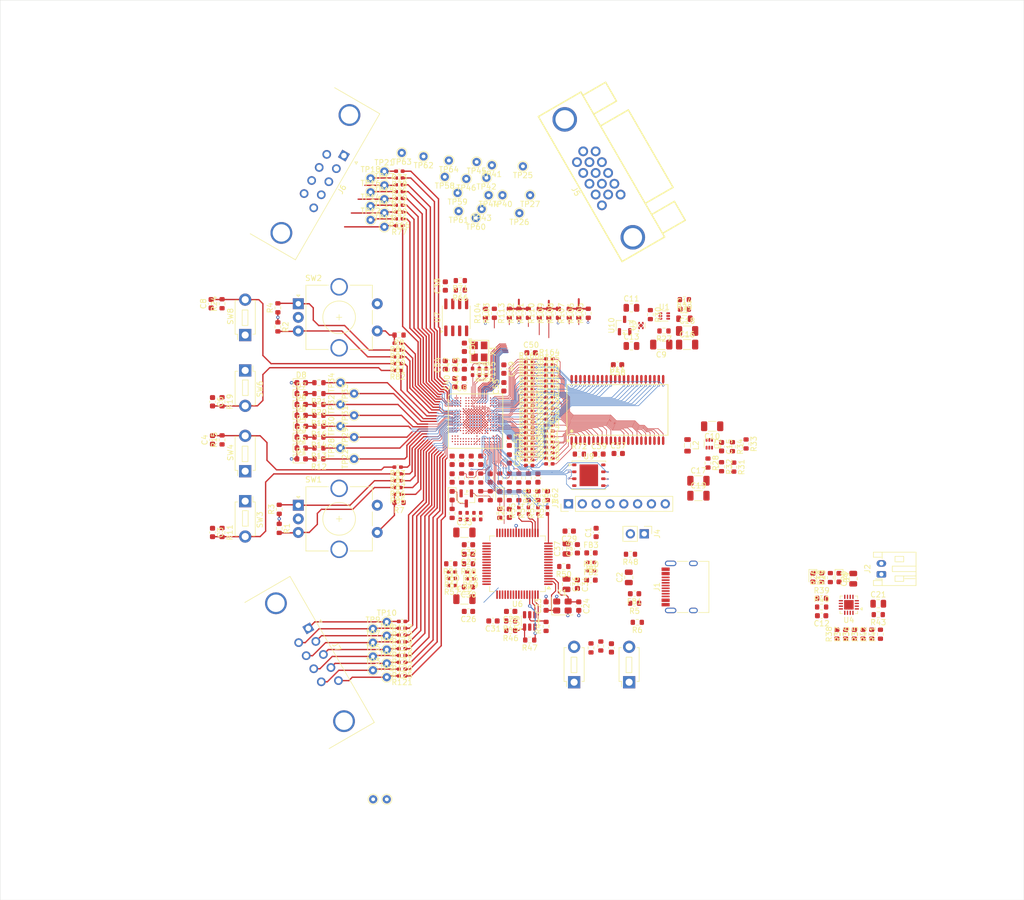
<source format=kicad_pcb>
(kicad_pcb (version 20241229) (generator "pcbnew") (generator_version "9.0")
  (layers (0 "F.Cu" signal) (4 "In1.Cu" signal) (6 "In2.Cu" signal) (2 "B.Cu" signal) (13 "F.Paste" user) (15 "B.Paste" user) (5 "F.SilkS" user "F.Silkscreen") (7 "B.SilkS" user "B.Silkscreen") (1 "F.Mask" user) (3 "B.Mask" user) (25 "Edge.Cuts" user))
  (net 0 "")
  (net 1 "+5V")
  (net 2 "GND")
  (net 3 "/K1")
  (net 4 "/K2")
  (net 5 "/PROGRAMN")
  (net 6 "/K3")
  (net 7 "/GSRN")
  (net 8 "/K4")
  (net 9 "VSYS")
  (net 10 "VBATT")
  (net 11 "+3.3V")
  (net 12 "Net-(U2-FB)")
  (net 13 "+1.1V")
  (net 14 "+2.5V")
  (net 15 "Net-(U6-OSCI)")
  (net 16 "VCC1_8FT")
  (net 17 "/FTDI/V_PHY")
  (net 18 "/FTDI/V_PLL")
  (net 19 "Net-(D1-A)")
  (net 20 "Net-(D2-A)")
  (net 21 "Net-(D3-A)")
  (net 22 "Net-(D4-A)")
  (net 23 "Net-(D5-A)")
  (net 24 "Net-(D6-A)")
  (net 25 "Net-(D7-A)")
  (net 26 "Net-(D8-A)")
  (net 27 "Net-(D9-K)")
  (net 28 "Net-(D10-K)")
  (net 29 "Net-(D11-K)")
  (net 30 "Net-(D11-A)")
  (net 31 "/FPGA PWR/INITN")
  (net 32 "Net-(D12-A)")
  (net 33 "/V_USB")
  (net 35 "/_USB_D_P")
  (net 36 "/_USB_D_N")
  (net 37 "Net-(J1-CC2)")
  (net 38 "Net-(J1-CC1)")
  (net 40 "/FT_TCK")
  (net 42 "/FT_TMS")
  (net 43 "/FT_TDI")
  (net 45 "/FT_TDO")
  (net 46 "/FTDI/FT_RESET")
  (net 47 "Net-(U2-SW)")
  (net 48 "Net-(Q1-B)")
  (net 49 "/ROT_B")
  (net 50 "/ROT_B1")
  (net 51 "/ROT_A")
  (net 52 "/ROT_A1")
  (net 53 "/ROT_SW")
  (net 54 "/ROT_SW1")
  (net 55 "/FTDI/DP")
  (net 56 "/FTDI/DM")
  (net 57 "/L0")
  (net 58 "/L1")
  (net 59 "/L2")
  (net 60 "/L3")
  (net 61 "/L4")
  (net 62 "/L5")
  (net 63 "/L6")
  (net 64 "/L7")
  (net 65 "EN")
  (net 66 "/FTDI/EE_CS")
  (net 67 "/FTDI/EE_CLK")
  (net 68 "Net-(U5-DO)")
  (net 69 "/FTDI/EE_DAT")
  (net 70 "/FPGA/REF_CLK")
  (net 71 "Net-(U6-REF)")
  (net 72 "Net-(U6-BDBUS1)")
  (net 73 "Net-(U6-ADBUS0)")
  (net 74 "Net-(U6-ADBUS1)")
  (net 75 "Net-(U6-ADBUS2)")
  (net 76 "Net-(U6-ADBUS3)")
  (net 77 "Net-(U6-BDBUS0)")
  (net 78 "Net-(U6-BDBUS2)")
  (net 79 "/FPGA/sda")
  (net 80 "/FPGA/SCL0")
  (net 81 "/FPGA/SDA0")
  (net 82 "/FPGA/TXD_UART")
  (net 83 "/FPGA/RXD_UART")
  (net 84 "/FPGA/scl")
  (net 85 "SPI_CONFIG_SS")
  (net 86 "Net-(U8D-PR47C{slash}LRC_GPLL0T_IN)")
  (net 87 "Net-(U8D-PR41A)")
  (net 88 "Net-(U8D-PR41B)")
  (net 89 "Net-(U8D-PR41C)")
  (net 90 "Net-(U8D-PR41D)")
  (net 91 "Net-(U8D-PR44A)")
  (net 92 "Net-(U8D-PR44B)")
  (net 93 "Net-(U8D-PR44C)")
  (net 94 "Net-(U8G-PB13A{slash}SN{slash}CSN)")
  (net 95 "Net-(U8G-PB18A{slash}WRITEN)")
  (net 96 "Net-(U8G-PB13B{slash}CS1N)")
  (net 97 "/FPGA PWR/SPI_CONFIG_SCK")
  (net 98 "Net-(U8H-CFG_0)")
  (net 99 "Net-(U8H-CFG_1)")
  (net 100 "Net-(U8H-CFG_2)")
  (net 101 "/FPGA PWR/DONE")
  (net 102 "Net-(U8B-PT33A{slash}PCLKT1_1)")
  (net 103 "Net-(U8B-PT33B{slash}PCLKC1_1)")
  (net 104 "Net-(U8B-PT35B{slash}PCLKC1_0)")
  (net 105 "Net-(U8B-PT67A)")
  (net 106 "Net-(U8B-PT67B)")
  (net 107 "Net-(U8D-PR38C)")
  (net 108 "Net-(U8D-PR38D)")
  (net 144 "SPI_CONFIG_SCK")
  (net 145 "SPI_CONFIG_MISO")
  (net 146 "SPI_CONFIG_MOSI")
  (net 147 "QSPI_D2")
  (net 148 "QSPI_D3")
  (net 149 "Net-(U8D-PR47D{slash}LRC_GPLL0C_IN)")
  (net 151 "/FPGA/27MHz")
  (net 155 "Net-(U1-FB)")
  (net 156 "Net-(U1-SW)")
  (net 157 "Net-(U4-~{PGOOD})")
  (net 158 "Net-(U4-~{CHG})")
  (net 159 "Net-(R33-Pad1)")
  (net 160 "Net-(U4-TD)")
  (net 161 "Net-(U4-TMR)")
  (net 162 "Net-(U4-ILIM)")
  (net 163 "Net-(U4-ISET)")
  (net 164 "Net-(U4-TS)")
  (net 171 "/B")
  (net 172 "/HSYNC")
  (net 173 "/G")
  (net 174 "/VSYNC")
  (net 175 "/R")
  (net 176 "/FPGA/VGA_HSYNC")
  (net 177 "/FPGA/VGA_VSYNC")
  (net 178 "/FPGA/VGA_B0")
  (net 179 "/FPGA/VGA_B1")
  (net 180 "/FPGA/VGA_B2")
  (net 181 "/FPGA/VGA_G0")
  (net 182 "/FPGA/VGA_G1")
  (net 183 "/FPGA/VGA_G2")
  (net 184 "/FPGA/VGA_R0")
  (net 185 "/FPGA/VGA_R1")
  (net 186 "/FPGA/VGA_R2")
  (net 187 "Net-(U8B-PT35A{slash}PCLKT1_0)")
  (net 188 "/P1_DB4")
  (net 189 "/P1_DB3")
  (net 190 "/P1_DB5")
  (net 191 "/P1_DB1")
  (net 192 "/P1_DB7")
  (net 193 "/P1_DB9")
  (net 194 "/P1_DB2")
  (net 195 "/P1_DB6")
  (net 196 "/P1_DB8")
  (net 197 "/FPGA/A11")
  (net 198 "/FPGA/A7")
  (net 199 "/FPGA/~{CS1}")
  (net 200 "/FPGA/IO09")
  (net 201 "/FPGA/A15")
  (net 202 "/FPGA/A3")
  (net 203 "/FPGA/A17")
  (net 204 "/FPGA/~{WE}")
  (net 205 "/FPGA/A6")
  (net 206 "/FPGA/IO05")
  (net 207 "/FPGA/A14")
  (net 208 "/FPGA/A0")
  (net 209 "/FPGA/IO07")
  (net 210 "/FPGA/A2")
  (net 211 "/FPGA/A13")
  (net 212 "/FPGA/IO01")
  (net 213 "/FPGA/A8")
  (net 214 "/FPGA/IO12")
  (net 215 "/FPGA/IO14")
  (net 216 "/FPGA/~{UB}")
  (net 217 "/FPGA/IO13")
  (net 218 "/FPGA/IO10")
  (net 219 "/FPGA/A4")
  (net 220 "/FPGA/IO00")
  (net 221 "/FPGA/A1")
  (net 222 "/FPGA/IO06")
  (net 223 "/FPGA/IO03")
  (net 224 "/FPGA/IO02")
  (net 225 "/FPGA/~{LB}")
  (net 226 "/FPGA/IO11")
  (net 227 "/FPGA/A9")
  (net 228 "/FPGA/A12")
  (net 229 "/FPGA/A18")
  (net 230 "/FPGA/IO04")
  (net 231 "/FPGA/A16")
  (net 232 "/FPGA/IO08")
  (net 233 "/FPGA/IO15")
  (net 234 "/FPGA/A5")
  (net 235 "/FPGA/A10")
  (net 236 "/FPGA/~{OE}")
  (net 237 "Net-(U8G-PB4A{slash}D7{slash}IO7)")
  (net 238 "Net-(U8G-PB4B{slash}D6{slash}IO6)")
  (net 240 "Net-(U8G-PB6A{slash}D5{slash}MISO2{slash}IO5)")
  (net 241 "Net-(U8G-PB6B{slash}D4{slash}MOSI2{slash}IO4)")
  (net 242 "Net-(U8E-PL26A{slash}PCLKT6_1)")
  (net 243 "Net-(U8E-PL26B{slash}PCLKC6_1)")
  (net 244 "Net-(U8E-PL26C{slash}PCLKT6_0)")
  (net 245 "Net-(U8E-PL26D{slash}PCLKC6_0)")
  (net 246 "Net-(U8E-PL29A{slash}GR_PCLK6_0)")
  (net 247 "/P0_DB6")
  (net 248 "Net-(U8E-PL29B)")
  (net 249 "/P0_DB2")
  (net 250 "Net-(U8C-PR5A)")
  (net 251 "Net-(U8C-PR5B)")
  (net 252 "/P0_DB8")
  (net 253 "Net-(U8E-PL29C{slash}GR_PCLK6_1)")
  (net 254 "/P0_DB5")
  (net 255 "/P0_DB1")
  (net 256 "/P0_DB4")
  (net 257 "/P0_DB9")
  (net 258 "/P0_DB3")
  (net 259 "/P0_DB7")
  (net 260 "Net-(U8E-PL29D)")
  (net 261 "Net-(U8C-PR2A)")
  (net 262 "Net-(U8C-PR2B{slash}S0_IN)")
  (net 263 "Net-(U8E-PL32A)")
  (net 264 "Net-(U8E-PL32B)")
  (net 265 "Net-(U8E-PL35A)")
  (net 266 "Net-(U8E-PL35B{slash}VREF1_6)")
  (net 267 "Net-(U8E-PL35C)")
  (net 268 "Net-(U8E-PL35D)")
  (net 269 "Net-(U8E-PL38C)")
  (net 270 "Net-(U8E-PL38D)")
  (net 271 "Net-(U8E-PL41A)")
  (net 272 "Net-(U8E-PL41B)")
  (net 273 "Net-(U8E-PL41C)")
  (net 274 "Net-(U8E-PL41D)")
  (net 275 "Net-(U8E-PL44A)")
  (net 276 "Net-(U8E-PL44B)")
  (net 277 "Net-(U8E-PL44C)")
  (net 278 "Net-(U8E-PL44D)")
  (net 279 "Net-(U8E-PL47C{slash}LLC_GPLL0T_IN)")
  (net 280 "Net-(U8E-PL47D{slash}LLC_GPLL0C_IN)")
  (net 281 "Net-(U8F-PL14C{slash}VREF1_7)")
  (net 282 "Net-(U8F-PL17A)")
  (net 283 "Net-(U8F-PL17B)")
  (net 284 "Net-(U8F-PL20A{slash}GR_PCLK7_1)")
  (net 285 "Net-(U8F-PL20B)")
  (net 286 "Net-(U8F-PL20C{slash}GR_PCLK7_0)")
  (net 287 "Net-(U8F-PL23A{slash}PCLKT7_1)")
  (net 288 "Net-(U8F-PL23B{slash}PCLKC7_1)")
  (net 289 "Net-(U8F-PL23D{slash}PCLKC7_0)")
  (net 290 "Net-(U8F-PL23C{slash}PCLKT7_0)")
  (net 305 "Net-(U8C-PR14A)")
  (net 306 "Net-(U8D-PR38B)")
  (net 307 "Net-(U8D-PR38A)")
  (net 308 "Net-(U8D-PR32B)")
  (net 309 "Net-(U8D-PR29B)")
  (net 310 "Net-(U8D-PR32A)")
  (net 311 "Net-(U8D-PR35C)")
  (net 312 "Net-(U8D-PR26C{slash}PCLKT3_0)")
  (net 313 "Net-(U8C-PR23A{slash}PCLKT2_1)")
  (net 314 "Net-(U8D-PR26D{slash}PCLKC3_0)")
  (net 315 "Net-(U8C-PR17A)")
  (net 316 "Net-(U8C-PR23D{slash}PCLKC2_0)")
  (net 318 "Net-(U8C-PR14B)")
  (net 319 "Net-(U8C-PR17B)")
  (net 320 "Net-(U8C-PR14D)")
  (net 321 "Net-(U8C-PR23C{slash}PCLKT2_0)")
  (net 322 "Net-(U8D-PR44D)")
  (footprint "Resistor_SMD:R_0402_1005Metric_Pad0.72x0.64mm_HandSolder" (layer "F.Cu") (at 134.85 73.7)
    (property "Reference" "R134")
    (property "Value" "22R")
  )
  (footprint "Button_Switch_THT:SW_PUSH_1P1T_6x3.5mm_H4.3_APEM_MJTP1243" (layer "F.Cu") (at 149.5 127 90)
    (property "Reference" "SW7" (hide yes))
    (property "Value" "FPGA GSRN")
  )
  (footprint "Capacitor_SMD:C_0603_1608Metric" (layer "F.Cu") (at 132.75 89.5 -90)
    (property "Reference" "C52" (hide yes))
    (property "Value" "10nF")
  )
  (footprint "Resistor_SMD:R_0603_1608Metric" (layer "F.Cu") (at 92.5375 74 180)
    (property "Reference" "R21")
    (property "Value" "1.2k")
  )
  (footprint "Capacitor_SMD:C_0603_1608Metric" (layer "F.Cu") (at 118.75 86.275 -90)
    (property "Reference" "C48" (hide yes))
    (property "Value" "10nF")
  )
  (footprint "Resistor_SMD:R_0402_1005Metric_Pad0.72x0.64mm_HandSolder" (layer "F.Cu") (at 107 68.5 180)
    (property "Reference" "R81")
    (property "Value" "22R")
  )
  (footprint "Button_Switch_THT:SW_PUSH_1P1T_6x3.5mm_H4.3_APEM_MJTP1243" (layer "F.Cu") (at 79 63.25 90)
    (property "Reference" "SW8")
    (property "Value" "K4")
  )
  (footprint "Resistor_SMD:R_0603_1608Metric" (layer "F.Cu") (at 155.9 62.5 180)
    (property "Reference" "R27")
    (property "Value" "10k")
  )
  (footprint "Inductor_SMD:L_0603_1608Metric" (layer "F.Cu") (at 142.5 108.25)
    (property "Reference" "FB2")
    (property "Value" "CBG160808U150T")
  )
  (footprint "Resistor_SMD:R_0603_1608Metric" (layer "F.Cu") (at 127.75 115.75 180)
    (property "Reference" "R45")
    (property "Value" "10k")
  )
  (footprint "Capacitor_SMD:C_0603_1608Metric" (layer "F.Cu") (at 140.25 113.025 -90)
    (property "Reference" "C24")
    (property "Value" "18pF")
  )
  (footprint "TestPoint:TestPoint_THTPad_D1.5mm_Drill0.7mm" (layer "F.Cu") (at 102.46 124.81)
    (property "Reference" "TP3")
    (property "Value" "TestPoint")
  )
  (footprint "Connector_USB:USB_C_Receptacle_HRO_TYPE-C-31-M-12" (layer "F.Cu") (at 160.25 109.5 90)
    (property "Reference" "J1")
    (property "Value" "USB_C_Receptacle_USB2.0")
  )
  (footprint "Resistor_SMD:R_0402_1005Metric_Pad0.72x0.64mm_HandSolder" (layer "F.Cu") (at 134.85 85.9)
    (property "Reference" "R128")
    (property "Value" "22R")
  )
  (footprint "Resistor_SMD:R_0603_1608Metric" (layer "F.Cu") (at 107.25 63.25 180)
    (property "Reference" "R8")
    (property "Value" "10k")
  )
  (footprint "Connector_JST:JST_PH_S2B-PH-K_1x02_P2.00mm_Horizontal" (layer "F.Cu") (at 195.825 107.1875 90)
    (property "Reference" "J2")
    (property "Value" "BATT")
  )
  (footprint "Resistor_SMD:R_0402_1005Metric_Pad0.72x0.64mm_HandSolder" (layer "F.Cu") (at 107 67.25 180)
    (property "Reference" "R89")
    (property "Value" "22R")
  )
  (footprint "Resistor_SMD:R_0603_1608Metric" (layer "F.Cu") (at 92.5375 80 180)
    (property "Reference" "R16")
    (property "Value" "1.2k")
  )
  (footprint "TestPoint:TestPoint_THTPad_D1.5mm_Drill0.7mm" (layer "F.Cu") (at 129.34 40.87 180)
    (property "Reference" "TP26")
    (property "Value" "TestPoint")
  )
  (footprint "Resistor_SMD:R_0402_1005Metric_Pad0.72x0.64mm_HandSolder" (layer "F.Cu") (at 134.85 67.6)
    (property "Reference" "R164")
    (property "Value" "22R")
  )
  (footprint "Resistor_SMD:R_0402_1005Metric_Pad0.72x0.64mm_HandSolder" (layer "F.Cu") (at 131 95.5 90)
    (property "Reference" "R54")
    (property "Value" "22R")
  )
  (footprint "Resistor_SMD:R_0402_1005Metric_Pad0.72x0.64mm_HandSolder" (layer "F.Cu") (at 134.5 95.5 90)
    (property "Reference" "R52")
    (property "Value" "22R")
  )
  (footprint "Resistor_SMD:R_0603_1608Metric" (layer "F.Cu") (at 85.25 95.25 90)
    (property "Reference" "R3")
    (property "Value" "10k")
  )
  (footprint "Capacitor_SMD:C_0603_1608Metric" (layer "F.Cu") (at 119.25 68.75 90)
    (property "Reference" "C43")
    (property "Value" "100nF")
  )
  (footprint "Resistor_SMD:R_0603_1608Metric" (layer "F.Cu") (at 107.25 94 180)
    (property "Reference" "R7")
    (property "Value" "10k")
  )
  (footprint "Capacitor_SMD:C_0805_2012Metric" (layer "F.Cu") (at 138 102.5 90)
    (property "Reference" "C37")
    (property "Value" "4.7uF")
  )
  (footprint "Resistor_SMD:R_0402_1005Metric_Pad0.72x0.64mm_HandSolder" (layer "F.Cu") (at 107.31 41.91 180)
    (property "Reference" "R166")
    (property "Value" "22R")
  )
  (footprint "Resistor_SMD:R_0402_1005Metric_Pad0.72x0.64mm_HandSolder" (layer "F.Cu") (at 131.1525 72.2)
    (property "Reference" "R156")
    (property "Value" "22R")
  )
  (footprint "Package_QFP:LQFP-64_10x10mm_P0.5mm" (layer "F.Cu") (at 129 105.25 180)
    (property "Reference" "U6")
    (property "Value" "FT2232HL")
  )
  (footprint "TestPoint:TestPoint_THTPad_D1.5mm_Drill0.7mm" (layer "F.Cu") (at 116.4 31.2 180)
    (property "Reference" "TP64")
    (property "Value" "TestPoint")
  )
  (footprint "Resistor_SMD:R_0603_1608Metric" (layer "F.Cu") (at 195.25 114.5875 180)
    (property "Reference" "R43")
    (property "Value" "10k")
  )
  (footprint "Resistor_SMD:R_0603_1608Metric" (layer "F.Cu") (at 131 59.25 90)
    (property "Reference" "R111")
    (property "Value" "3.9k")
  )
  (footprint "Resistor_SMD:R_0402_1005Metric_Pad0.72x0.64mm_HandSolder" (layer "F.Cu") (at 107.81 124.59 180)
    (property "Reference" "R125")
    (property "Value" "22R")
  )
  (footprint "Resistor_SMD:R_0603_1608Metric" (layer "F.Cu") (at 142.5 120.7 90)
    (property "Reference" "R17" (hide yes))
    (property "Value" "10k")
  )
  (footprint "Resistor_SMD:R_0402_1005Metric_Pad0.72x0.64mm_HandSolder" (layer "F.Cu") (at 134.85 68.7)
    (property "Reference" "R165")
    (property "Value" "22R")
  )
  (footprint "Resistor_SMD:R_0603_1608Metric" (layer "F.Cu") (at 189.25 118.1875 90)
    (property "Reference" "R37")
    (property "Value" "68k")
  )
  (footprint "Package_SON:Texas_X2SON-4_1x1mm_P0.65mm" (layer "F.Cu") (at 151.675 61.5 90)
    (property "Reference" "U3")
    (property "Value" "NCP115-2.5")
  )
  (footprint "TestPoint:TestPoint_THTPad_D1.5mm_Drill0.7mm" (layer "F.Cu") (at 131.32 37.57 180)
    (property "Reference" "TP27")
    (property "Value" "TestPoint")
  )
  (footprint "Resistor_SMD:R_0402_1005Metric_Pad0.72x0.64mm_HandSolder" (layer "F.Cu") (at 134.85 69.7)
    (property "Reference" "R131")
    (property "Value" "22R")
  )
  (footprint "Resistor_SMD:R_0402_1005Metric_Pad0.72x0.64mm_HandSolder" (layer "F.Cu") (at 107 66 180)
    (property "Reference" "R90")
    (property "Value" "22R")
  )
  (footprint "Diode_SMD:D_0603_1608Metric" (layer "F.Cu") (at 89.2875 86)
    (property "Reference" "D1")
    (property "Value" "L0")
  )
  (footprint "Inductor_SMD:L_0603_1608Metric" (layer "F.Cu") (at 150.5 110.75 180)
    (property "Reference" "FB1")
    (property "Value" "CBG160808U150T")
  )
  (footprint "Capacitor_SMD:C_0603_1608Metric" (layer "F.Cu") (at 131.5 66.5)
    (property "Reference" "C50")
    (property "Value" "100nF")
  )
  (footprint "Connector_PinHeader_2.54mm:PinHeader_1x02_P2.54mm_Vertical" (layer "F.Cu") (at 152.275 99.75 -90)
    (property "Reference" "J4")
    (property "Value" "FTDI_RST")
  )
  (footprint "TestPoint:TestPoint_THTPad_D1.5mm_Drill0.7mm" (layer "F.Cu") (at 121.35 41.75 180)
    (property "Reference" "TP60")
    (property "Value" "TestPoint")
  )
  (footprint "Resistor_SMD:R_0402_1005Metric_Pad0.72x0.64mm_HandSolder" (layer "F.Cu") (at 131.1525 75.2)
    (property "Reference" "R158")
    (property "Value" "22R")
  )
  (footprint "TestPoint:TestPoint_THTPad_D1.5mm_Drill0.7mm" (layer "F.Cu") (at 126.24 37.57 180)
    (property "Reference" "TP40")
    (property "Value" "TestPoint")
  )
  (footprint "Resistor_SMD:R_0603_1608Metric" (layer "F.Cu") (at 131 92.75 -90)
    (property "Reference" "R64")
    (property "Value" "4.7k")
  )
  (footprint "Resistor_SMD:R_0402_1005Metric_Pad0.72x0.64mm_HandSolder" (layer "F.Cu") (at 131.1525 81.2)
    (property "Reference" "R143")
    (property "Value" "22R")
  )
  (footprint "Resistor_SMD:R_0603_1608Metric" (layer "F.Cu") (at 149.75 103.5 180)
    (property "Reference" "R48")
    (property "Value" "2.2k")
  )
  (footprint "Capacitor_SMD:C_0805_2012Metric" (layer "F.Cu") (at 138 109 -90)
    (property "Reference" "C36")
    (property "Value" "4.7uF")
  )
  (footprint "Resistor_SMD:R_0402_1005Metric_Pad0.72x0.64mm_HandSolder" (layer "F.Cu") (at 142.5 105 180)
    (property "Reference" "R9")
    (property "Value" "22R")
  )
  (footprint "Connector_Dsub:DSUB-9_Pins_Horizontal_P2.77x2.84mm_EdgePinOffset4.94mm_Housed_MountingHolesOffset4.94mm" (layer "F.Cu") (at 90.586368 117.10972 -60)
    (property "Reference" "J7")
    (property "Value" "DB9 Expander")
  )
  (footprint "Resistor_SMD:R_0402_1005Metric_Pad0.72x0.64mm_HandSolder" (layer "F.Cu") (at 142.5 106.5)
    (property "Reference" "R10")
    (property "Value" "22R")
  )
  (footprint "Resistor_SMD:R_0402_1005Metric_Pad0.72x0.64mm_HandSolder" (layer "F.Cu") (at 131.1525 84.2)
    (property "Reference" "R153")
    (property "Value" "22R")
  )
  (footprint "Resistor_SMD:R_0603_1608Metric" (layer "F.Cu") (at 187.65 118.1875 90)
    (property "Reference" "R38")
    (property "Value" "330k")
  )
  (footprint "Connector_PinHeader_2.54mm:PinHeader_1x08_P2.54mm_Vertical" (layer "F.Cu") (at 138.36 94.25 90)
    (property "Reference" "J3")
    (property "Value" "JTAG")
  )
  (footprint "Resistor_SMD:R_0603_1608Metric" (layer "F.Cu") (at 129.25 89.5 -90)
    (property "Reference" "R93" (hide yes))
    (property "Value" "4.7k")
  )
  (footprint "Resistor_SMD:R_0402_1005Metric_Pad0.72x0.64mm_HandSolder" (layer "F.Cu") (at 107 64.75 180)
    (property "Reference" "R88")
    (property "Value" "22R")
  )
  (footprint "TestPoint:TestPoint_THTPad_D1.5mm_Drill0.7mm" (layer "F.Cu") (at 102.46 119.73)
    (property "Reference" "TP7")
    (property "Value" "TestPoint")
  )
  (footprint "Capacitor_SMD:C_0603_1608Metric" (layer "F.Cu") (at 146.25 120.7 90)
    (property "Reference" "C7" (hide yes))
    (property "Value" "100nF")
  )
  (footprint "Capacitor_SMD:C_0603_1608Metric" (layer "F.Cu") (at 127.75 114 180)
    (property "Reference" "C22")
    (property "Value" "100nF")
  )
  (footprint "TestPoint:TestPoint_THTPad_D1.5mm_Drill0.7mm" (layer "F.Cu") (at 105 115.92)
    (property "Reference" "TP10")
    (property "Value" "TestPoint")
  )
  (footprint "Capacitor_SMD:C_0603_1608Metric" (layer "F.Cu") (at 122.25 86.25 -90)
    (property "Reference" "C42" (hide yes))
    (property "Value" "10nF")
  )
  (footprint "Package_TO_SOT_SMD:SOT-563" (layer "F.Cu") (at 164.225 83.2125 -90)
    (property "Reference" "U2")
    (property "Value" "TLV62569DRL")
  )
  (footprint "Diode_SMD:D_0603_1608Metric" (layer "F.Cu") (at 117 92.75 -90)
    (property "Reference" "D11" (hide yes))
    (property "Value" "LED")
  )
  (footprint "Resistor_SMD:R_0603_1608Metric" (layer "F.Cu") (at 117 96 -90)
    (property "Reference" "R95" (hide yes))
    (property "Value" "2.2k")
  )
  (footprint "Capacitor_SMD:C_0603_1608Metric" (layer "F.Cu") (at 120 101.75 180)
    (property "Reference" "C32")
    (property "Value" "100nF")
  )
  (footprint "Resistor_SMD:R_0603_1608Metric" (layer "F.Cu") (at 122.25 92.75 -90)
    (property "Reference" "R102" (hide yes))
    (property "Value" "10k")
  )
  (footprint "TestPoint:TestPoint_THTPad_D1.5mm_Drill0.7mm" (layer "F.Cu") (at 104.56 40.84)
    (property "Reference" "TP13")
    (property "Value" "TestPoint")
  )
  (footprint "Capacitor_SMD:C_0603_1608Metric" (layer "F.Cu") (at 120.5 86.25 -90)
    (property "Reference" "C45" (hide yes))
    (property "Value" "100nF")
  )
  (footprint "Package_TO_SOT_SMD:SOT-23-6" (layer "F.Cu") (at 131.25 115.75 90)
    (property "Reference" "U5")
    (property "Value" "93LC56BT-I/OT")
  )
  (footprint "TestPoint:TestPoint_THTPad_D1.5mm_Drill0.7mm" (layer "F.Cu") (at 107.75 29.8 180)
    (property "Reference" "TP63")
    (property "Value" "TestPoint")
  )
  (footprint "Resistor_SMD:R_0402_1005Metric_Pad0.72x0.64mm_HandSolder" (layer "F.Cu") (at 134.85 70.7)
    (property "Reference" "R130")
    (property "Value" "22R")
  )
  (footprint "TestPoint:TestPoint_THTPad_D1.5mm_Drill0.7mm" (layer "F.Cu") (at 102.5 148.5)
    (property "Reference" "TP84" (hide yes))
    (property "Value" "TestPoint")
  )
  (footprint "Resistor_SMD:R_0603_1608Metric" (layer "F.Cu") (at 166.475 87.425 -90)
    (property "Reference" "R32")
    (property "Value" "82k")
  )
  (footprint "Resistor_SMD:R_0603_1608Metric" (layer "F.Cu") (at 133 59.25 90)
    (property "Reference" "R110")
    (property "Value" "1k")
  )
  (footprint "Resistor_SMD:R_0603_1608Metric" (layer "F.Cu") (at 136.514967 59.25 90)
    (property "Reference" "R108")
    (property "Value" "3.9k")
  )
  (footprint "Resistor_SMD:R_0603_1608Metric" (layer "F.Cu") (at 74.75 99.5 -90)
    (property "Reference" "R11")
    (property "Value" "10k")
  )
  (footprint "TestPoint:TestPoint_THTPad_D1.5mm_Drill0.7mm" (layer "F.Cu") (at 96.5 80 90)
    (property "Reference" "TP30")
    (property "Value" "TestPoint")
  )
  (footprint "Inductor_SMD:L_0805_2012Metric" (layer "F.Cu") (at 159.65 60.25)
    (property "Reference" "L1")
    (property "Value" "2.2uH")
  )
  (footprint "Resistor_SMD:R_0603_1608Metric" (layer "F.Cu") (at 85 61.75 -90)
    (property "Reference" "R2")
    (property "Value" "10k")
  )
  (footprint "Diode_SMD:D_0603_1608Metric" (layer "F.Cu") (at 188.05 107.7875 -90)
    (property "Reference" "D9")
    (property "Value" "PRESENT")
  )
  (footprint "Resistor_SMD:R_0603_1608Metric" (layer "F.Cu") (at 144.3 120.35 90)
    (property "Reference" "R22" (hide yes))
    (property "Value" "10k")
  )
  (footprint "Resistor_SMD:R_0402_1005Metric_Pad0.72x0.64mm_HandSolder" (layer "F.Cu") (at 107.31 40.66 180)
    (property "Reference" "R76")
    (property "Value" "22R")
  )
  (footprint "Capacitor_SMD:C_0603_1608Metric" (layer "F.Cu") (at 119.2 72 90)
    (property "Reference" "C44")
    (property "Value" "100nF")
  )
  (footprint "Capacitor_SMD:C_0603_1608Metric" (layer "F.Cu") (at 127.5 95.975 90)
    (property "Reference" "C28")
    (property "Value" "100nF")
  )
  (footprint "Resistor_SMD:R_0402_1005Metric_Pad0.72x0.64mm_HandSolder" (layer "F.Cu") (at 134.85 75.7)
    (property "Reference" "R138")
    (property "Value" "22R")
  )
  (footprint "Diode_SMD:D_0603_1608Metric" (layer "F.Cu") (at 89.2875 72)
    (property "Reference" "D8")
    (property "Value" "L7")
  )
  (footprint "Resistor_SMD:R_0603_1608Metric" (layer "F.Cu") (at 142 59.25 90)
    (property "Reference" "R105")
    (property "Value" "3.9k")
  )
  (footprint "Resistor_SMD:R_0603_1608Metric" (layer "F.Cu") (at 85.25 98.75 -90)
    (property "Reference" "R1")
    (property "Value" "10k")
  )
  (footprint "Resistor_SMD:R_0603_1608Metric" (layer "F.Cu") (at 123.1 59.25 90)
    (property "Reference" "R104")
    (property "Value" "100R")
  )
  (footprint "Resistor_SMD:R_0603_1608Metric" (layer "F.Cu") (at 163.975 86.75 -90)
    (property "Reference" "R28")
    (property "Value" "DNP")
  )
  (footprint "Capacitor_SMD:C_0603_1608Metric" (layer "F.Cu") (at 140 102.5 90)
    (property "Reference" "C35")
    (property "Value" "100nF")
  )
  (footprint "Capacitor_SMD:C_0603_1608Metric" (layer "F.Cu") (at 73 82.5 90)
    (property "Reference" "C4")
    (property "Value" "100nF")
  )
  (footprint "Resistor_SMD:R_0603_1608Metric" (layer "F.Cu") (at 168.725 87.5 -90)
    (property "Reference" "R31")
    (property "Value" "360k")
  )
  (footprint "Diode_SMD:D_0603_1608Metric" (layer "F.Cu") (at 89.2875 76)
    (property "Reference" "D6")
    (property "Value" "L5")
  )
  (footprint "Connector_Dsub:DSUB-9_Pins_Horizontal_P2.77x2.84mm_EdgePinOffset4.94mm_Housed_MountingHolesOffset4.94mm" (layer "F.Cu") (at 97.126367 30.29472 -120)
    (property "Reference" "J6")
    (property "Value" "DB9 Expander")
  )
  (footprint "Resistor_SMD:R_0402_1005Metric_Pad0.72x0.64mm_HandSolder" (layer "F.Cu") (at 107 87.5 180)
    (property "Reference" "R83")
    (property "Value" "22R")
  )
  (footprint "Capacitor_SMD:C_0805_2012Metric" (layer "F.Cu") (at 195.25 112.5875)
    (property "Reference" "C21")
    (property "Value" "4.7uF")
  )
  (footprint "Capacitor_SMD:C_0603_1608Metric" (layer "F.Cu") (at 143.44 99.5 90)
    (property "Reference" "C1")
    (property "Value" "100nF")
  )
  (footprint "Resistor_SMD:R_0402_1005Metric_Pad0.72x0.64mm_HandSolder" (layer "F.Cu") (at 134.85 83.9)
    (property "Reference" "R155")
    (property "Value" "22R")
  )
  (footprint "Package_DFN_QFN:QFN-16-1EP_3x3mm_P0.5mm_EP1.75x1.75mm" (layer "F.Cu") (at 189.85 112.7875 180)
    (property "Reference" "U4")
    (property "Value" "BQ24232")
  )
  (footprint "Diode_SMD:D_0603_1608Metric" (layer "F.Cu") (at 89.2875 78)
    (property "Reference" "D5")
    (property "Value" "L4")
  )
  (footprint "TestPoint:TestPoint_THTPad_D1.5mm_Drill0.7mm" (layer "F.Cu") (at 104.56 35.76)
    (property "Reference" "TP17")
    (property "Value" "TestPoint")
  )
  (footprint "Resistor_SMD:R_0402_1005Metric_Pad0.72x0.64mm_HandSolder" (layer "F.Cu") (at 107.31 35.66 180)
    (property "Reference" "R75")
    (property "Value" "22R")
  )
  (footprint "Resistor_SMD:R_0603_1608Metric" (layer "F.Cu") (at 127.5 59.25 90)
    (property "Reference" "R113")
    (property "Value" "1k")
  )
  (footprint "Resistor_SMD:R_0402_1005Metric_Pad0.72x0.64mm_HandSolder" (layer "F.Cu") (at 123.25 70 -90)
    (property "Reference" "R115")
    (property "Value" "22R")
  )
  (footprint "Inductor_SMD:L_0805_2012Metric" (layer "F.Cu") (at 160.225 83.5 -90)
    (property "Reference" "L2")
    (property "Value" "2.2uH")
  )
  (footprint "Resistor_SMD:R_0402_1005Metric_Pad0.72x0.64mm_HandSolder" (layer "F.Cu") (at 122.25 96.5 -90)
    (property "Reference" "R70" (hide yes))
    (property "Value" "22R")
  )
  (footprint "Capacitor_SMD:C_0603_1608Metric" (layer "F.Cu") (at 126.5 72.75 90)
    (property "Reference" "C55")
    (property "Value" "100nF")
  )
  (footprint "Resistor_SMD:R_0603_1608Metric" (layer "F.Cu") (at 134.75 59.25 90)
    (property "Reference" "R109")
    (property "Value" "2k")
  )
  (footprint "Resistor_SMD:R_0402_1005Metric_Pad0.72x0.64mm_HandSolder" (layer "F.Cu") (at 107.81 115.84 180)
    (property "Reference" "R117")
    (property "Value" "22R")
  )
  (footprint "TestPoint:TestPoint_THTPad_D1.5mm_Drill0.7mm" (layer "F.Cu") (at 96.5 76 90)
    (property "Reference" "TP32")
    (property "Value" "TestPoint")
  )
  (footprint "Resistor_SMD:R_0603_1608Metric" (layer "F.Cu") (at 92.5375 72 180)
    (property "Reference" "R23" (hide yes))
    (property "Value" "1.2k")
  )
  (footprint "TestPoint:TestPoint_THTPad_D1.5mm_Drill0.7mm" (layer "F.Cu") (at 111.75 30.45 180)
    (property "Reference" "TP62")
    (property "Value" "TestPoint")
  )
  (footprint "Resistor_SMD:R_0402_1005Metric_Pad0.72x0.64mm_HandSolder" (layer "F.Cu") (at 131.1525 76.2)
    (property "Reference" "R136")
    (property "Value" "22R")
  )
  (footprint "Resistor_SMD:R_0603_1608Metric" (layer "F.Cu") (at 118.5 53.25 180)
    (property "Reference" "R71")
    (property "Value" "4.7k")
  )
  (footprint "Capacitor_SMD:C_1206_3216Metric" (layer "F.Cu") (at 162.225 92.75)
    (property "Reference" "C19")
    (property "Value" "10uF")
  )
  (footprint "Resistor_SMD:R_0402_1005Metric_Pad0.72x0.64mm_HandSolder" (layer "F.Cu") (at 122 70 -90)
    (property "Reference" "R116")
    (property "Value" "22R")
  )
  (footprint "Resistor_SMD:R_0603_1608Metric" (layer "F.Cu") (at 159.65 56.75 180)
    (property "Reference" "R29")
    (property "Value" "120k")
  )
  (footprint "Capacitor_SMD:C_0603_1608Metric" (layer "F.Cu") (at 140 109 -90)
    (property "Reference" "C34")
    (property "Value" "100nF")
  )
  (footprint "Resistor_SMD:R_0402_1005Metric_Pad0.72x0.64mm_HandSolder" (layer "F.Cu") (at 107 90 180)
    (property "Reference" "R87")
    (property "Value" "22R")
  )
  (footprint "Resistor_SMD:R_0402_1005Metric_Pad0.72x0.64mm_HandSolder" (layer "F.Cu") (at 120.75 70 -90)
    (property "Reference" "R114")
    (property "Value" "22R")
  )
  (footprint "Resistor_SMD:R_0603_1608Metric" (layer "F.Cu") (at 190.85 118.1875 90)
    (property "Reference" "R36")
    (property "Value" "39k")
  )
  (footprint "Resistor_SMD:R_0603_1608Metric" (layer "F.Cu") (at 131.25 119.25 180)
    (property "Reference" "R47")
    (property "Value" "12k")
  )
  (footprint "TestPoint:TestPoint_THTPad_D1.5mm_Drill0.7mm" (layer "F.Cu") (at 104.56 38.3)
    (property "Reference" "TP15")
    (property "Value" "TestPoint")
  )
  (footprint "Resistor_SMD:R_0603_1608Metric" (layer "F.Cu") (at 85 58.25 90)
    (property "Reference" "R4")
    (property "Value" "10k")
  )
  (footprint "Resistor_SMD:R_0402_1005Metric_Pad0.72x0.64mm_HandSolder" (layer "F.Cu") (at 131.1525 77.2)
    (property "Reference" "R140")
    (property "Value" "22R")
  )
  (footprint "Resistor_SMD:R_0402_1005Metric_Pad0.72x0.64mm_HandSolder" (layer "F.Cu") (at 131.1525 85.2)
    (property "Reference" "R152")
    (property "Value" "22R")
  )
  (footprint "Resistor_SMD:R_0603_1608Metric" (layer "F.Cu") (at 151 116 180)
    (property "Reference" "R6")
    (property "Value" "5.1k")
  )
  (footprint "Resistor_SMD:R_0603_1608Metric" (layer "F.Cu") (at 92.5375 78 180)
    (property "Reference" "R18")
    (property "Value" "1.2k")
  )
  (footprint "TestPoint:TestPoint_THTPad_D1.5mm_Drill0.7mm" (layer "F.Cu") (at 102.02 42.11)
    (property "Reference" "TP12")
    (property "Value" "TestPoint")
  )
  (footprint "Resistor_SMD:R_0603_1608Metric" (layer "F.Cu") (at 74.75 82.5 90)
    (property "Reference" "R15")
    (property "Value" "10k")
  )
  (footprint "TestPoint:TestPoint_THTPad_D1.5mm_Drill0.7mm" (layer "F.Cu") (at 119.6 34.57 180)
    (property "Reference" "TP46")
    (property "Value" "TestPoint")
  )
  (footprint "Capacitor_SMD:C_0603_1608Metric" (layer "F.Cu") (at 120 103.5 180)
    (property "Reference" "C27")
    (property "Value" "100nF")
  )
  (footprint "TestPoint:TestPoint_THTPad_D1.5mm_Drill0.7mm" (layer "F.Cu") (at 96.5 72 90)
    (property "Reference" "TP34")
    (property "Value" "TestPoint")
  )
  (footprint "kicad:BGA-285" (layer "F.Cu") (at 121.3 79.05)
    (property "Reference" "U8")
    (property "Value" "LFE5U-25F-8MG285C")
  )
  (footprint "Capacitor_SMD:C_0603_1608Metric" (layer "F.Cu") (at 115.75 54.25 90)
    (property "Reference" "C38")
    (property "Value" "100nF")
  )
  (footprint "TestPoint:TestPoint_THTPad_D1.5mm_Drill0.7mm" (layer "F.Cu") (at 102.46 122.27)
    (property "Reference" "TP5")
    (property "Value" "TestPoint")
  )
  (footprint "Resistor_SMD:R_0603_1608Metric" (layer "F.Cu") (at 137.5 105.75 180)
    (property "Reference" "R50")
    (property "Value" "12k")
  )
  (footprint "Resistor_SMD:R_0603_1608Metric" (layer "F.Cu") (at 129.25 92.75 -90)
    (property "Reference" "R65")
    (property "Value" "4.7k")
  )
  (footprint "Resistor_SMD:R_0402_1005Metric_Pad0.72x0.64mm_HandSolder" (layer "F.Cu") (at 107.31 36.91 180)
    (property "Reference" "R79")
    (property "Value" "22R")
  )
  (footprint "Resistor_SMD:R_0402_1005Metric_Pad0.72x0.64mm_HandSolder" (layer "F.Cu") (at 107.81 117.09 180)
    (property "Reference" "R122")
    (property "Value" "22R")
  )
  (footprint "Resistor_SMD:R_0603_1608Metric" (layer "F.Cu") (at 127.5 92.75 -90)
    (property "Reference" "R101" (hide yes))
    (property "Value" "10k")
  )
  (footprint "Resistor_SMD:R_0603_1608Metric" (layer "F.Cu") (at 127.5 89.5 -90)
    (property "Reference" "R92" (hide yes))
    (property "Value" "4.7k")
  )
  (footprint "Resistor_SMD:R_0402_1005Metric_Pad0.72x0.64mm_HandSolder" (layer "F.Cu") (at 134.85 74.7)
    (property "Reference" "R133")
    (property "Value" "22R")
  )
  (footprint "Package_SO:SOIC-8_3.9x4.9mm_P1.27mm" (layer "F.Cu") (at 117.75 60 90)
    (property "Reference" "U7")
    (property "Value" "CAT24C128")
  )
  (footprint "Resistor_SMD:R_0603_1608Metric" (layer "F.Cu") (at 74.75 57.5 90)
    (property "Reference" "R24")
    (property "Value" "10k")
  )
  (footprint "Resistor_SMD:R_0402_1005Metric_Pad0.72x0.64mm_HandSolder" (layer "F.Cu") (at 107.81 120.84 180)
    (property "Reference" "R118")
    (property "Value" "22R")
  )
  (footprint "TestPoint:TestPoint_THTPad_D1.5mm_Drill0.7mm" (layer "F.Cu") (at 99 86 90)
    (property "Reference" "TP22")
    (property "Value" "TestPoint")
  )
  (footprint "Package_TO_SOT_SMD:SOT-563" (layer "F.Cu") (at 155.9625 59.75)
    (property "Reference" "U1")
    (property "Value" "TLV62569DRL")
  )
  (footprint "Resistor_SMD:R_0402_1005Metric_Pad0.72x0.64mm_HandSolder" (layer "F.Cu") (at 116.95 106.75 180)
    (property "Reference" "R60")
    (property "Value" "22R")
  )
  (footprint "Resistor_SMD:R_0402_1005Metric_Pad0.72x0.64mm_HandSolder" (layer "F.Cu") (at 134.85 82.9)
    (property "Reference" "R151")
    (property "Value" "22R")
  )
  (footprint "Resistor_SMD:R_0603_1608Metric" (layer "F.Cu") (at 153.4 59.5 -90)
    (property "Reference" "R30")
    (property "Value" "120k")
  )
  (footprint "Resistor_SMD:R_0603_1608Metric" (layer "F.Cu") (at 134.5 92.75 -90)
    (property "Reference" "R62")
    (property "Value" "2.2k")
  )
  (footprint "Resistor_SMD:R_0402_1005Metric_Pad0.72x0.64mm_HandSolder" (layer "F.Cu") (at 131.15 70.2)
    (property "Reference" "R163")
    (property "Value" "22R")
  )
  (footprint "Capacitor_SMD:C_0603_1608Metric" (layer "F.Cu") (at 72.75 57.5 90)
    (property "Reference" "C8")
    (property "Value" "100nF")
  )
  (footprint "Resistor_SMD:R_0603_1608Metric" (layer "F.Cu") (at 92.5375 86 180)
    (property "Reference" "R12")
    (property "Value" "1.2k")
  )
  (footprint "Resistor_SMD:R_0402_1005Metric_Pad0.72x0.64mm_HandSolder" (layer "F.Cu") (at 107.31 38.16 180)
    (property "Reference" "R74")
    (property "Value" "22R")
  )
  (footprint "Capacitor_SMD:C_0603_1608Metric" (layer "F.Cu") (at 147.375 68.7 180)
    (property "Reference" "C58")
    (property "Value" "100nF")
  )
  (footprint "Capacitor_SMD:C_0603_1608Metric" (layer "F.Cu") (at 73 99.5 -90)
    (property "Reference" "C3")
    (property "Value" "100nF")
  )
  (footprint "Capacitor_SMD:C_0603_1608Metric" (layer "F.Cu") (at 73 75.5 -90)
    (property "Reference" "C6")
    (property "Value" "100nF")
  )
  (footprint "EasyEDA_Lib:TSOP-44_L18.4-W10.2-P0.80-LS11.8-BL" (layer "F.Cu") (at 147.35 77)
    (property "Reference" "U11")
    (property "Value" "IS62WV51216BLL-55TLI")
  )
  (footprint "Resistor_SMD:R_0402_1005Metric_Pad0.72x0.64mm_HandSolder" (layer "F.Cu") (at 107.31 33.16 180)
    (property "Reference" "R73")
    (property "Value" "22R")
  )
  (footprint "Resistor_SMD:R_0603_1608Metric" (layer "F.Cu") (at 140.25 59.25 90)
    (property "Reference" "R106")
    (property "Value" "2k")
  )
  (footprint "TestPoint:TestPoint_THTPad_D1.5mm_Drill0.7mm" (layer "F.Cu") (at 99 82 90)
    (property "Reference" "TP29")
    (property "Value" "TestPoint")
  )
  (footprint "Package_SON:WSON-8-1EP_6x5mm_P1.27mm_EP3.4x4mm" (layer "F.Cu") (at 142.1 89)
    (property "Reference" "U9")
    (property "Value" "W25Q128JVP")
  )
  (footprint "Resistor_SMD:R_0402_1005Metric_Pad0.72x0.64mm_HandSolder" (layer "F.Cu") (at 120.35 106.75 180)
    (property "Reference" "R56")
    (property "Value" "22R")
  )
  (footprint "Capacitor_SMD:C_0603_1608Metric" (layer "F.Cu") (at 147.5 85)
    (property "Reference" "C57")
    (property "Value" "100nF")
  )
  (footprint "TestPoint:TestPoint_THTPad_D1.5mm_Drill0.7mm" (layer "F.Cu") (at 102.46 117.19)
    (property "Reference" "TP9")
    (property "Value" "TestPoint")
  )
  (footprint "Capacitor_SMD:C_0603_1608Metric" (layer "F.Cu") (at 134.25 113.025 90)
    (property "Reference" "C23")
    (property "Value" "18pF")
  )
  (footprint "Resistor_SMD:R_0402_1005Metric_Pad0.72x0.64mm_HandSolder" (layer "F.Cu") (at 107.81 125.84 180)
    (property "Reference" "R121")
    (property "Value" "22R")
  )
  (footprint "EasyEDA_Lib:OSC-SMD_4P-L3.2-W2.5-BL" (layer "F.Cu") (at 122 66.25 -90)
    (property "Reference" "X1")
    (property "Value" "27MHz")
  )
  (footprint "TestPoint:TestPoint_THTPad_D1.5mm_Drill0.7mm" (layer "F.Cu") (at 99 78 90)
    (property "Reference" "TP31")
    (property "Value" "TestPoint")
  )
  (footprint "Resistor_SMD:R_0603_1608Metric" (layer "F.Cu") (at 134.25 116.75 90)
    (property "Reference" "R44")
    (property "Value" "10k")
  )
  (footprint "Capacitor_SMD:C_0603_1608Metric" (layer "F.Cu") (at 184.85 114.7875 180)
    (property "Reference" "C12")
    (property "Value" "100nF")
  )
  (footprint "Resistor_SMD:R_0402_1005Metric_Pad0.72x0.64mm_HandSolder" (layer "F.Cu") (at 131.1525 74.2)
    (property "Reference" "R157")
    (property "Value" "22R")
  )
  (footprint "Resistor_SMD:R_0603_1608Metric" (layer "F.Cu") (at 92.5375 76 180)
    (property "Reference" "R20")
    (property "Value" "1.2k")
  )
  (footprint "Resistor_SMD:R_0603_1608Metric" (layer "F.Cu") (at 195.65 118.1875 90)
    (property "Reference" "R41")
    (property "Value" "4.7k")
  )
  (footprint "Resistor_SMD:R_0402_1005Metric_Pad0.72x0.64mm_HandSolder" (layer "F.Cu") (at 134.85 79.8)
    (property "Reference" "R146")
    (property "Value" "22R")
  )
  (footprint "Resistor_SMD:R_0603_1608Metric" (layer "F.Cu") (at 122.25 89.5 -90)
    (property "Reference" "R98" (hide yes))
    (property "Value" "4.7k")
  )
  (footprint "Resistor_SMD:R_0603_1608Metric" (layer "F.Cu") (at 138.5 59.25 90)
    (property "Reference" "R107")
    (property "Value" "1k")
  )
  (footprint "Resistor_SMD:R_0402_1005Metric_Pad0.72x0.64mm_HandSolder" (layer "F.Cu") (at 134.85 71.7)
    (property "Reference" "R132")
    (property "Value" "22R")
  )
  (footprint "Capacitor_SMD:C_1206_3216Metric" (layer "F.Cu") (at 162.225 90)
    (property "Reference" "C17")
    (property "Value" "10uF")
  )
  (footprint "Resistor_SMD:R_0603_1608Metric" (layer "F.Cu") (at 168.475 83.75 -90)
    (property "Reference" "R34")
    (property "Value" "DNP")
  )
  (footprint "Resistor_SMD:R_0402_1005Metric_Pad0.72x0.64mm_HandSolder" (layer "F.Cu") (at 107 88.75 180)
    (property "Reference" "R84")
    (property "Value" "22R")
  )
  (footprint "Resistor_SMD:R_0603_1608Metric" (layer "F.Cu") (at 186.45 107.7875 90)
    (property "Reference" "R25")
    (property "Value" "10k")
  )
  (footprint "Resistor_SMD:R_0402_1005Metric_Pad0.72x0.64mm_HandSolder" (layer "F.Cu") (at 134.85 72.7)
    (property "Reference" "R135")
    (property "Value" "22R")
  )
  (footprint "Rotary_Encoder:RotaryEncoder_Alps_EC11E-Switch_Vertical_H20mm_CircularMountingHoles" (layer "F.Cu") (at 88.75 57.5)
    (property "Reference" "SW2")
    (property "Value" "RotaryEncoder_Switch")
  )
  (footprint "Diode_SMD:D_0603_1608Metric" (layer "F.Cu") (at 183.25 107.7875 -90)
    (property "Reference" "D10")
    (property "Value" "CHARGER")
  )
  (footprint "Capacitor_SMD:C_0603_1608Metric" (layer "F.Cu") (at 117.5 68.75 90)
    (property "Reference" "C47")
    (property "Value" "10nF")
  )
  (footprint "Resistor_SMD:R_0402_1005Metric_Pad0.72x0.64mm_HandSolder" (layer "F.Cu") (at 120.35 108 180)
    (property "Reference" "R59")
    (property "Value" "22R")
  )
  (footprint "TestPoint:TestPoint_THTPad_D1.5mm_Drill0.7mm" (layer "F.Cu") (at 96.5 84 90)
    (property "Reference" "TP28")
    (property "Value" "TestPoint")
  )
  (footprint "Resistor_SMD:R_0402_1005Metric_Pad0.72x0.64mm_HandSolder" (layer "F.Cu") (at 134.85 78.7)
    (property "Reference" "R144")
    (property "Value" "22R")
  )
  (footprint "Diode_SMD:D_0603_1608Metric" (layer "F.Cu") (at 89.2875 84)
    (property "Reference" "D2")
    (property "Value" "L1")
  )
  (footprint "TestPoint:TestPoint_THTPad_D1.5mm_Drill0.7mm" (layer "F.Cu") (at 124.3 32.07 180)
    (property "Reference" "TP41")
    (property "Value" "TestPoint")
  )
  (footprint "Resistor_SMD:R_0603_1608Metric" (layer "F.Cu") (at 124 92.75 90)
    (property "Reference" "R100" (hide yes))
    (property "Value" "2.2k")
  )
  (footprint "Capacitor_SMD:C_0603_1608Metric" (layer "F.Cu") (at 117 89.5 -90)
    (property "Reference" "C41" (hide yes))
    (property "Value" "10nF")
  )
  (footprint "Resistor_SMD:R_0603_1608Metric" (layer "F.Cu") (at 118.75 89.5 -90)
    (property "Reference" "R96" (hide yes))
    (property "Value" "4.7k")
  )
  (footprint "Resistor_SMD:R_0402_1005Metric_Pad0.72x0.64mm_HandSolder" (layer "F.Cu") (at 107.81 123.34 180)
    (property "Reference" "R120")
    (property "Value" "22R")
  )
  (footprint "Resistor_SMD:R_0402_1005Metric_Pad0.72x0.64mm_HandSolder" (layer "F.Cu") (at 116.95 109.25 180)
    (property "Reference" "R57")
    (property "Value" "22R")
  )
  (footprint "TestPoint:TestPoint_THTPad_D1.5mm_Drill0.7mm" (layer "F.Cu") (at 104.56 33.22)
    (property "Reference" "TP21")
    (property "Value" "TestPoint")
  )
  (footprint "TestPoint:TestPoint_THTPad_D1.5mm_Drill0.7mm" (layer "F.Cu") (at 105 148.5)
    (property "Reference" "TP85" (hide yes))
    (property "Value" "TestPoint")
  )
  (footprint "Resistor_SMD:R_0603_1608Metric" (layer "F.Cu") (at 74.75 75.5 -90)
    (property "Reference" "R19")
    (property "Value" "10k")
  )
  (footprint "Capacitor_SMD:C_0603_1608Metric" (layer "F.Cu") (at 120 109.5 180)
    (property "Reference" "C30")
    (property "Value" "100nF")
  )
  (footprint "Resistor_SMD:R_0402_1005Metric_Pad0.72x0.64mm_HandSolder" (layer "F.Cu") (at 116.95 107.95 180)
    (property "Reference" "R61")
    (property "Value" "22R")
  )
  (footprint "Resistor_SMD:R_0402_1005Metric_Pad0.72x0.64mm_HandSolder" (layer "F.Cu") (at 118.5 96.5 -90)
    (property "Reference" "R69" (hide yes))
    (property "Value" "22R")
  )
  (footprint "Resistor_SMD:R_0402_1005Metric_Pad0.72x0.64mm_HandSolder" (layer "F.Cu") (at 131.1525 71.2)
    (property "Reference" "R159")
    (property "Value" "22R")
  )
  (footprint "TestPoint:TestPoint_THTPad_D1.5mm_Drill0.7mm" (layer "F.Cu") (at 102.02 34.49)
    (property "Reference" "TP18")
    (property "Value" "TestPoint")
  )
  (footprint "Resistor_SMD:R_0402_1005Metric_Pad0.72x0.64mm_HandSolder" (layer "F.Cu") (at 131.1525 78.2)
    (property "Reference" "R137")
    (property "Value" "22R")
  )
  (footprint "Capacitor_SMD:C_0603_1608Metric" (layer "F.Cu") (at 115.75 68.75 90)
    (property "Reference" "C54")
    (property "Value" "100nF")
  )
  (footprint "Capacitor_SMD:C_1206_3216Metric" (layer "F.Cu") (at 164.75 80 180)
    (property "Reference" "C10")
    (property "Value" "10uF")
  )
  (footprint "Capacitor_SMD:C_0603_1608Metric" (layer "F.Cu") (at 117 86.25 -90)
    (property "Reference" "C51" (hide yes))
    (property "Value" "100nF")
  )
  (footprint "Resistor_SMD:R_0402_1005Metric_Pad0.72x0.64mm_HandSolder" (layer "F.Cu") (at 134.85 81.9)
    (property "Reference" "R147")
    (property "Value" "22R")
  )
  (footprint "Capacitor_SMD:C_1206_3216Metric" (layer "F.Cu") (at 119.25 111.75)
    (property "Reference" "C25")
    (property "Value" "10uF")
  )
  (footprint "TestPoint:TestPoint_THTPad_D1.5mm_Drill0.7mm" (layer "F.Cu") (at 104.56 43.38)
    (property "Reference" "TP11")
    (property "Value" "TestPoint")
  )
  (footprint "Resistor_SMD:R_0603_1608Metric" (layer "F.Cu") (at 118.5 55 180)
    (property "Reference" "R66")
    (property "Value" "4.7k")
  )
  (footprint "Resistor_SMD:R_0402_1005Metric_Pad0.72x0.64mm_HandSolder" (layer "F.Cu") (at 121 96.5 -90)
    (property "Reference" "R67" (hide yes))
    (property "Value" "22R")
  )
  (footprint "Resistor_SMD:R_0603_1608Metric" (layer "F.Cu") (at 170.975 83.25 -90)
    (property "Reference" "R33")
    (property "Value" "DNP")
  )
  (footprint "Resistor_SMD:R_0603_1608Metric" (layer "F.Cu") (at 140.3625 85.105)
    (property "Reference" "R72")
    (property "Value" "4.7k")
  )
  (footprint "Resistor_SMD:R_0402_1005Metric_Pad0.72x0.64mm_HandSolder" (layer "F.Cu") (at 131.1525 79.2)
    (property "Reference" "R142")
    (property "Value" "22R")
  )
  (footprint "Capacitor_SMD:C_0603_1608Metric" (layer "F.Cu") (at 159.65 58.5)
    (property "Reference" "C14")
    (property "Value" "10pF")
  )
  (footprint "Resistor_SMD:R_0402_1005Metric_Pad0.72x0.64mm_HandSolder" (layer "F.Cu") (at 107.31 39.41 180)
    (property "Reference" "R80")
    (property "Value" "22R")
  )
  (footprint "Capacitor_SMD:C_1206_3216Metric" (layer "F.Cu") (at 160.15 62.5)
    (property "Reference" "C18")
    (property "Value" "10uF")
  )
  (footprint "Resistor_SMD:R_0603_1608Metric" (layer "F.Cu") (at 184.85 107.7875 90)
    (property "Reference" "R26")
    (property "Value" "4.7k")
  )
  (footprint "Diode_SMD:D_0603_1608Metric" (layer "F.Cu") (at 125.75 92.75 -90)
    (property "Reference" "D12" (hide yes))
    (property "Value" "LED")
  )
  (footprint "Resistor_SMD:R_0402_1005Metric_Pad0.72x0.64mm_HandSolder" (layer "F.Cu") (at 134.85 77.7)
    (property "Reference" "R145")
    (property "Value" "22R")
  )
  (footprint "Capacitor_SMD:C_0603_1608Metric" (layer "F.Cu") (at 120 114 180)
    (property "Reference" "C26")
    (property "Value" "100nF")
  )
  (footprint "Resistor_SMD:R_0402_1005Metric_Pad0.72x0.64mm_HandSolder" (layer "F.Cu") (at 131.1525 82.2)
    (property "Reference" "R149")
    (property "Value" "22R")
  )
  (footprint "Resistor_SMD:R_0603_1608Metric" (layer "F.Cu") (at 150.5 112.5 180)
    (property "Reference" "R5")
    (property "Value" "5.1k")
  )
  (footprint "Capacitor_SMD:C_0805_2012Metric" (layer "F.Cu") (at 149.925 58.25)
    (property "Reference" "C11")
    (property "Value" "4.7uF")
  )
  (footprint "Capacitor_SMD:C_0603_1608Metric" (layer "F.Cu") (at 166.475 83.75 -90)
    (property "Reference" "C15")
    (property "Value" "10pF")
  )
  (footprint "Capacitor_SMD:C_0603_1608Metric" (layer "F.Cu") (at 127.5 82.75 -90)
    (property "Reference" "C53")
    (property "Value" "10nF")
  )
  (footprint "Resistor_SMD:R_0402_1005Metric_Pad0.72x0.64mm_HandSolder" (layer "F.Cu") (at 107.81 118.34 180)
    (property "Reference" "R119")
    (property "Value" "22R")
  )
  (footprint "Resistor_SMD:R_0603_1608Metric" (layer "F.Cu") (at 192.45 118.1875 90)
    (property "Reference" "R35")
    (property "Value" "3.9k")
  )
  (footprint "Resistor_SMD:R_0603_1608Metric" (layer "F.Cu") (at 124.75 59.25 90)
    (property "Reference" "R103")
    (property "Value" "100R")
  )
  (footprint "Resistor_SMD:R_0603_1608Metric" (layer "F.Cu") (at 127.75 117.5 180)
    (property "Reference" "R46")
    (property "Value" "10k")
  )
  (footprint "Button_Switch_THT:SW_PUSH_1P1T_6x3.5mm_H4.3_APEM_MJTP1243" (layer "F.Cu") (at 139.4 127 90)
    (property "Reference" "SW5" (hide yes))
    (property "Value" "PROGRAMN")
  )
  (footprint "Capacitor_SMD:C_0603_1608Metric" (layer "F.Cu") (at 117.5 72 90)
    (property "Reference" "C40")
    (property "Value" "10nF")
  )
  (footprint "Resistor_SMD:R_0402_1005Metric_Pad0.72x0.64mm_HandSolder" (layer "F.Cu") (at 119.75 96.5 -90)
    (property "Reference" "R68" (hide yes))
    (property "Value" "22R")
  )
  (footprint "TestPoint:TestPoint_THTPad_D1.5mm_Drill0.7mm" (layer "F.Cu") (at 99 74 90)
    (property "Reference" "TP33")
    (property "Value" "TestPoint")
  )
  (footprint "Resistor_SMD:R_0603_1608Metric" (layer "F.Cu") (at 184.85 113.1875)
    (property "Reference" "R40")
    (property "Value" "47k")
  )
  (footprint "Diode_SMD:D_0603_1608Metric" (layer "F.Cu") (at 89.2875 82)
    (property "Reference" "D3")
    (property "Value" "L2")
  )
  (footprint "Package_TO_SOT_SMD:SOT-23" (layer "F.Cu") (at 119.6 93.25 -90)
    (property "Reference" "Q1" (hide yes))
    (property "Value" "BC817")
  )
  (footprint "Diode_SMD:D_0603_1608Metric" (layer "F.Cu") (at 89.3375 80)
    (property "Reference" "D4")
    (property "Value" "L3")
  )
  (footprint "Resistor_SMD:R_0402_1005Metric_Pad0.72x0.64mm_HandSolder" (layer "F.Cu") (at 131.1525 86.2)
    (property "Reference" "R154")
    (property "Value" "22R")
  )
  (footprint "TestPoint:TestPoint_THTPad_D1.5mm_Drill0.7mm" (layer "F.Cu") (at 105 123.54)
    (property "Reference" "TP4")
    (property "Value" "TestPoint")
  )
  (footprint "Resistor_SMD:R_0603_1608Metric" (layer "F.Cu") (at 131 89.5 -90)
    (property "Reference" "R91" (hide yes))
    (property "Value" "4.7k")
  )
  (footprint "Resistor_SMD:R_0603_1608Metric" (layer "F.Cu") (at 120.5 89.5 -90)
    (property "Reference" "R97" (hide yes))
    (property "Value" "4.7k")
  )
  (footprint "TestPoint:TestPoint_THTPad_D1.5mm_Drill0.7mm" (layer "F.Cu") (at 118.2 40.5 180)
    (property "Reference" "TP61")
    (property "Value" "TestPoint")
  )
  (footprint "Resistor_SMD:R_0402_1005Metric_Pad0.72x0.64mm_HandSolder" (layer "F.Cu") (at 131.15 69.2)
    (property "Reference" "R162")
    (property "Value" "22R")
  )
  (footprint "Resistor_SMD:R_0402_1005Metric_Pad0.72x0.64mm_HandSolder" (layer "F.Cu") (at 131.15 68.2)
    (property "Reference" "R160")
    (property "Value" "22R")
  )
  (footprint "Resistor_SMD:R_0402_1005Metric_Pad0.72x0.64mm_HandSolder" (layer "F.Cu") (at 131.1525 80.2)
    (property "Reference" "R141")
    (property "Value" "22R")
  )
  (footprint "Capacitor_SMD:C_0805_2012Metric" (layer "F.Cu") (at 190.65 107.9875 90)
    (property "Reference" "C20")
    (property "Value" "4.7uF")
  )
  (footprint "TestPoint:TestPoint_THTPad_D1.5mm_Drill0.7mm" (layer "F.Cu") (at 105 118.46)
    (property "Reference" "TP8")
    (property "Value" "TestPoint")
  )
  (footprint "Capacitor_SMD:C_0805_2012Metric" (layer "F.Cu") (at 149.925 65.25)
    (property "Reference" "C13")
    (property "Value" "4.7uF")
  )
  (footprint "Resistor_SMD:R_0402_1005Metric_Pad0.72x0.64mm_HandSolder" (layer "F.Cu") (at 134.85 80.9)
    (property "Reference" "R150")
    (property "Value" "22R")
  )
  (footprint "Resistor_SMD:R_0402_1005Metric_Pad0.72x0.64mm_HandSolder" (layer "F.Cu") (at 107.81 122.09 180)
    (property "Reference" "R124")
    (property "Value" "22R")
  )
  (footprint "Package_TO_SOT_SMD:SOT-23-3" (layer "F.Cu") (at 148.675 61.5 90)
    (property "Reference" "U10")
    (property "Value" "XC6206PxxxMR")
  )
  (footprint "TestPoint:TestPoint_THTPad_D1.5mm_Drill0.7mm" (layer "F.Cu") (at 123.7 37.57 180)
    (property "Reference" "TP44")
    (property "Value" "TestPoint")
  )
  (footprint "TestPoint:TestPoint_THTPad_D1.5mm_Drill0.7mm" (layer "F.Cu") (at 122.43 40.11 180)
    (property "Reference" "TP43")
    (property "Value" "TestPoint")
  )
  (footprint "TestPoint:TestPoint_THTPad_D1.5mm_Drill0.7mm" (layer "F.Cu") (at 105 121)
    (property "Reference" "TP6")
    (property "Value" "TestPoint")
  )
  (footprint "TestPoint:TestPoint_THTPad_D1.5mm_Drill0.7mm" (layer "F.Cu") (at 102.02 37.03)
    (property "Reference" "TP16")
    (property "Value" "TestPoint")
  )
  (footprint "TestPoint:TestPoint_THTPad_D1.5mm_Drill0.7mm" (layer "F.Cu") (at 102.02 39.57)
    (property "Reference" "TP14")
    (property "Value" "TestPoint")
  )
  (footprint "Capacitor_SMD:C_0603_1608Metric" (layer "F.Cu") (at 119.25 65.5 -90)
    (property "Reference" "C56")
    (property "Value" "100nF")
  )
  (footprint "TestPoint:TestPoint_THTPad_D1.5mm_Drill0.7mm" (layer "F.Cu") (at 105 126.08)
    (property "Reference" "TP2")
    (property "Value" "TestPoint")
  )
  (footprint "Resistor_SMD:R_0603_1608Metric" (layer "F.Cu") (at 92.5375 84 180)
    (property "Reference" "R13")
    (property "Value" "1.2k")
  )
  (footprint "Resistor_SMD:R_0402_1005Metric_Pad0.72x0.64mm_HandSolder" (layer "F.Cu") (at 107 69.75 180)
    (property "Reference" "R82")
    (property "Value" "22R")
  )
  (footprint "Resistor_SMD:R_0603_1608Metric" (layer "F.Cu") (at 184.85 111.5875)
    (property "Reference" "R39")
    (property "Value" "3.3k")
  )
  (footprint "Capacitor_SMD:C_0603_1608Metric" (layer "F.Cu") (at 124 89.5 90)
    (property "Reference" "C5" (hide yes))
    (property "Value" "100nF")
  )
  (footprint "Resistor_SMD:R_0402_1005Metric_Pad0.72x0.64mm_HandSolder" (layer "F.Cu") (at 134.85 76.7)
    (property "Reference" "R139")
    (property "Value" "22R")
  )
  (footprint "Resistor_SMD:R_0402_1005Metric_Pad0.72x0.64mm_HandSolder" (layer "F.Cu") (at 129.25 95.5 90)
    (property "Reference" "R55")
    (property "Value" "22R")
  )
  (footprint "Resistor_SMD:R_0603_1608Metric" (layer "F.Cu") (at 125.75 96 90)
    (property "Reference" "R99" (hide yes))
    (property "Value" "2.2k")
  )
  (footprint "TestPoint:TestPoint_THTPad_D1.5mm_Drill0.7mm" (layer "F.Cu") (at 130 32.27 180)
    (property "Reference" "TP25")
    (property "Value" "TestPoint")
  )
  (footprint "Resistor_SMD:R_0603_1608Metric" (layer "F.Cu") (at 125.75 89.5 -90)
    (property "Reference" "R94" (hide yes))
    (property "Value" "1.5k")
  )
  (footprint "Resistor_SMD:R_0402_1005Metric_Pad0.72x0.64mm_HandSolder" (layer "F.Cu") (at 107.81 119.59 180)
    (property "Reference" "R123")
    (property "Value" "22R")
  )
  (footprint "Capacitor_SMD:C_0603_1608Metric" (layer "F.Cu") (at 126.5 69.5 -90)
    (property "Reference" "C49")
    (property "Value" "100nF")
  )
  (footprint "TestPoint:TestPoint_THTPad_D1.5mm_Drill0.7mm" (layer "F.Cu") (at 115.65 34.2 180)
    (property "Reference" "TP58")
    (property "Value" "TestPoint")
  )
  (footprint "Button_Switch_THT:SW_PUSH_1P1T_6x3.5mm_H4.3_APEM_MJTP1243" (layer "F.Cu") (at 79 93.75 -90)
    (property "Reference" "SW3")
    (property "Value" "K1")
  )
  (footprint "Button_Switch_THT:SW_PUSH_1P1T_6x3.5mm_H4.3_APEM_MJTP1243" (layer "F.Cu") (at 79 69.75 -90)
    (property "Reference" "SW6")
    (property "Value" "K3")
  )
  (footprint "Capacitor_SMD:C_0603_1608Metric" (layer "F.Cu") (at 138.5 99.25 180)
    (property "Reference" "C29")
    (property "Value" "100nF")
  )
  (footprint "Capacitor_SMD:C_1206_3216Metric" (layer "F.Cu") (at 119.25 99.5)
    (property "Reference" "C33")
    (property "Value" "10uF")
  )
  (footprint "Resistor_SMD:R_0402_1005Metric_Pad0.72x0.64mm_HandSolder" (layer "F.Cu") (at 131.15 73.2)
    (property "Reference" "R161")
    (property "Value" "22R")
  )
  (footprint "Capacitor_SMD:C_0805_2012Metric" (layer "F.Cu") (at 149.44 107.75 90)
    (property "Reference" "C2")
    (property "Value" "4.7uF")
  )
  (footprint "Resistor_SMD:R_0402_1005Metric_Pad0.72x0.64mm_HandSolder" (layer "F.Cu") (at 107 91.25 180)
    (property "Reference" "R86")
    (property "Value" "22R")
  )
  (footprint "Capacitor_SMD:C_0603_1608Metric" (layer "F.Cu") (at 124.5 115.75 180)
    (property "Reference" "C31")
    (property "Value" "100nF")
  )
  (footprint "Capacitor_SMD:C_1206_3216Metric" (layer "F.Cu") (at 155.4 65 180)
    (property "Reference" "C9")
    (property "Value" "10uF")
  )
  (footprint "TestPoint:TestPoint_THTPad_D1.5mm_Drill0.7mm" (layer "F.Cu") (at 118 37.15 180)
    (property "Reference" "TP59")
    (property "Value" "TestPoint")
  )
  (footprint "Capacitor_SMD:C_0603_1608Metric" (layer "F.Cu") (at 143.9625 85.105)
    (property "Reference" "C39")
    (property "Value" "100nF")
  )
  (footprint "Button_Switch_THT:SW_PUSH_1P1T_6x3.5mm_H4.3_APEM_MJTP1243" (layer "F.Cu") (at 79 88.25 90)
    (property "Reference" "SW4")
    (property "Value" "K2")
  )
  (footprint "EasyEDA_Lib:DSUB-TH_HYC06-HDR15B-060" (layer "F.Cu") (at 143.93052 34.473631 120)
    (property "Reference" "J5")
    (property "Value" "VGA")
  )
  (footprint "Diode_SMD:D_0603_1608Metric" (layer "F.Cu") (at 89.2875 74)
    (property "Reference" "D7")
    (property "Value" "L6")
  )
  (footprint "Resistor_SMD:R_0603_1608Metric" (layer "F.Cu") (at 120 105.25 180)
    (property "Reference" "R58")
    (property "Value" "2.2k")
  )
  (footprint "Resistor_SMD:R_0402_1005Metric_Pad0.72x0.64mm_HandSolder" (layer "F.Cu") (at 107 92.5 180)
    (property "Reference" "R85")
    (property "Value" "22R")
  )
  (footprint "Resistor_SMD:R_0402_1005Metric_Pad0.72x0.64mm_HandSolder" (layer "F.Cu") (at 107.31 43.16 180)
    (property "Reference" "R77")
    (property "Value" "22R")
  )
  (footprint "Resistor_SMD:R_0603_1608Metric" (layer "F.Cu") (at 194.05 118.1875 90)
    (property "Reference" "R42")
    (property "Value" "56k")
  )
  (footprint "Resistor_SMD:R_0402_1005Metric_Pad0.72x0.64mm_HandSolder" (layer "F.Cu") (at 107.31 34.41 180)
    (property "Reference" "R78")
    (property "Value" "22R")
  )
  (footprint "Resistor_SMD:R_0402_1005Metric_Pad0.72x0.64mm_HandSolder" (layer "F.Cu") (at 131.1525 83.2)
    (property "Reference" "R148")
    (property "Value" "22R")
  )
  (footprint "Resistor_SMD:R_0402_1005Metric_Pad0.72x0.64mm_HandSolder" (layer "F.Cu") (at 132.75 95.5 90)
    (property "Reference" "R53")
    (property "Value" "22R")
  )
  (footprint "Oscillator:Oscillator_SMD_Abracon_ASE-4Pin_3.2x2.5mm" (layer "F.Cu") (at 137.25 113)
    (property "Reference" "Y1")
    (property "Value" "7M-12.000MAAJ")
  )
  (footprint "Resistor_SMD:R_0402_1005Metric_Pad0.72x0.64mm_HandSolder" (layer "F.Cu") (at 134.85 86.9)
    (property "Reference" "R126")
    (property "Value" "22R")
  )
  (footprint "Capacitor_SMD:C_1206_3216Metric" (layer "F.Cu") (at 160.15 65)
    (property "Reference" "C16")
    (property "Value" "10uF")
  )
  (footprint "Resistor_SMD:R_0603_1608Metric" (layer "F.Cu") (at 116.75 105.25 180)
    (property "Reference" "R51")
    (property "Value" "2.2k")
  )
  (footprint "Capacitor_SMD:C_0603_1608Metric" (layer "F.Cu") (at 127.5 86 -90)
    (property "Reference" "C46")
    (property "Value" "10nF")
  )
  (footprint "TestPoint:TestPoint_THTPad_D1.5mm_Drill0.7mm" (layer "F.Cu") (at 121.5 31.47 180)
    (property "Reference" "TP45")
    (property "Value" "TestPoint")
  )
  (footprint "Inductor_SMD:L_0603_1608Metric" (layer "F.Cu") (at 142.5 103.25)
    (property "Reference" "FB3")
    (property "Value" "CBG160808U150T")
  )
  (footprint "Resistor_SMD:R_0402_1005Metric_Pad0.72x0.64mm_HandSolder" (layer "F.Cu") (at 131.1525 87.2)
    (property "Reference" "R127")
    (property "Value" "22R")
  )
  (footprint "Resistor_SMD:R_0603_1608Metric" (layer "F.Cu") (at 132.75 92.75 -90)
    (property "Reference" "R63")
    (property "Value" "4.7k")
  )
  (footprint "Resistor_SMD:R_0603_1608Metric" (layer "F.Cu") (at 92.5375 82 180)
    (property "Reference" "R14")
    (property "Value" "1.2k")
  )
  (footprint "Rotary_Encoder:RotaryEncoder_Alps_EC11E-Switch_Vertical_H20mm_CircularMountingHoles" (layer "F.Cu") (at 88.75 94.5)
    (property "Reference" "SW1")
    (property "Value" "RotaryEncoder_Switch")
  )
  (footprint "Resistor_SMD:R_0402_1005Metric_Pad0.72x0.64mm_HandSolder" (layer "F.Cu") (at 134.85 84.9)
    (property "Reference" "R129")
    (property "Value" "22R")
  )
  (footprint "TestPoint:TestPoint_THTPad_D1.5mm_Drill0.7mm" (layer "F.Cu") (at 123.3 34.37 180)
    (property "Reference" "TP42")
    (property "Value" "TestPoint")
  )
  (footprint "Resistor_SMD:R_0603_1608Metric" (layer "F.Cu") (at 129.25 59.25 90)
    (property "Reference" "R112")
    (property "Value" "2k")
  )
  (gr_rect (start 34 1.75) (end 222 167) (stroke (width 0.05)) (fill no) (layer "Edge.Cuts"))
  (segment (start 123.55 77.3) (end 123.3 77.55) (width 0.1) (layer "F.Cu") (net 2))
  (segment (start 120.55 81.3) (end 120.8 81.05) (width 0.1) (layer "F.Cu") (net 2))
  (segment (start 119.55 77.8) (end 120.05 77.3) (width 0.1) (layer "F.Cu") (net 2))
  (segment (start 120.55 77.8) (end 121.05 77.3) (width 0.1) (layer "F.Cu") (net 2))
  (segment (start 120.05 77.8) (end 120.55 77.3) (width 0.1) (layer "F.Cu") (net 2))
  (segment (start 122.05 76.8) (end 122.55 77.3) (width 0.1) (layer "F.Cu") (net 2))
  (segment (start 119.55 79.8) (end 121.55 77.8) (width 0.1) (layer "F.Cu") (net 2))
  (segment (start 117.8 74.4) (end 117.8 74.25) (width 0.089) (layer "F.Cu") (net 2))
  (segment (start 128.75 99.575) (end 128.75 98.25) (width 0.2) (layer "F.Cu") (net 2))
  (segment (start 121.05 77.8) (end 123.05 79.8) (width 0.1) (layer "F.Cu") (net 2))
  (segment (start 124.55 75.3) (end 124.55 75.286162) (width 0.089) (layer "F.Cu") (net 2))
  (segment (start 119.55 80.3) (end 122.05 77.8) (width 0.1) (layer "F.Cu") (net 2))
  (segment (start 122.05 80.8) (end 123.55 79.3) (width 0.1) (layer "F.Cu") (net 2))
  (segment (start 120.55 76.8) (end 121.05 77.3) (width 0.1) (layer "F.Cu") (net 2))
  (segment (start 121.05 77.8) (end 121.55 77.3) (width 0.1) (layer "F.Cu") (net 2))
  (segment (start 88.5 86) (end 88.5 76) (width 0.25) (layer "F.Cu") (net 2))
  (segment (start 119.55 77.3) (end 119.3 77.55) (width 0.1) (layer "F.Cu") (net 2))
  (segment (start 121.55 76.8) (end 122.05 77.3) (width 0.1) (layer "F.Cu") (net 2))
  (segment (start 120.8 81.05) (end 123.05 78.8) (width 0.1) (layer "F.Cu") (net 2))
  (segment (start 120.55 77.3) (end 121.05 76.8) (width 0.1) (layer "F.Cu") (net 2))
  (segment (start 122.55 77.3) (end 123.05 77.8) (width 0.1) (layer "F.Cu") (net 2))
  (segment (start 120.55 80.8) (end 123.05 78.3) (width 0.1) (layer "F.Cu") (net 2))
  (segment (start 119.05 79.8) (end 120.55 81.3) (width 0.1) (layer "F.Cu") (net 2))
  (segment (start 119.55 78.8) (end 121.8 81.05) (width 0.1) (layer "F.Cu") (net 2))
  (segment (start 117.35 78) (end 117.55 77.8) (width 0.089) (layer "F.Cu") (net 2))
  (segment (start 124.55 82.3) (end 124.35 82.1) (width 0.089) (layer "F.Cu") (net 2))
  (segment (start 123.3 80.05) (end 123.55 79.8) (width 0.1) (layer "F.Cu") (net 2))
  (segment (start 120.05 76.8) (end 120.55 77.3) (width 0.1) (layer "F.Cu") (net 2))
  (segment (start 120.05 80.3) (end 122.55 77.8) (width 0.1) (layer "F.Cu") (net 2))
  (segment (start 121.55 81.3) (end 119.3 79.05) (width 0.1) (layer "F.Cu") (net 2))
  (segment (start 122.05 77.8) (end 123.3 79.05) (width 0.1) (layer "F.Cu") (net 2))
  (segment (start 122.55 77.8) (end 123.05 78.3) (width 0.1) (layer "F.Cu") (net 2))
  (segment (start 121.55 80.8) (end 123.05 79.3) (width 0.1) (layer "F.Cu") (net 2))
  (segment (start 140.25 113.8) (end 140.25 114.75) (width 0.2) (layer "F.Cu") (net 2))
  (segment (start 123.05 79.3) (end 123.3 79.05) (width 0.089) (layer "F.Cu") (net 2))
  (segment (start 119.05 79.3) (end 119.3 79.05) (width 0.1) (layer "F.Cu") (net 2))
  (segment (start 123.05 77.3) (end 122.55 77.8) (width 0.1) (layer "F.Cu") (net 2))
  (segment (start 138.25 113.875) (end 138.25 114.75) (width 0.2) (layer "F.Cu") (net 2))
  (segment (start 88.5 72) (end 87.5 72) (width 0.25) (layer "F.Cu") (net 2))
  (segment (start 119.3 77.05) (end 119.05 77.3) (width 0.089) (layer "F.Cu") (net 2))
  (segment (start 120.05 77.3) (end 120.55 77.8) (width 0.1) (layer "F.Cu") (net 2))
  (segment (start 121.55 77.8) (end 122.05 77.3) (width 0.1) (layer "F.Cu") (net 2))
  (segment (start 122.05 77.3) (end 122.55 77.8) (width 0.1) (layer "F.Cu") (net 2))
  (segment (start 119.3 77.55) (end 119.55 77.8) (width 0.1) (layer "F.Cu") (net 2))
  (segment (start 123.3 79.05) (end 123.55 79.3) (width 0.1) (layer "F.Cu") (net 2))
  (segment (start 121.55 77.8) (end 123.55 79.8) (width 0.1) (layer "F.Cu") (net 2))
  (segment (start 123.05 79.8) (end 123.3 80.05) (width 0.1) (layer "F.Cu") (net 2))
  (segment (start 119.8 77.05) (end 120.05 77.3) (width 0.089) (layer "F.Cu") (net 2))
  (segment (start 119.55 78.3) (end 122.55 81.3) (width 0.1) (layer "F.Cu") (net 2))
  (segment (start 119.55 81.3) (end 123.05 77.8) (width 0.1) (layer "F.Cu") (net 2))
  (segment (start 124.55 75.286162) (end 124.784162 75.052) (width 0.089) (layer "F.Cu") (net 2))
  (segment (start 123.05 77.3) (end 123.3 77.55) (width 0.1) (layer "F.Cu") (net 2))
  (segment (start 138.3 113.825) (end 138.25 113.875) (width 0.2) (layer "F.Cu") (net 2))
  (segment (start 119.05 79.3) (end 120.8 81.05) (width 0.1) (layer "F.Cu") (net 2))
  (segment (start 117.8 75.05) (end 117.8 74.4) (width 0.089) (layer "F.Cu") (net 2))
  (segment (start 120.05 77.3) (end 120.55 76.8) (width 0.1) (layer "F.Cu") (net 2))
  (segment (start 136.2 112.175) (end 136.2 111.25) (width 0.2) (layer "F.Cu") (net 2))
  (segment (start 119.3 79.05) (end 120.55 77.8) (width 0.1) (layer "F.Cu") (net 2))
  (segment (start 119.05 77.3) (end 119.3 77.55) (width 0.1) (layer "F.Cu") (net 2))
  (segment (start 121.05 77.3) (end 121.55 76.8) (width 0.1) (layer "F.Cu") (net 2))
  (segment (start 123.3 77.55) (end 123.05 77.8) (width 0.1) (layer "F.Cu") (net 2))
  (segment (start 121.05 77.3) (end 121.55 77.8) (width 0.1) (layer "F.Cu") (net 2))
  (segment (start 120.05 77.8) (end 122.55 80.3) (width 0.1) (layer "F.Cu") (net 2))
  (segment (start 122.55 80.8) (end 123.3 80.05) (width 0.1) (layer "F.Cu") (net 2))
  (segment (start 118.05 75.3) (end 117.8 75.05) (width 0.089) (layer "F.Cu") (net 2))
  (segment (start 120.55 77.8) (end 123.05 80.3) (width 0.1) (layer "F.Cu") (net 2))
  (segment (start 121.55 77.3) (end 122.05 76.8) (width 0.1) (layer "F.Cu") (net 2))
  (segment (start 119.55 78.3) (end 120.05 77.8) (width 0.1) (layer "F.Cu") (net 2))
  (segment (start 119.55 77.3) (end 120.05 76.8) (width 0.1) (layer "F.Cu") (net 2))
  (segment (start 121.55 81.3) (end 121.8 81.05) (width 0.1) (layer "F.Cu") (net 2))
  (segment (start 119.55 77.3) (end 120.05 77.8) (width 0.1) (layer "F.Cu") (net 2))
  (segment (start 88.5 76) (end 88.5 72) (width 0.25) (layer "F.Cu") (net 2))
  (segment (start 119.55 77.8) (end 122.55 80.8) (width 0.1) (layer "F.Cu") (net 2))
  (segment (start 117.55 79.8) (end 117.35 80) (width 0.089) (layer "F.Cu") (net 2))
  (segment (start 88.5 86) (end 87.5 86) (width 0.25) (layer "F.Cu") (net 2))
  (segment (start 122.55 76.8) (end 122.05 77.3) (width 0.1) (layer "F.Cu") (net 2))
  (segment (start 121.05 76.8) (end 121.55 77.3) (width 0.1) (layer "F.Cu") (net 2))
  (segment (start 125.25 77.6) (end 125.05 77.8) (width 0.089) (layer "F.Cu") (net 2))
  (segment (start 125.25 79.6) (end 125.05 79.8) (width 0.089) (layer "F.Cu") (net 2))
  (segment (start 134.25 112.25) (end 134.25 111.25) (width 0.2) (layer "F.Cu") (net 2))
  (segment (start 121.55 77.3) (end 122.05 77.8) (width 0.1) (layer "F.Cu") (net 2))
  (segment (start 122.05 77.8) (end 122.55 77.3) (width 0.1) (layer "F.Cu") (net 2))
  (segment (start 119.05 76.8) (end 119.55 77.3) (width 0.1) (layer "F.Cu") (net 2))
  (segment (start 120.55 77.3) (end 121.05 77.8) (width 0.1) (layer "F.Cu") (net 2))
  (segment (start 121.8 81.05) (end 122.05 80.8) (width 0.1) (layer "F.Cu") (net 2))
  (segment (start 119.05 79.8) (end 121.05 77.8) (width 0.1) (layer "F.Cu") (net 2))
  (segment (start 122.05 82.3) (end 121.05 83.3) (width 0.089) (layer "F.Cu") (net 2))
  (via (at 117.35 80) (size 0.28) (drill 0.15) (layers "F.Cu" "B.Cu") (net 2))
  (via (at 122.35 79.05) (size 0.28) (drill 0.15) (layers "F.Cu" "B.Cu") (net 2))
  (via (at 87.5 86) (size 0.6) (drill 0.3) (layers "F.Cu" "B.Cu") (net 2))
  (via (at 125.25 79.6) (size 0.28) (drill 0.15) (layers "F.Cu" "B.Cu") (net 2))
  (via (at 120.3 78.55) (size 0.28) (drill 0.15) (layers "F.Cu" "B.Cu") (net 2))
  (via (at 124.784162 75.052) (size 0.28) (drill 0.15) (layers "F.Cu" "B.Cu") (net 2))
  (via (at 122.3 80.05) (size 0.28) (drill 0.15) (layers "F.Cu" "B.Cu") (net 2))
  (via (at 121.85 79.05) (size 0.28) (drill 0.15) (layers "F.Cu" "B.Cu") (net 2))
  (via (at 120.85 79.55) (size 0.28) (drill 0.15) (layers "F.Cu" "B.Cu") (net 2))
  (via (at 120.35 79.55) (size 0.28) (drill 0.15) (layers "F.Cu" "B.Cu") (net 2))
  (via (at 121.85 79.55) (size 0.28) (drill 0.15) (layers "F.Cu" "B.Cu") (net 2))
  (via (at 120.85 79.05) (size 0.28) (drill 0.15) (layers "F.Cu" "B.Cu") (net 2))
  (via (at 128.75 98.25) (size 0.6) (drill 0.3) (layers "F.Cu" "B.Cu") (net 2))
  (via (at 120.8 80.05) (size 0.28) (drill 0.15) (layers "F.Cu" "B.Cu") (net 2))
  (via (at 120.3 80.05) (size 0.28) (drill 0.15) (layers "F.Cu" "B.Cu") (net 2))
  (via (at 121.8 78.05) (size 0.28) (drill 0.15) (layers "F.Cu" "B.Cu") (net 2))
  (via (at 121.3 80.05) (size 0.28) (drill 0.15) (layers "F.Cu" "B.Cu") (net 2))
  (via (at 121.3 78.05) (size 0.28) (drill 0.15) (layers "F.Cu" "B.Cu") (net 2))
  (via (at 87.5 72) (size 0.6) (drill 0.3) (layers "F.Cu" "B.Cu") (net 2))
  (via (at 121.35 79.05) (size 0.28) (drill 0.15) (layers "F.Cu" "B.Cu") (net 2))
  (via (at 122.3 78.55) (size 0.28) (drill 0.15) (layers "F.Cu" "B.Cu") (net 2))
  (via (at 121.35 79.55) (size 0.28) (drill 0.15) (layers "F.Cu" "B.Cu") (net 2))
  (via (at 121.8 78.55) (size 0.28) (drill 0.15) (layers "F.Cu" "B.Cu") (net 2))
  (via (at 120.35 79.05) (size 0.28) (drill 0.15) (layers "F.Cu" "B.Cu") (net 2))
  (via (at 121.8 80.05) (size 0.28) (drill 0.15) (layers "F.Cu" "B.Cu") (net 2))
  (via (at 120.3 78.05) (size 0.28) (drill 0.15) (layers "F.Cu" "B.Cu") (net 2))
  (via (at 140.25 114.75) (size 0.6) (drill 0.3) (layers "F.Cu" "B.Cu") (net 2))
  (via (at 120.8 78.05) (size 0.28) (drill 0.15) (layers "F.Cu" "B.Cu") (net 2))
  (via (at 136.2 111.25) (size 0.6) (drill 0.3) (layers "F.Cu" "B.Cu") (net 2))
  (via (at 117.35 78) (size 0.28) (drill 0.15) (layers "F.Cu" "B.Cu") (net 2))
  (via (at 125.25 77.6) (size 0.28) (drill 0.15) (layers "F.Cu" "B.Cu") (net 2))
  (via (at 128.75 98.25) (size 0.6) (drill 0.3) (layers "F.Cu" "B.Cu") (net 2))
  (via (at 121.3 78.55) (size 0.28) (drill 0.15) (layers "F.Cu" "B.Cu") (net 2))
  (via (at 122.3 78.05) (size 0.28) (drill 0.15) (layers "F.Cu" "B.Cu") (net 2))
  (via (at 120.8 78.55) (size 0.28) (drill 0.15) (layers "F.Cu" "B.Cu") (net 2))
  (via (at 138.25 114.75) (size 0.6) (drill 0.3) (layers "F.Cu" "B.Cu") (net 2))
  (via (at 124.35 82.1) (size 0.28) (drill 0.15) (layers "F.Cu" "B.Cu") (net 2))
  (via (at 122.35 79.55) (size 0.28) (drill 0.15) (layers "F.Cu" "B.Cu") (net 2))
  (via (at 134.25 111.25) (size 0.6) (drill 0.3) (layers "F.Cu" "B.Cu") (net 2))
  (segment (start 84.25 88.75) (end 82.75 90.25) (width 0.25) (layer "F.Cu") (net 3))
  (segment (start 78.975 100.275) (end 79 100.25) (width 0.25) (layer "F.Cu") (net 3))
  (segment (start 82.75 99.25) (end 82.75 90.25) (width 0.25) (layer "F.Cu") (net 3))
  (segment (start 73 100.275) (end 78.975 100.275) (width 0.25) (layer "F.Cu") (net 3))
  (segment (start 79 100.25) (end 81.75 100.25) (width 0.25) (layer "F.Cu") (net 3))
  (segment (start 106.4025 88.75) (end 84.25 88.75) (width 0.25) (layer "F.Cu") (net 3))
  (segment (start 81.75 100.25) (end 82.75 99.25) (width 0.25) (layer "F.Cu") (net 3))
  (segment (start 73 81.725) (end 78.975 81.725) (width 0.25) (layer "F.Cu") (net 4))
  (segment (start 104 88) (end 84.75 88) (width 0.25) (layer "F.Cu") (net 4))
  (segment (start 81.75 81.75) (end 79 81.75) (width 0.25) (layer "F.Cu") (net 4))
  (segment (start 106.4025 87.5) (end 104.5 87.5) (width 0.25) (layer "F.Cu") (net 4))
  (segment (start 83 83) (end 81.75 81.75) (width 0.25) (layer "F.Cu") (net 4))
  (segment (start 84.75 88) (end 83 86.25) (width 0.25) (layer "F.Cu") (net 4))
  (segment (start 104.5 87.5) (end 104 88) (width 0.25) (layer "F.Cu") (net 4))
  (segment (start 83 86.25) (end 83 83) (width 0.25) (layer "F.Cu") (net 4))
  (segment (start 78.975 81.725) (end 79 81.75) (width 0.25) (layer "F.Cu") (net 4))
  (segment (start 124.05 82.3) (end 123.85 82.1) (width 0.089) (layer "F.Cu") (net 5))
  (segment (start 124 88.2) (end 124.25 87.95) (width 0.1) (layer "F.Cu") (net 5))
  (segment (start 124 88.725) (end 124 88.2) (width 0.1) (layer "F.Cu") (net 5))
  (via (at 123.85 82.1) (size 0.28) (drill 0.15) (layers "F.Cu" "B.Cu") (net 5))
  (via (at 124.25 87.95) (size 0.32) (drill 0.15) (layers "F.Cu" "B.Cu") (net 5))
  (segment (start 124.25 87.95) (end 124.25 87.65) (width 0.1) (layer "B.Cu") (net 5))
  (segment (start 124.3 84.95) (end 124.2 84.85) (width 0.1) (layer "B.Cu") (net 5))
  (segment (start 123.85 82.1) (end 123.85 84.5) (width 0.1) (layer "B.Cu") (net 5))
  (segment (start 124.25 87.65) (end 124.3 87.6) (width 0.1) (layer "B.Cu") (net 5))
  (segment (start 123.85 84.5) (end 124.25 84.9) (width 0.1) (layer "B.Cu") (net 5))
  (segment (start 124.3 87.6) (end 124.3 84.95) (width 0.1) (layer "B.Cu") (net 5))
  (segment (start 124.25 84.9) (end 124.3 84.95) (width 0.1) (layer "B.Cu") (net 5))
  (segment (start 78.975 76.275) (end 79 76.25) (width 0.25) (layer "F.Cu") (net 6))
  (segment (start 82.25 70.5) (end 82.25 75.25) (width 0.25) (layer "F.Cu") (net 6))
  (segment (start 106.4025 69.75) (end 104 69.75) (width 0.25) (layer "F.Cu") (net 6))
  (segment (start 103.5 69.25) (end 83.5 69.25) (width 0.25) (layer "F.Cu") (net 6))
  (segment (start 83.5 69.25) (end 82.25 70.5) (width 0.25) (layer "F.Cu") (net 6))
  (segment (start 81.25 76.25) (end 79 76.25) (width 0.25) (layer "F.Cu") (net 6))
  (segment (start 82.25 75.25) (end 81.25 76.25) (width 0.25) (layer "F.Cu") (net 6))
  (segment (start 104 69.75) (end 103.5 69.25) (width 0.25) (layer "F.Cu") (net 6))
  (segment (start 73 76.275) (end 78.975 76.275) (width 0.25) (layer "F.Cu") (net 6))
  (segment (start 125.05 83.3) (end 125.05 83.85) (width 0.089) (layer "F.Cu") (net 7))
  (segment (start 125.05 86.35) (end 125.05 83.85) (width 0.1) (layer "F.Cu") (net 7))
  (segment (start 125.5 87.95) (end 125.5 86.8) (width 0.1) (layer "F.Cu") (net 7))
  (segment (start 126.55 91.4) (end 126.55 97.9) (width 0.1) (layer "F.Cu") (net 7))
  (segment (start 125.5 86.8) (end 125.05 86.35) (width 0.1) (layer "F.Cu") (net 7))
  (via (at 125.5 87.95) (size 0.32) (drill 0.15) (layers "F.Cu" "B.Cu") (net 7))
  (via (at 126.55 91.4) (size 0.32) (drill 0.15) (layers "F.Cu" "B.Cu") (net 7))
  (segment (start 125.5 87.95) (end 125.5 90.35) (width 0.1) (layer "B.Cu") (net 7))
  (segment (start 125.5 109.65) (end 122.8 112.35) (width 0.1) (layer "B.Cu") (net 7))
  (segment (start 125.5 90.35) (end 126.55 91.4) (width 0.1) (layer "B.Cu") (net 7))
  (segment (start 81.5 56.75) (end 82.25 57.5) (width 0.25) (layer "F.Cu") (net 8))
  (segment (start 72.75 56.725) (end 78.975 56.725) (width 0.25) (layer "F.Cu") (net 8))
  (segment (start 82.25 57.5) (end 82.25 67) (width 0.25) (layer "F.Cu") (net 8))
  (segment (start 82.25 67) (end 83.5 68.25) (width 0.25) (layer "F.Cu") (net 8))
  (segment (start 106.4025 68.5) (end 83.75 68.5) (width 0.25) (layer "F.Cu") (net 8))
  (segment (start 78.975 56.725) (end 79 56.75) (width 0.25) (layer "F.Cu") (net 8))
  (segment (start 83.75 68.5) (end 83.5 68.25) (width 0.25) (layer "F.Cu") (net 8))
  (segment (start 79 56.75) (end 81.5 56.75) (width 0.25) (layer "F.Cu") (net 8))
  (segment (start 85.25 97.925) (end 85.25 97) (width 0.25) (layer "F.Cu") (net 11))
  (segment (start 123.3 80.55) (end 123.05 80.8) (width 0.1) (layer "F.Cu") (net 11))
  (segment (start 123.75 78) (end 123.75 78.05) (width 0.1) (layer "F.Cu") (net 11))
  (segment (start 122.655991 76.3) (end 122.906491 76.5505) (width 0.089) (layer "F.Cu") (net 11))
  (segment (start 122.55 76.3) (end 122.655991 76.3) (width 0.089) (layer "F.Cu") (net 11))
  (segment (start 85 60.925) (end 85 60) (width 0.25) (layer "F.Cu") (net 11))
  (segment (start 123.55 80.3) (end 123.3 80.55) (width 0.1) (layer "F.Cu") (net 11))
  (segment (start 122.906491 76.5505) (end 123.653347 76.5505) (width 0.089) (layer "F.Cu") (net 11))
  (segment (start 123.55 78.3) (end 123.75 78.1) (width 0.1) (layer "F.Cu") (net 11))
  (segment (start 123.05 80.8) (end 123.55 81.3) (width 0.1) (layer "F.Cu") (net 11))
  (segment (start 85.25 97) (end 85.25 96.075) (width 0.25) (layer "F.Cu") (net 11))
  (segment (start 123.55 78.3) (end 123.35 78.1) (width 0.1) (layer "F.Cu") (net 11))
  (segment (start 85 60) (end 85 59.075) (width 0.25) (layer "F.Cu") (net 11))
  (segment (start 123.55 77.8) (end 123.35 78) (width 0.1) (layer "F.Cu") (net 11))
  (segment (start 123.35 78) (end 123.35 78.05) (width 0.1) (layer "F.Cu") (net 11))
  (segment (start 123.55 77.8) (end 123.75 78) (width 0.1) (layer "F.Cu") (net 11))
  (segment (start 123.35 78.1) (end 123.35 78.05) (width 0.1) (layer "F.Cu") (net 11))
  (segment (start 123.75 78.1) (end 123.75 78.05) (width 0.1) (layer "F.Cu") (net 11))
  (segment (start 123.653347 76.5505) (end 123.926572 76.823725) (width 0.089) (layer "F.Cu") (net 11))
  (segment (start 123.55 80.8) (end 123.3 80.55) (width 0.1) (layer "F.Cu") (net 11))
  (segment (start 123.926572 76.823725) (end 123.926572 77.070581) (width 0.089) (layer "F.Cu") (net 11))
  (via (at 85 60) (size 0.6) (drill 0.3) (layers "F.Cu" "B.Cu") (net 11))
  (via (at 123.3 81.05) (size 0.28) (drill 0.15) (layers "F.Cu" "B.Cu") (net 11))
  (via (at 123.3 80.55) (size 0.28) (drill 0.15) (layers "F.Cu" "B.Cu") (net 11))
  (via (at 123.35 78.05) (size 0.28) (drill 0.15) (layers "F.Cu" "B.Cu") (net 11))
  (via (at 85.25 97) (size 0.6) (drill 0.3) (layers "F.Cu" "B.Cu") (net 11))
  (via (at 123.75 78.05) (size 0.28) (drill 0.15) (layers "F.Cu" "B.Cu") (net 11))
  (segment (start 123.55 78.8) (end 123.799873 78.550129) (width 0.1) (layer "F.Cu") (net 13))
  (segment (start 123.800129 78.550129) (end 123.799873 78.550129) (width 0.1) (layer "F.Cu") (net 13))
  (segment (start 123.8 79.05) (end 124.05 78.8) (width 0.1) (layer "F.Cu") (net 13))
  (segment (start 124.05 78.8) (end 123.800129 78.550129) (width 0.1) (layer "F.Cu") (net 13))
  (segment (start 124.05 80.3) (end 123.85 80.5) (width 0.089) (layer "F.Cu") (net 13))
  (segment (start 123.55 78.8) (end 123.8 79.05) (width 0.1) (layer "F.Cu") (net 13))
  (via (at 123.799873 78.550129) (size 0.28) (drill 0.15) (layers "F.Cu" "B.Cu") (net 13))
  (via (at 123.85 80.5) (size 0.28) (drill 0.15) (layers "F.Cu" "B.Cu") (net 13))
  (via (at 123.8 79.05) (size 0.28) (drill 0.15) (layers "F.Cu" "B.Cu") (net 13))
  (segment (start 135.25 113.75) (end 135.2 113.8) (width 0.2) (layer "F.Cu") (net 15))
  (segment (start 136 110.25) (end 135.25 111) (width 0.2) (layer "F.Cu") (net 15))
  (segment (start 135.519178 108.5) (end 136 108.980822) (width 0.2) (layer "F.Cu") (net 15))
  (segment (start 136 108.980822) (end 136 110.25) (width 0.2) (layer "F.Cu") (net 15))
  (segment (start 134.25 113.8) (end 136.175 113.8) (width 0.2) (layer "F.Cu") (net 15))
  (segment (start 135.2 113.8) (end 134.25 113.8) (width 0.2) (layer "F.Cu") (net 15))
  (segment (start 134.675 108.5) (end 135.519178 108.5) (width 0.2) (layer "F.Cu") (net 15))
  (segment (start 135.25 111) (end 135.25 113.75) (width 0.2) (layer "F.Cu") (net 15))
  (segment (start 136.175 113.8) (end 136.2 113.825) (width 0.2) (layer "F.Cu") (net 15))
  (segment (start 90.075 86) (end 91.7125 86) (width 0.25) (layer "F.Cu") (net 19))
  (segment (start 90.075 84) (end 91.7125 84) (width 0.25) (layer "F.Cu") (net 20))
  (segment (start 90.075 82) (end 91.7125 82) (width 0.25) (layer "F.Cu") (net 21))
  (segment (start 90.125 80) (end 91.7125 80) (width 0.25) (layer "F.Cu") (net 22))
  (segment (start 90.075 78) (end 91.7125 78) (width 0.25) (layer "F.Cu") (net 23))
  (segment (start 90.075 76) (end 91.7125 76) (width 0.25) (layer "F.Cu") (net 24))
  (segment (start 90.075 74) (end 91.7125 74) (width 0.25) (layer "F.Cu") (net 25))
  (segment (start 90.075 72) (end 91.7125 72) (width 0.25) (layer "F.Cu") (net 26))
  (segment (start 117 91.9625) (end 117.7625 91.9625) (width 0.1) (layer "F.Cu") (net 29))
  (segment (start 117.7625 91.9625) (end 117.9 92.1) (width 0.1) (layer "F.Cu") (net 29))
  (segment (start 118.4875 94.1875) (end 119.6 94.1875) (width 0.1) (layer "F.Cu") (net 29))
  (segment (start 117.9 92.1) (end 117.9 93.6) (width 0.1) (layer "F.Cu") (net 29))
  (segment (start 117.9 93.6) (end 118.4875 94.1875) (width 0.1) (layer "F.Cu") (net 29))
  (segment (start 117 93.5375) (end 117 95.175) (width 0.1) (layer "F.Cu") (net 30))
  (segment (start 124.9 91.9) (end 124.9625 91.9625) (width 0.1) (layer "F.Cu") (net 31))
  (segment (start 124.9625 91.9625) (end 125.75 91.9625) (width 0.1) (layer "F.Cu") (net 31))
  (segment (start 124.55 83.3) (end 124.55 83.85) (width 0.089) (layer "F.Cu") (net 31))
  (segment (start 124.885057 86.814943) (end 124.9 86.829886) (width 0.1) (layer "F.Cu") (net 31))
  (segment (start 124.55 86.479886) (end 124.885057 86.814943) (width 0.1) (layer "F.Cu") (net 31))
  (segment (start 124.9 86.829886) (end 124.9 91.9) (width 0.1) (layer "F.Cu") (net 31))
  (segment (start 124.55 83.85) (end 124.55 84.7) (width 0.1) (layer "F.Cu") (net 31))
  (segment (start 124.55 84.7) (end 124.55 86.479886) (width 0.1) (layer "F.Cu") (net 31))
  (segment (start 125.75 93.5375) (end 125.75 95.175) (width 0.1) (layer "F.Cu") (net 32))
  (segment (start 123.05 82.8) (end 123.3 83.05) (width 0.089) (layer "F.Cu") (net 40))
  (segment (start 123.3 83.05) (end 123.3 83.85) (width 0.089) (layer "F.Cu") (net 40))
  (segment (start 123.3 84.55) (end 123.1 84.75) (width 0.1) (layer "F.Cu") (net 40))
  (segment (start 123.3 83.85) (end 123.3 84.55) (width 0.1) (layer "F.Cu") (net 40))
  (via (at 123.1 84.75) (size 0.32) (drill 0.15) (layers "F.Cu" "B.Cu") (net 40))
  (via (at 134.5 94.25) (size 0.32) (drill 0.15) (layers "F.Cu" "B.Cu") (net 40))
  (segment (start 123.8 85.45) (end 123.8 87.429885) (width 0.1) (layer "B.Cu") (net 40))
  (segment (start 123.1 84.75) (end 123.8 85.45) (width 0.1) (layer "B.Cu") (net 40))
  (segment (start 134.15 94.6) (end 134.5 94.25) (width 0.1) (layer "B.Cu") (net 40))
  (segment (start 123.65 87.579885) (end 123.65 89.8) (width 0.1) (layer "B.Cu") (net 40))
  (segment (start 123.8 87.429885) (end 123.65 87.579885) (width 0.1) (layer "B.Cu") (net 40))
  (segment (start 130 92) (end 132.6 94.6) (width 0.1) (layer "B.Cu") (net 40))
  (segment (start 123.65 89.8) (end 125.85 92) (width 0.1) (layer "B.Cu") (net 40))
  (segment (start 125.85 92) (end 130 92) (width 0.1) (layer "B.Cu") (net 40))
  (segment (start 132.6 94.6) (end 134.15 94.6) (width 0.1) (layer "B.Cu") (net 40))
  (segment (start 122.724 84.576) (end 122.975 84.325) (width 0.1) (layer "F.Cu") (net 42))
  (segment (start 123.15 85.2) (end 123.076 85.126) (width 0.1) (layer "F.Cu") (net 42))
  (segment (start 122.944255 85.126) (end 122.724 84.905745) (width 0.1) (layer "F.Cu") (net 42))
  (segment (start 123.15 85.55) (end 123.15 85.2) (width 0.1) (layer "F.Cu") (net 42))
  (segment (start 123.05 84.25) (end 123.05 83.85) (width 0.1) (layer "F.Cu") (net 42))
  (segment (start 123.05 83.3) (end 123.05 83.85) (width 0.089) (layer "F.Cu") (net 42))
  (segment (start 123.076 85.126) (end 122.944255 85.126) (width 0.1) (layer "F.Cu") (net 42))
  (segment (start 122.724 84.905745) (end 122.724 84.576) (width 0.1) (layer "F.Cu") (net 42))
  (segment (start 122.724 84.576) (end 123.05 84.25) (width 0.1) (layer "F.Cu") (net 42))
  (via (at 123.15 85.55) (size 0.32) (drill 0.15) (layers "F.Cu" "B.Cu") (net 42))
  (via (at 129.25 94.25) (size 0.32) (drill 0.15) (layers "F.Cu" "B.Cu") (net 42))
  (segment (start 123.15 87.6) (end 123.15 90.15) (width 0.1) (layer "B.Cu") (net 42))
  (segment (start 123.15 90.15) (end 125.45 92.45) (width 0.1) (layer "B.Cu") (net 42))
  (segment (start 123.024 87.474) (end 123.15 87.6) (width 0.1) (layer "B.Cu") (net 42))
  (segment (start 125.45 92.45) (end 128.95 92.45) (width 0.1) (layer "B.Cu") (net 42))
  (segment (start 123.15 85.55) (end 123.15 86.918255) (width 0.1) (layer "B.Cu") (net 42))
  (segment (start 123.15 86.918255) (end 123.024 87.044255) (width 0.1) (layer "B.Cu") (net 42))
  (segment (start 128.95 92.45) (end 129.25 92.75) (width 0.1) (layer "B.Cu") (net 42))
  (segment (start 123.024 87.044255) (end 123.024 87.474) (width 0.1) (layer "B.Cu") (net 42))
  (segment (start 129.25 92.75) (end 129.25 94.25) (width 0.1) (layer "B.Cu") (net 42))
  (segment (start 123.05 82.3) (end 122.85 82.1) (width 0.089) (layer "F.Cu") (net 43))
  (via (at 132.75 94.2) (size 0.32) (drill 0.15) (layers "F.Cu" "B.Cu") (net 43))
  (via (at 122.85 82.1) (size 0.28) (drill 0.15) (layers "F.Cu" "B.Cu") (net 43))
  (segment (start 124.050005 87.449994) (end 123.841 87.658999) (width 0.1) (layer "B.Cu") (net 43))
  (segment (start 124.05 85.15) (end 124.05 87.309777) (width 0.1) (layer "B.Cu") (net 43))
  (segment (start 126.1 91.8) (end 130.35 91.8) (width 0.1) (layer "B.Cu") (net 43))
  (segment (start 122.85 82.1) (end 122.85 83.95) (width 0.1) (layer "B.Cu") (net 43))
  (segment (start 130.35 91.8) (end 132.75 94.2) (width 0.1) (layer "B.Cu") (net 43))
  (segment (start 122.85 83.95) (end 124.05 85.15) (width 0.1) (layer "B.Cu") (net 43))
  (segment (start 123.841 87.658999) (end 123.841 89.541) (width 0.1) (layer "B.Cu") (net 43))
  (segment (start 124.05 87.309777) (end 124.050005 87.309782) (width 0.1) (layer "B.Cu") (net 43))
  (segment (start 124.050005 87.309782) (end 124.050005 87.449994) (width 0.1) (layer "B.Cu") (net 43))
  (segment (start 123.841 89.541) (end 126.1 91.8) (width 0.1) (layer "B.Cu") (net 43))
  (segment (start 123.55 86.1) (end 123.4 86.25) (width 0.1) (layer "F.Cu") (net 45))
  (segment (start 123.4 86.25) (end 123.4 87.2) (width 0.1) (layer "F.Cu") (net 45))
  (segment (start 123.55 83.85) (end 123.55 86.1) (width 0.1) (layer "F.Cu") (net 45))
  (segment (start 123.55 83.3) (end 123.55 83.85) (width 0.089) (layer "F.Cu") (net 45))
  (via (at 131 94.25) (size 0.32) (drill 0.15) (layers "F.Cu" "B.Cu") (net 45))
  (via (at 123.4 87.2) (size 0.32) (drill 0.15) (layers "F.Cu" "B.Cu") (net 45))
  (segment (start 123.4 87.2) (end 123.4 89.940229) (width 0.1) (layer "B.Cu") (net 45))
  (segment (start 123.4 89.940229) (end 125.659771 92.2) (width 0.1) (layer "B.Cu") (net 45))
  (segment (start 131 93.35) (end 131 94.25) (width 0.1) (layer "B.Cu") (net 45))
  (segment (start 125.659771 92.2) (end 129.85 92.2) (width 0.1) (layer "B.Cu") (net 45))
  (segment (start 129.85 92.2) (end 131 93.35) (width 0.1) (layer "B.Cu") (net 45))
  (segment (start 124 93) (end 123.8 92.8) (width 0.1) (layer "F.Cu") (net 48))
  (segment (start 124 93.575) (end 124 93) (width 0.1) (layer "F.Cu") (net 48))
  (segment (start 123.8 92.8) (end 121.5 92.8) (width 0.1) (layer "F.Cu") (net 48))
  (segment (start 121.0125 92.3125) (end 120.55 92.3125) (width 0.1) (layer "F.Cu") (net 48))
  (segment (start 121.5 92.8) (end 121.0125 92.3125) (width 0.1) (layer "F.Cu") (net 48))
  (segment (start 85.25 99.575) (end 88.675 99.575) (width 0.25) (layer "F.Cu") (net 49))
  (segment (start 102.75 91.25) (end 106.4025 91.25) (width 0.25) (layer "F.Cu") (net 49))
  (segment (start 88.75 99.5) (end 90.75 99.5) (width 0.25) (layer "F.Cu") (net 49))
  (segment (start 92.25 96) (end 93 95.25) (width 0.25) (layer "F.Cu") (net 49))
  (segment (start 92.25 98) (end 92.25 96) (width 0.25) (layer "F.Cu") (net 49))
  (segment (start 98.75 95.25) (end 102.75 91.25) (width 0.25) (layer "F.Cu") (net 49))
  (segment (start 93 95.25) (end 98.75 95.25) (width 0.25) (layer "F.Cu") (net 49))
  (segment (start 88.675 99.575) (end 88.75 99.5) (width 0.25) (layer "F.Cu") (net 49))
  (segment (start 90.75 99.5) (end 92.25 98) (width 0.25) (layer "F.Cu") (net 49))
  (segment (start 88.675 62.575) (end 88.75 62.5) (width 0.25) (layer "F.Cu") (net 50))
  (segment (start 101.5 67.25) (end 106.4025 67.25) (width 0.25) (layer "F.Cu") (net 50))
  (segment (start 85 62.575) (end 88.675 62.575) (width 0.25) (layer "F.Cu") (net 50))
  (segment (start 88.75 62.5) (end 96.75 62.5) (width 0.25) (layer "F.Cu") (net 50))
  (segment (start 96.75 62.5) (end 101.5 67.25) (width 0.25) (layer "F.Cu") (net 50))
  (segment (start 88.675 94.425) (end 88.75 94.5) (width 0.25) (layer "F.Cu") (net 51))
  (segment (start 88.75 94.5) (end 98.25 94.5) (width 0.25) (layer "F.Cu") (net 51))
  (segment (start 98.25 94.5) (end 102.75 90) (width 0.25) (layer "F.Cu") (net 51))
  (segment (start 102.75 90) (end 106.4025 90) (width 0.25) (layer "F.Cu") (net 51))
  (segment (start 85.25 94.425) (end 88.675 94.425) (width 0.25) (layer "F.Cu") (net 51))
  (segment (start 90.75 57.5) (end 88.75 57.5) (width 0.25) (layer "F.Cu") (net 52))
  (segment (start 106.4025 66) (end 101.75 66) (width 0.25) (layer "F.Cu") (net 52))
  (segment (start 97.25 61.5) (end 92.5 61.5) (width 0.25) (layer "F.Cu") (net 52))
  (segment (start 92.5 61.5) (end 91.5 60.5) (width 0.25) (layer "F.Cu") (net 52))
  (segment (start 88.675 57.425) (end 88.75 57.5) (width 0.25) (layer "F.Cu") (net 52))
  (segment (start 85 57.425) (end 88.675 57.425) (width 0.25) (layer "F.Cu") (net 52))
  (segment (start 91.5 60.5) (end 91.5 58.25) (width 0.25) (layer "F.Cu") (net 52))
  (segment (start 91.5 58.25) (end 90.75 57.5) (width 0.25) (layer "F.Cu") (net 52))
  (segment (start 101.75 66) (end 97.25 61.5) (width 0.25) (layer "F.Cu") (net 52))
  (segment (start 103.25 99.5) (end 106.4025 96.3475) (width 0.25) (layer "F.Cu") (net 53))
  (segment (start 106.4025 96.3475) (end 106.4025 92.5) (width 0.25) (layer "F.Cu") (net 53))
  (segment (start 105.5 63.25) (end 106.425 63.25) (width 0.25) (layer "F.Cu") (net 54))
  (segment (start 106.4025 63.2725) (end 106.425 63.25) (width 0.25) (layer "F.Cu") (net 54))
  (segment (start 106.4025 64.75) (end 106.4025 63.2725) (width 0.25) (layer "F.Cu") (net 54))
  (segment (start 103.25 62.5) (end 104.75 62.5) (width 0.25) (layer "F.Cu") (net 54))
  (segment (start 104.75 62.5) (end 105.5 63.25) (width 0.25) (layer "F.Cu") (net 54))
  (segment (start 117.3 79.05) (end 116.5 79.05) (width 0.089) (layer "F.Cu") (net 57))
  (segment (start 112.5 80.9) (end 111.3 80.9) (width 0.25) (layer "F.Cu") (net 57))
  (segment (start 115.85 79.05) (end 115.4 79.5) (width 0.1) (layer "F.Cu") (net 57))
  (segment (start 116.5 79.05) (end 115.85 79.05) (width 0.1) (layer "F.Cu") (net 57))
  (segment (start 108.7 83.5) (end 111.3 80.9) (width 0.25) (layer "F.Cu") (net 57))
  (segment (start 108.3 86) (end 108.7 85.6) (width 0.25) (layer "F.Cu") (net 57))
  (segment (start 108.7 85.6) (end 108.7 83.5) (width 0.25) (layer "F.Cu") (net 57))
  (segment (start 114 80.9) (end 112.5 80.9) (width 0.1) (layer "F.Cu") (net 57))
  (segment (start 117.55 78.8) (end 117.3 79.05) (width 0.089) (layer "F.Cu") (net 57))
  (segment (start 93.3625 86) (end 108.3 86) (width 0.25) (layer "F.Cu") (net 57))
  (segment (start 115.4 79.5) (end 114 80.9) (width 0.1) (layer "F.Cu") (net 57))
  (segment (start 116.5 78.8) (end 115.829885 78.8) (width 0.1) (layer "F.Cu") (net 58))
  (segment (start 107.4 84) (end 110.9 80.5) (width 0.25) (layer "F.Cu") (net 58))
  (segment (start 114.129886 80.5) (end 112.5 80.5) (width 0.1) (layer "F.Cu") (net 58))
  (segment (start 117.05 78.8) (end 116.5 78.8) (width 0.089) (layer "F.Cu") (net 58))
  (segment (start 112.5 80.5) (end 110.9 80.5) (width 0.25) (layer "F.Cu") (net 58))
  (segment (start 115.464943 79.164943) (end 114.129886 80.5) (width 0.1) (layer "F.Cu") (net 58))
  (segment (start 93.3625 84) (end 107.4 84) (width 0.25) (layer "F.Cu") (net 58))
  (segment (start 115.829885 78.8) (end 115.464943 79.164943) (width 0.1) (layer "F.Cu") (net 58))
  (segment (start 109.8 80.9) (end 108.7 82) (width 0.25) (layer "F.Cu") (net 59))
  (segment (start 118.3 78.55) (end 118.35 78.5) (width 0.089) (layer "F.Cu") (net 59))
  (segment (start 108.7 82) (end 93.3625 82) (width 0.25) (layer "F.Cu") (net 59))
  (segment (start 118.55 78.3) (end 118.3 78.55) (width 0.089) (layer "F.Cu") (net 59))
  (via (at 109.8 80.9) (size 0.28) (drill 0.15) (layers "F.Cu" "B.Cu") (net 59))
  (via (at 118.35 78.5) (size 0.28) (drill 0.15) (layers "F.Cu" "B.Cu") (net 59))
  (segment (start 115.9 79) (end 114 80.9) (width 0.1) (layer "B.Cu") (net 59))
  (segment (start 117.85 79) (end 116.3 79) (width 0.089) (layer "B.Cu") (net 59))
  (segment (start 118.35 78.5) (end 117.85 79) (width 0.089) (layer "B.Cu") (net 59))
  (segment (start 116.3 79) (end 115.9 79) (width 0.1) (layer "B.Cu") (net 59))
  (segment (start 114 80.9) (end 109.8 80.9) (width 0.1) (layer "B.Cu") (net 59))
  (segment (start 109 80) (end 93.3625 80) (width 0.25) (layer "F.Cu") (net 60))
  (segment (start 118.031604 78.8) (end 117.825202 78.593598) (width 0.089) (layer "F.Cu") (net 60))
  (segment (start 118.05 78.8) (end 118.031604 78.8) (width 0.089) (layer "F.Cu") (net 60))
  (segment (start 109.5 80.5) (end 109 80) (width 0.25) (layer "F.Cu") (net 60))
  (via (at 117.825202 78.593598) (size 0.28) (drill 0.15) (layers "F.Cu" "B.Cu") (net 60))
  (via (at 109.5 80.5) (size 0.28) (drill 0.15) (layers "F.Cu" "B.Cu") (net 60))
  (segment (start 117.825202 78.593598) (end 117.6188 78.8) (width 0.089) (layer "B.Cu") (net 60))
  (segment (start 109.5 80.5) (end 114.1 80.5) (width 0.1) (layer "B.Cu") (net 60))
  (segment (start 115.8 78.8) (end 116.371 78.8) (width 0.1) (layer "B.Cu") (net 60))
  (segment (start 114.1 80.5) (end 115.8 78.8) (width 0.1) (layer "B.Cu") (net 60))
  (segment (start 117.6188 78.8) (end 116.371 78.8) (width 0.089) (layer "B.Cu") (net 60))
  (segment (start 116.5 78.55) (end 115.75 78.55) (width 0.1) (layer "F.Cu") (net 61))
  (segment (start 117.55 78.3) (end 117.3 78.55) (width 0.089) (layer "F.Cu") (net 61))
  (segment (start 115.75 78.55) (end 115.4 78.9) (width 0.1) (layer "F.Cu") (net 61))
  (segment (start 107.7 78) (end 93.3625 78) (width 0.25) (layer "F.Cu") (net 61))
  (segment (start 112.5 80.1) (end 109.8 80.1) (width 0.25) (layer "F.Cu") (net 61))
  (segment (start 109.8 80.1) (end 107.7 78) (width 0.25) (layer "F.Cu") (net 61))
  (segment (start 117.3 78.55) (end 116.5 78.55) (width 0.089) (layer "F.Cu") (net 61))
  (segment (start 115.4 78.9) (end 114.2 80.1) (width 0.1) (layer "F.Cu") (net 61))
  (segment (start 114.2 80.1) (end 112.5 80.1) (width 0.1) (layer "F.Cu") (net 61))
  (segment (start 93.3625 76) (end 107.05 76) (width 0.25) (layer "F.Cu") (net 62))
  (segment (start 110.65 79.6) (end 112.5 79.6) (width 0.25) (layer "F.Cu") (net 62))
  (segment (start 115.729886 78.3) (end 116.5 78.3) (width 0.1) (layer "F.Cu") (net 62))
  (segment (start 114.429886 79.6) (end 115.729886 78.3) (width 0.1) (layer "F.Cu") (net 62))
  (segment (start 107.05 76) (end 110.65 79.6) (width 0.25) (layer "F.Cu") (net 62))
  (segment (start 112.5 79.6) (end 114.429886 79.6) (width 0.1) (layer "F.Cu") (net 62))
  (segment (start 117.05 78.3) (end 116.5 78.3) (width 0.089) (layer "F.Cu") (net 62))
  (segment (start 118.55 77.8) (end 118.3 78.05) (width 0.089) (layer "F.Cu") (net 63))
  (segment (start 93.3625 74) (end 106.25 74) (width 0.25) (layer "F.Cu") (net 63))
  (segment (start 106.25 74) (end 111.35 79.1) (width 0.25) (layer "F.Cu") (net 63))
  (segment (start 111.35 79.1) (end 114.3 79.1) (width 0.25) (layer "F.Cu") (net 63))
  (via (at 114.3 79.1) (size 0.28) (drill 0.15) (layers "F.Cu" "B.Cu") (net 63))
  (via (at 118.3 78.05) (size 0.28) (drill 0.15) (layers "F.Cu" "B.Cu") (net 63))
  (segment (start 117.4 78.6) (end 116.65 78.6) (width 0.089) (layer "B.Cu") (net 63))
  (segment (start 117.689201 78.310799) (end 117.4 78.6) (width 0.089) (layer "B.Cu") (net 63))
  (segment (start 118.075 78.225) (end 118.05 78.25) (width 0.089) (layer "B.Cu") (net 63))
  (segment (start 115.089201 78.310799) (end 114.3 79.1) (width 0.1) (layer "B.Cu") (net 63))
  (segment (start 116.65 78.6) (end 116.360799 78.310799) (width 0.089) (layer "B.Cu") (net 63))
  (segment (start 118.3 78.05) (end 118.25 78.05) (width 0.089) (layer "B.Cu") (net 63))
  (segment (start 117.989201 78.310799) (end 117.689201 78.310799) (width 0.089) (layer "B.Cu") (net 63))
  (segment (start 116.360799 78.310799) (end 115.089201 78.310799) (width 0.1) (layer "B.Cu") (net 63))
  (segment (start 118.25 78.05) (end 118.075 78.225) (width 0.089) (layer "B.Cu") (net 63))
  (segment (start 118.075 78.225) (end 117.989201 78.310799) (width 0.089) (layer "B.Cu") (net 63))
  (segment (start 117.8 78.036299) (end 117.8 78.05) (width 0.089) (layer "F.Cu") (net 64))
  (segment (start 105.1 72) (end 111.7 78.6) (width 0.25) (layer "F.Cu") (net 64))
  (segment (start 111.7 78.6) (end 114.2 78.6) (width 0.25) (layer "F.Cu") (net 64))
  (segment (start 93.3625 72) (end 105.1 72) (width 0.25) (layer "F.Cu") (net 64))
  (segment (start 117.8 78.05) (end 118.05 78.3) (width 0.089) (layer "F.Cu") (net 64))
  (via (at 117.8 78.036299) (size 0.28) (drill 0.15) (layers "F.Cu" "B.Cu") (net 64))
  (via (at 114.2 78.6) (size 0.28) (drill 0.15) (layers "F.Cu" "B.Cu") (net 64))
  (segment (start 116.8 78.4) (end 116.5 78.1) (width 0.089) (layer "B.Cu") (net 64))
  (segment (start 114.7 78.1) (end 114.2 78.6) (width 0.1) (layer "B.Cu") (net 64))
  (segment (start 117.7045 78.131799) (end 117.615057 78.131799) (width 0.089) (layer "B.Cu") (net 64))
  (segment (start 116.1 78.1) (end 114.7 78.1) (width 0.1) (layer "B.Cu") (net 64))
  (segment (start 117.8 78.036299) (end 117.7045 78.131799) (width 0.089) (layer "B.Cu") (net 64))
  (segment (start 117.346856 78.4) (end 116.8 78.4) (width 0.089) (layer "B.Cu") (net 64))
  (segment (start 117.615057 78.131799) (end 117.346856 78.4) (width 0.089) (layer "B.Cu") (net 64))
  (segment (start 116.5 78.1) (end 116.1 78.1) (width 0.089) (layer "B.Cu") (net 64))
  (segment (start 132.801 115.699) (end 132.75 115.75) (width 0.2) (layer "F.Cu") (net 66))
  (segment (start 132.801 112.801) (end 132.801 115.699) (width 0.2) (layer "F.Cu") (net 66))
  (segment (start 132.25 112.25) (end 132.801 112.801) (width 0.2) (layer "F.Cu") (net 66))
  (segment (start 131.5 115.75) (end 132.75 115.75) (width 0.2) (layer "F.Cu") (net 66))
  (segment (start 132.75 115.75) (end 134.075 115.75) (width 0.2) (layer "F.Cu") (net 66))
  (segment (start 134.075 115.75) (end 134.25 115.925) (width 0.2) (layer "F.Cu") (net 66))
  (segment (start 131.25 114.6125) (end 131.25 115.5) (width 0.2) (layer "F.Cu") (net 66))
  (segment (start 132.25 110.925) (end 132.25 112.25) (width 0.2) (layer "F.Cu") (net 66))
  (segment (start 131.25 115.5) (end 131.5 115.75) (width 0.2) (layer "F.Cu") (net 66))
  (segment (start 132.2 114.6125) (end 132.2 112.95) (width 0.2) (layer "F.Cu") (net 67))
  (segment (start 131.75 112.5) (end 131.75 110.925) (width 0.2) (layer "F.Cu") (net 67))
  (segment (start 132.2 112.95) (end 131.75 112.5) (width 0.2) (layer "F.Cu") (net 67))
  (segment (start 130.3 116.8875) (end 130.3 119.125) (width 0.2) (layer "F.Cu") (net 68))
  (segment (start 130.3 119.125) (end 130.425 119.25) (width 0.2) (layer "F.Cu") (net 68))
  (segment (start 129.5 117.25) (end 130.308032 117.25) (width 0.2) (layer "F.Cu") (net 68))
  (segment (start 128.575 117.5) (end 129.25 117.5) (width 0.2) (layer "F.Cu") (net 68))
  (segment (start 129.25 117.5) (end 129.5 117.25) (width 0.2) (layer "F.Cu") (net 68))
  (segment (start 131.25 110.925) (end 131.25 113) (width 0.2) (layer "F.Cu") (net 69))
  (segment (start 132.25 119.075) (end 132.075 119.25) (width 0.2) (layer "F.Cu") (net 69))
  (segment (start 132.25 118) (end 132.25 116.9375) (width 0.2) (layer "F.Cu") (net 69))
  (segment (start 132.25 118) (end 132.25 119.075) (width 0.2) (layer "F.Cu") (net 69))
  (segment (start 132.25 116.9375) (end 132.2 116.8875) (width 0.2) (layer "F.Cu") (net 69))
  (via (at 131.25 113) (size 0.6) (drill 0.3) (layers "F.Cu" "B.Cu") (net 69))
  (via (at 132.25 118) (size 0.6) (drill 0.3) (layers "F.Cu" "B.Cu") (net 69))
  (segment (start 132.25 114) (end 132.25 114.75) (width 0.2) (layer "B.Cu") (net 69))
  (segment (start 132.25 114.75) (end 132.25 118) (width 0.2) (layer "B.Cu") (net 69))
  (segment (start 131.25 113) (end 132.25 114) (width 0.2) (layer "B.Cu") (net 69))
  (segment (start 136.5 110.5) (end 136.5 108.75) (width 0.2) (layer "F.Cu") (net 70))
  (segment (start 138.3 111.35) (end 137.95 111) (width 0.2) (layer "F.Cu") (net 70))
  (segment (start 138.3 112.175) (end 138.3 111.35) (width 0.2) (layer "F.Cu") (net 70))
  (segment (start 137 111) (end 136.5 110.5) (width 0.2) (layer "F.Cu") (net 70))
  (segment (start 138.375 112.25) (end 138.3 112.175) (width 0.2) (layer "F.Cu") (net 70))
  (segment (start 137.95 111) (end 137 111) (width 0.2) (layer "F.Cu") (net 70))
  (segment (start 122 69.4025) (end 122 68.75) (width 0.1) (layer "F.Cu") (net 70))
  (segment (start 135.75 108) (end 134.675 108) (width 0.2) (layer "F.Cu") (net 70))
  (segment (start 140.25 112.25) (end 138.375 112.25) (width 0.2) (layer "F.Cu") (net 70))
  (segment (start 136.5 108.75) (end 135.75 108) (width 0.2) (layer "F.Cu") (net 70))
  (via (at 122 68.75) (size 0.28) (drill 0.15) (layers "F.Cu" "B.Cu") (net 70))
  (segment (start 134.5 96.0975) (end 134.675 96.2725) (width 0.2) (layer "F.Cu") (net 73))
  (segment (start 134.675 96.2725) (end 134.675 101.5) (width 0.2) (layer "F.Cu") (net 73))
  (segment (start 132.75 96.0975) (end 132.75 99.575) (width 0.2) (layer "F.Cu") (net 74))
  (segment (start 131.75 97.05) (end 132.25 97.55) (width 0.2) (layer "F.Cu") (net 75))
  (segment (start 131 96.0975) (end 131 96.8) (width 0.2) (layer "F.Cu") (net 75))
  (segment (start 131.25 97.05) (end 131.75 97.05) (width 0.2) (layer "F.Cu") (net 75))
  (segment (start 131 96.8) (end 131.25 97.05) (width 0.2) (layer "F.Cu") (net 75))
  (segment (start 132.25 97.55) (end 132.25 99.575) (width 0.2) (layer "F.Cu") (net 75))
  (segment (start 129.8 97.45) (end 131.45 97.45) (width 0.2) (layer "F.Cu") (net 76))
  (segment (start 129.25 96.0975) (end 129.25 96.9) (width 0.2) (layer "F.Cu") (net 76))
  (segment (start 131.75 97.75) (end 131.75 99.575) (width 0.2) (layer "F.Cu") (net 76))
  (segment (start 131.45 97.45) (end 131.75 97.75) (width 0.2) (layer "F.Cu") (net 76))
  (segment (start 129.25 96.9) (end 129.8 97.45) (width 0.2) (layer "F.Cu") (net 76))
  (segment (start 139.4375 87.095) (end 138.405 87.095) (width 0.1) (layer "F.Cu") (net 85))
  (segment (start 138.405 87.095) (end 138.4 87.1) (width 0.1) (layer "F.Cu") (net 85))
  (segment (start 125.35 83.1) (end 125.35 83.85) (width 0.089) (layer "F.Cu") (net 85))
  (segment (start 125.35 86.35) (end 125.35 83.85) (width 0.1) (layer "F.Cu") (net 85))
  (segment (start 125.9338 87.2) (end 125.9338 86.9338) (width 0.1) (layer "F.Cu") (net 85))
  (segment (start 125.05 82.8) (end 125.35 83.1) (width 0.089) (layer "F.Cu") (net 85))
  (segment (start 125.9338 86.9338) (end 125.35 86.35) (width 0.1) (layer "F.Cu") (net 85))
  (via (at 125.9338 87.2) (size 0.32) (drill 0.15) (layers "F.Cu" "B.Cu") (net 85))
  (via (at 138.4 87.1) (size 0.32) (drill 0.15) (layers "F.Cu" "B.Cu") (net 85))
  (segment (start 137.182 88.318) (end 138.4 87.1) (width 0.1) (layer "B.Cu") (net 85))
  (segment (start 126.976 86.244255) (end 126.976 86.505886) (width 0.1) (layer "B.Cu") (net 85))
  (segment (start 126.444255 86.024) (end 126.755745 86.024) (width 0.1) (layer "B.Cu") (net 85))
  (segment (start 126.755745 86.024) (end 126.976 86.244255) (width 0.1) (layer "B.Cu") (net 85))
  (segment (start 127.491 87.911114) (end 128.039886 88.46) (width 0.1) (layer "B.Cu") (net 85))
  (segment (start 127.491 87.020886) (end 127.491 87.911114) (width 0.1) (layer "B.Cu") (net 85))
  (segment (start 131.382539 88.318) (end 137.182 88.318) (width 0.1) (layer "B.Cu") (net 85))
  (segment (start 128.039886 88.46) (end 131.240539 88.46) (width 0.1) (layer "B.Cu") (net 85))
  (segment (start 125.9338 87.2) (end 125.9338 86.534455) (width 0.1) (layer "B.Cu") (net 85))
  (segment (start 131.240539 88.46) (end 131.382539 88.318) (width 0.1) (layer "B.Cu") (net 85))
  (segment (start 126.976 86.505886) (end 127.491 87.020886) (width 0.1) (layer "B.Cu") (net 85))
  (segment (start 125.9338 86.534455) (end 126.444255 86.024) (width 0.1) (layer "B.Cu") (net 85))
  (segment (start 116 80.3) (end 115.35 80.95) (width 0.1) (layer "F.Cu") (net 86))
  (segment (start 114.25 85.52868) (end 114.98934 84.78934) (width 0.25) (layer "F.Cu") (net 86))
  (segment (start 115.35 84.42868) (end 114.98934 84.78934) (width 0.1) (layer "F.Cu") (net 86))
  (segment (start 116.55 80.3) (end 116.5 80.3) (width 0.089) (layer "F.Cu") (net 86))
  (segment (start 112.75 118.75) (end 112.75 96.5) (width 0.25) (layer "F.Cu") (net 86))
  (segment (start 116.55 80.3) (end 116 80.3) (width 0.089) (layer "F.Cu") (net 86))
  (segment (start 108.4075 122.09) (end 109.41 122.09) (width 0.25) (layer "F.Cu") (net 86))
  (segment (start 114.25 95) (end 114.25 85.52868) (width 0.25) (layer "F.Cu") (net 86))
  (segment (start 112.75 96.5) (end 114.25 95) (width 0.25) (layer "F.Cu") (net 86))
  (segment (start 109.41 122.09) (end 112.75 118.75) (width 0.25) (layer "F.Cu") (net 86))
  (segment (start 117.05 80.3) (end 116.55 80.3) (width 0.089) (layer "F.Cu") (net 86))
  (segment (start 115.35 80.95) (end 115.35 84.42868) (width 0.1) (layer "F.Cu") (net 86))
  (segment (start 118.05 80.3) (end 117.85 80.5) (width 0.089) (layer "F.Cu") (net 87))
  (segment (start 110.5 117) (end 110.5 96.5) (width 0.25) (layer "F.Cu") (net 87))
  (segment (start 110.5 96.5) (end 112.75 94.25) (width 0.25) (layer "F.Cu") (net 87))
  (segment (start 112.75 94.25) (end 112.75 84.90736) (width 0.25) (layer "F.Cu") (net 87))
  (segment (start 108.4075 118.34) (end 109.16 118.34) (width 0.25) (layer "F.Cu") (net 87))
  (segment (start 109.16 118.34) (end 110.5 117) (width 0.25) (layer "F.Cu") (net 87))
  (segment (start 112.75 84.90736) (end 113.92868 83.72868) (width 0.25) (layer "F.Cu") (net 87))
  (via (at 113.92868 83.72868) (size 0.28) (drill 0.15) (layers "F.Cu" "B.Cu") (net 87))
  (via (at 117.85 80.5) (size 0.28) (drill 0.15) (layers "F.Cu" "B.Cu") (net 87))
  (segment (start 117.85 80.5) (end 117.196856 80.5) (width 0.089) (layer "B.Cu") (net 87))
  (segment (start 114.10736 83.55) (end 113.92868 83.72868) (width 0.1) (layer "B.Cu") (net 87))
  (segment (start 115.6 83.25) (end 115.3 83.55) (width 0.1) (layer "B.Cu") (net 87))
  (segment (start 117.196856 80.5) (end 116.2 80.5) (width 0.1) (layer "B.Cu") (net 87))
  (segment (start 116.2 80.5) (end 115.6 81.1) (width 0.1) (layer "B.Cu") (net 87))
  (segment (start 115.3 83.55) (end 114.10736 83.55) (width 0.1) (layer "B.Cu") (net 87))
  (segment (start 115.6 81.1) (end 115.6 83.25) (width 0.1) (layer "B.Cu") (net 87))
  (segment (start 112.45 82.6) (end 112.7 82.35) (width 0.25) (layer "F.Cu") (net 88))
  (segment (start 110.75 84.3) (end 112.45 82.6) (width 0.25) (layer "F.Cu") (net 88))
  (segment (start 107.5975 91.25) (end 109.75 91.25) (width 0.25) (layer "F.Cu") (net 88))
  (segment (start 110.75 84.625) (end 110.75 84.3) (width 0.25) (layer "F.Cu") (net 88))
  (segment (start 118.05 79.8) (end 118.25 79.6) (width 0.089) (layer "F.Cu") (net 88))
  (segment (start 109.75 91.25) (end 110.75 90.25) (width 0.25) (layer "F.Cu") (net 88))
  (segment (start 110.75 90.25) (end 110.75 84.625) (width 0.25) (layer "F.Cu") (net 88))
  (via (at 118.25 79.6) (size 0.28) (drill 0.15) (layers "F.Cu" "B.Cu") (net 88))
  (via (at 112.7 82.35) (size 0.28) (drill 0.15) (layers "F.Cu" "B.Cu") (net 88))
  (segment (start 116.25 79.7) (end 115.1 80.85) (width 0.1) (layer "B.Cu") (net 88))
  (segment (start 118.25 79.6) (end 118.0755 79.7745) (width 0.089) (layer "B.Cu") (net 88))
  (segment (start 117.6245 79.7745) (end 117.6 79.75) (width 0.089) (layer "B.Cu") (net 88))
  (segment (start 116.3 79.7) (end 116.25 79.7) (width 0.1) (layer "B.Cu") (net 88))
  (segment (start 117.6 79.75) (end 117.55 79.7) (width 0.089) (layer "B.Cu") (net 88))
  (segment (start 118.0755 79.7745) (end 117.6245 79.7745) (width 0.089) (layer "B.Cu") (net 88))
  (segment (start 115.1 80.85) (end 115.1 81.7) (width 0.1) (layer "B.Cu") (net 88))
  (segment (start 115.1 81.7) (end 114.45 82.35) (width 0.1) (layer "B.Cu") (net 88))
  (segment (start 117.55 79.7) (end 116.3 79.7) (width 0.089) (layer "B.Cu") (net 88))
  (segment (start 114.45 82.35) (end 112.7 82.35) (width 0.1) (layer "B.Cu") (net 88))
  (segment (start 109.3 90) (end 110.2 89.1) (width 0.25) (layer "F.Cu") (net 89))
  (segment (start 110.2 89.1) (end 110.2 84.2) (width 0.25) (layer "F.Cu") (net 89))
  (segment (start 107.5975 90) (end 109.3 90) (width 0.25) (layer "F.Cu") (net 89))
  (segment (start 110.2 84.2) (end 112 82.4) (width 0.25) (layer "F.Cu") (net 89))
  (segment (start 118.05 79.3) (end 117.85 79.5) (width 0.089) (layer "F.Cu") (net 89))
  (via (at 112 82.4) (size 0.28) (drill 0.15) (layers "F.Cu" "B.Cu") (net 89))
  (via (at 117.85 79.5) (size 0.28) (drill 0.15) (layers "F.Cu" "B.Cu") (net 89))
  (segment (start 114.390943 81.974) (end 112.426 81.974) (width 0.1) (layer "B.Cu") (net 89))
  (segment (start 114.9 81.464943) (end 114.390943 81.974) (width 0.1) (layer "B.Cu") (net 89))
  (segment (start 116.3 79.5) (end 116.25 79.5) (width 0.089) (layer "B.Cu") (net 89))
  (segment (start 116.1 79.5) (end 114.9 80.7) (width 0.1) (layer "B.Cu") (net 89))
  (segment (start 117.85 79.5) (end 116.3 79.5) (width 0.089) (layer "B.Cu") (net 89))
  (segment (start 114.9 80.7) (end 114.9 81.464943) (width 0.1) (layer "B.Cu") (net 89))
  (segment (start 112.426 81.974) (end 112 82.4) (width 0.1) (layer "B.Cu") (net 89))
  (segment (start 116.3 79.5) (end 116.1 79.5) (width 0.1) (layer "B.Cu") (net 89))
  (segment (start 115.95 79.3) (end 114.7 80.55) (width 0.1) (layer "F.Cu") (net 90))
  (segment (start 114.7 81.6) (end 114.4 81.9) (width 0.1) (layer "F.Cu") (net 90))
  (segment (start 111 82.7) (end 111.8 81.9) (width 0.25) (layer "F.Cu") (net 90))
  (segment (start 117.05 79.3) (end 116.55 79.3) (width 0.089) (layer "F.Cu") (net 90))
  (segment (start 116.55 79.3) (end 116.5 79.3) (width 0.089) (layer "F.Cu") (net 90))
  (segment (start 114.7 80.55) (end 114.7 81.6) (width 0.1) (layer "F.Cu") (net 90))
  (segment (start 116.55 79.3) (end 115.95 79.3) (width 0.1) (layer "F.Cu") (net 90))
  (segment (start 111.8 81.9) (end 112.5 81.9) (width 0.25) (layer "F.Cu") (net 90))
  (segment (start 109.65 88.3) (end 109.65 84.3) (width 0.25) (layer "F.Cu") (net 90))
  (segment (start 107.5975 88.75) (end 109.2 88.75) (width 0.25) (layer "F.Cu") (net 90))
  (segment (start 109.2 88.75) (end 109.65 88.3) (width 0.25) (layer "F.Cu") (net 90))
  (segment (start 109.65 84.3) (end 109.65 84.05) (width 0.25) (layer "F.Cu") (net 90))
  (segment (start 114.4 81.9) (end 112.5 81.9) (width 0.1) (layer "F.Cu") (net 90))
  (segment (start 109.65 84.05) (end 111 82.7) (width 0.25) (layer "F.Cu") (net 90))
  (segment (start 116.05 79.55) (end 116.5 79.55) (width 0.1) (layer "F.Cu") (net 91))
  (segment (start 113.35 82.3) (end 114.55 82.3) (width 0.1) (layer "F.Cu") (net 91))
  (segment (start 111.25 84.4) (end 112.85 82.8) (width 0.25) (layer "F.Cu") (net 91))
  (segment (start 117.3 79.55) (end 116.5 79.55) (width 0.089) (layer "F.Cu") (net 91))
  (segment (start 111.25 85.25) (end 111.25 84.4) (width 0.25) (layer "F.Cu") (net 91))
  (segment (start 112.85 82.8) (end 113.35 82.3) (width 0.1) (layer "F.Cu") (net 91))
  (segment (start 114.909 80.691) (end 116.05 79.55) (width 0.1) (layer "F.Cu") (net 91))
  (segment (start 117.55 79.3) (end 117.3 79.55) (width 0.089) (layer "F.Cu") (net 91))
  (segment (start 114.55 82.3) (end 114.909 81.941) (width 0.1) (layer "F.Cu") (net 91))
  (segment (start 114.909 81.941) (end 114.909 80.691) (width 0.1) (layer "F.Cu") (net 91))
  (segment (start 107.5975 92.5) (end 110.3 92.5) (width 0.25) (layer "F.Cu") (net 91))
  (segment (start 110.3 92.5) (end 111.25 91.55) (width 0.25) (layer "F.Cu") (net 91))
  (segment (start 111.25 91.55) (end 111.25 85.25) (width 0.25) (layer "F.Cu") (net 91))
  (segment (start 108.86 115.84) (end 109 115.7) (width 0.25) (layer "F.Cu") (net 92))
  (segment (start 117.05 79.8) (end 116.5 79.8) (width 0.089) (layer "F.Cu") (net 92))
  (segment (start 109 96.3) (end 111.75 93.55) (width 0.25) (layer "F.Cu") (net 92))
  (segment (start 114.75 82.65) (end 113.593146 82.65) (width 0.1) (layer "F.Cu") (net 92))
  (segment (start 111.75 84.493146) (end 113.221573 83.021573) (width 0.25) (layer "F.Cu") (net 92))
  (segment (start 111.75 93.55) (end 111.75 84.493146) (width 0.25) (layer "F.Cu") (net 92))
  (segment (start 108.4075 115.84) (end 108.86 115.84) (width 0.25) (layer "F.Cu") (net 92))
  (segment (start 116.15 79.8) (end 115.1 80.85) (width 0.1) (layer "F.Cu") (net 92))
  (segment (start 116.5 79.8) (end 116.15 79.8) (width 0.089) (layer "F.Cu") (net 92))
  (segment (start 115.1 82.3) (end 114.75 82.65) (width 0.1) (layer "F.Cu") (net 92))
  (segment (start 113.593146 82.65) (end 113.221573 83.021573) (width 0.1) (layer "F.Cu") (net 92))
  (segment (start 115.1 80.85) (end 115.1 82.3) (width 0.1) (layer "F.Cu") (net 92))
  (segment (start 109 115.7) (end 109 96.3) (width 0.25) (layer "F.Cu") (net 92))
  (segment (start 115.6 81.1) (end 115.6 84.885786) (width 0.1) (layer "F.Cu") (net 93))
  (segment (start 117.3 80.55) (end 116.55 80.55) (width 0.089) (layer "F.Cu") (net 93))
  (segment (start 116.15 80.55) (end 115.6 81.1) (width 0.1) (layer "F.Cu") (net 93))
  (segment (start 117.55 80.3) (end 117.3 80.55) (width 0.089) (layer "F.Cu") (net 93))
  (segment (start 114.75 95.5) (end 114.75 85.735786) (width 0.25) (layer "F.Cu") (net 93))
  (segment (start 109.41 123.34) (end 113.5 119.25) (width 0.25) (layer "F.Cu") (net 93))
  (segment (start 116.55 80.55) (end 116.15 80.55) (width 0.089) (layer "F.Cu") (net 93))
  (segment (start 116.55 80.55) (end 116.5 80.55) (width 0.089) (layer "F.Cu") (net 93))
  (segment (start 113.5 119.25) (end 113.5 96.75) (width 0.25) (layer "F.Cu") (net 93))
  (segment (start 113.5 96.75) (end 114.75 95.5) (width 0.25) (layer "F.Cu") (net 93))
  (segment (start 115.6 84.885786) (end 115.342893 85.142893) (width 0.1) (layer "F.Cu") (net 93))
  (segment (start 114.75 85.735786) (end 115.342893 85.142893) (width 0.25) (layer "F.Cu") (net 93))
  (segment (start 108.4075 123.34) (end 109.41 123.34) (width 0.25) (layer "F.Cu") (net 93))
  (segment (start 131.05 88) (end 131.05 88.625) (width 0.1) (layer "F.Cu") (net 94))
  (segment (start 131.05 88.625) (end 131 88.675) (width 0.1) (layer "F.Cu") (net 94))
  (segment (start 125.05 81.8) (end 125.25 81.6) (width 0.089) (layer "F.Cu") (net 94))
  (via (at 131.05 88) (size 0.32) (drill 0.15) (layers "F.Cu" "B.Cu") (net 94))
  (via (at 125.25 81.6) (size 0.28) (drill 0.15) (layers "F.Cu" "B.Cu") (net 94))
  (segment (start 125.75 82.1) (end 125.75 83.85) (width 0.1) (layer "B.Cu") (net 94))
  (segment (start 125.75 84.204501) (end 129.545499 88) (width 0.1) (layer "B.Cu") (net 94))
  (segment (start 125.75 83.85) (end 125.75 84.204501) (width 0.1) (layer "B.Cu") (net 94))
  (segment (start 129.545499 88) (end 131.05 88) (width 0.1) (layer "B.Cu") (net 94))
  (segment (start 125.25 81.6) (end 125.75 82.1) (width 0.1) (layer "B.Cu") (net 94))
  (segment (start 127.5 89.3) (end 127.3 89.5) (width 0.1) (layer "F.Cu") (net 95))
  (segment (start 127.3 89.5) (end 126.95 89.5) (width 0.1) (layer "F.Cu") (net 95))
  (segment (start 124.55 81.8) (end 124.75 82) (width 0.089) (layer "F.Cu") (net 95))
  (segment (start 127.5 88.675) (end 127.5 89.3) (width 0.1) (layer "F.Cu") (net 95))
  (via (at 124.75 82) (size 0.28) (drill 0.15) (layers "F.Cu" "B.Cu") (net 95))
  (via (at 126.95 89.5) (size 0.32) (drill 0.15) (layers "F.Cu" "B.Cu") (net 95))
  (segment (start 124.75 82) (end 124.75 86.9) (width 0.1) (layer "B.Cu") (net 95))
  (segment (start 126.45 89.5) (end 126.95 89.5) (width 0.1) (layer "B.Cu") (net 95))
  (segment (start 124.75 86.9) (end 125.1 87.25) (width 0.1) (layer "B.Cu") (net 95))
  (segment (start 125.876 88.174) (end 125.85 88.2) (width 0.1) (layer "B.Cu") (net 95))
  (segment (start 125.85 88.2) (end 125.85 88.9) (width 0.1) (layer "B.Cu") (net 95))
  (segment (start 125.85 88.9) (end 126.45 89.5) (width 0.1) (layer "B.Cu") (net 95))
  (segment (start 125.876 87.794255) (end 125.876 88.174) (width 0.1) (layer "B.Cu") (net 95))
  (segment (start 125.331745 87.25) (end 125.876 87.794255) (width 0.1) (layer "B.Cu") (net 95))
  (segment (start 125.1 87.25) (end 125.331745 87.25) (width 0.1) (layer "B.Cu") (net 95))
  (segment (start 129.25 88.1) (end 128.95 87.8) (width 0.1) (layer "F.Cu") (net 96))
  (segment (start 125.05 82.3) (end 125.25 82.1) (width 0.089) (layer "F.Cu") (net 96))
  (segment (start 129.25 88.675) (end 129.25 88.1) (width 0.1) (layer "F.Cu") (net 96))
  (segment (start 128.95 87.8) (end 128.35 87.8) (width 0.1) (layer "F.Cu") (net 96))
  (via (at 125.25 82.1) (size 0.28) (drill 0.15) (layers "F.Cu" "B.Cu") (net 96))
  (via (at 128.35 87.8) (size 0.32) (drill 0.15) (layers "F.Cu" "B.Cu") (net 96))
  (segment (start 126.6653 85.834) (end 126.834445 85.834) (width 0.1) (layer "B.Cu") (net 96))
  (segment (start 125.25 84.246725) (end 125.56 84.556725) (width 0.1) (layer "B.Cu") (net 96))
  (segment (start 127.166 86.165555) (end 127.166 86.3347) (width 0.1) (layer "B.Cu") (net 96))
  (segment (start 127.166 86.3347) (end 128.35 87.5187) (width 0.1) (layer "B.Cu") (net 96))
  (segment (start 125.56 84.7287) (end 126.6653 85.834) (width 0.1) (layer "B.Cu") (net 96))
  (segment (start 128.35 87.5187) (end 128.35 87.8) (width 0.1) (layer "B.Cu") (net 96))
  (segment (start 125.25 82.1) (end 125.25 84.246725) (width 0.1) (layer "B.Cu") (net 96))
  (segment (start 125.56 84.556725) (end 125.56 84.7287) (width 0.1) (layer "B.Cu") (net 96))
  (segment (start 126.834445 85.834) (end 127.166 86.165555) (width 0.1) (layer "B.Cu") (net 96))
  (segment (start 124.8 83.05) (end 124.8 83.85) (width 0.089) (layer "F.Cu") (net 97))
  (segment (start 125.1 88.6) (end 125.1 86.7) (width 0.1) (layer "F.Cu") (net 97))
  (segment (start 125.1 86.7) (end 124.8 86.4) (width 0.1) (layer "F.Cu") (net 97))
  (segment (start 125.75 88.675) (end 125.175 88.675) (width 0.1) (layer "F.Cu") (net 97))
  (segment (start 124.55 82.8) (end 124.8 83.05) (width 0.089) (layer "F.Cu") (net 97))
  (segment (start 124.8 86.4) (end 124.8 83.85) (width 0.1) (layer "F.Cu") (net 97))
  (segment (start 125.175 88.675) (end 125.1 88.6) (width 0.1) (layer "F.Cu") (net 97))
  (segment (start 123.131745 88) (end 123.776 87.355745) (width 0.1) (layer "F.Cu") (net 98))
  (segment (start 123.55 82.8) (end 123.8005 83.0505) (width 0.089) (layer "F.Cu") (net 98))
  (segment (start 123.776 87.353886) (end 123.8 87.329886) (width 0.1) (layer "F.Cu") (net 98))
  (segment (start 119.6 89.3) (end 119.7 89.4) (width 0.1) (layer "F.Cu") (net 98))
  (segment (start 123.8 83.75) (end 123.8 83.85) (width 0.089) (layer "F.Cu") (net 98))
  (segment (start 121.1 89.4) (end 121.4 89.1) (width 0.1) (layer "F.Cu") (net 98))
  (segment (start 123.8005 83.0505) (end 123.8005 83.7495) (width 0.089) (layer "F.Cu") (net 98))
  (segment (start 119.7 89.4) (end 121.1 89.4) (width 0.1) (layer "F.Cu") (net 98))
  (segment (start 118.75 88.675) (end 119.475 88.675) (width 0.1) (layer "F.Cu") (net 98))
  (segment (start 123.8 87.329886) (end 123.8 83.85) (width 0.1) (layer "F.Cu") (net 98))
  (segment (start 121.4 89.1) (end 121.4 88.4) (width 0.1) (layer "F.Cu") (net 98))
  (segment (start 121.8 88) (end 123.131745 88) (width 0.1) (layer "F.Cu") (net 98))
  (segment (start 121.4 88.4) (end 121.8 88) (width 0.1) (layer "F.Cu") (net 98))
  (segment (start 119.6 88.8) (end 119.6 89.3) (width 0.1) (layer "F.Cu") (net 98))
  (segment (start 123.776 87.355745) (end 123.776 87.353886) (width 0.1) (layer "F.Cu") (net 98))
  (segment (start 119.475 88.675) (end 119.6 88.8) (width 0.1) (layer "F.Cu") (net 98))
  (segment (start 123.8005 83.7495) (end 123.8 83.75) (width 0.089) (layer "F.Cu") (net 98))
  (segment (start 123.55 82.3) (end 123.35 82.1) (width 0.089) (layer "F.Cu") (net 99))
  (via (at 123.35 82.1) (size 0.28) (drill 0.15) (layers "F.Cu" "B.Cu") (net 99))
  (via (at 120.55 87.9) (size 0.32) (drill 0.15) (layers "F.Cu" "B.Cu") (net 99))
  (segment (start 122.5 85.45) (end 122.5 82) (width 0.1) (layer "B.Cu") (net 99))
  (segment (start 122.8 87.6) (end 122.8 86.9) (width 0.1) (layer "B.Cu") (net 99))
  (segment (start 123.07 81.82) (end 123.35 82.1) (width 0.1) (layer "B.Cu") (net 99))
  (segment (start 122.8 86.9) (end 122.95 86.75) (width 0.1) (layer "B.Cu") (net 99))
  (segment (start 122.95 85.9) (end 122.5 85.45) (width 0.1) (layer "B.Cu") (net 99))
  (segment (start 122.5 82) (end 122.68 81.82) (width 0.1) (layer "B.Cu") (net 99))
  (segment (start 122.68 81.82) (end 123.07 81.82) (width 0.1) (layer "B.Cu") (net 99))
  (segment (start 122.95 86.75) (end 122.95 85.9) (width 0.1) (layer "B.Cu") (net 99))
  (segment (start 122.5 87.9) (end 122.8 87.6) (width 0.1) (layer "B.Cu") (net 99))
  (segment (start 120.55 87.9) (end 122.5 87.9) (width 0.1) (layer "B.Cu") (net 99))
  (segment (start 123.025 88.675) (end 123.1 88.6) (width 0.1) (layer "F.Cu") (net 100))
  (segment (start 124.05 83.3) (end 124.05 83.85) (width 0.089) (layer "F.Cu") (net 100))
  (segment (start 122.25 88.675) (end 123.025 88.675) (width 0.1) (layer "F.Cu") (net 100))
  (segment (start 123.1 88.3) (end 124.05 87.35) (width 0.1) (layer "F.Cu") (net 100))
  (segment (start 123.1 88.6) (end 123.1 88.3) (width 0.1) (layer "F.Cu") (net 100))
  (segment (start 124.05 87.35) (end 124.05 83.85) (width 0.1) (layer "F.Cu") (net 100))
  (segment (start 124.05 82.8) (end 124.3 83.05) (width 0.089) (layer "F.Cu") (net 101))
  (segment (start 124.7 87) (end 124.7 91.8) (width 0.1) (layer "F.Cu") (net 101))
  (segment (start 124.3 83.85) (end 124.3 86.6) (width 0.1) (layer "F.Cu") (net 101))
  (segment (start 124 91.925) (end 122.25 91.925) (width 0.1) (layer "F.Cu") (net 101))
  (segment (start 124.3 83.05) (end 124.3 83.85) (width 0.089) (layer "F.Cu") (net 101))
  (segment (start 124.7 91.8) (end 124.575 91.925) (width 0.1) (layer "F.Cu") (net 101))
  (segment (start 124.575 91.925) (end 124 91.925) (width 0.1) (layer "F.Cu") (net 101))
  (segment (start 124.3 86.6) (end 124.7 87) (width 0.1) (layer "F.Cu") (net 101))
  (segment (start 121.05 75.3) (end 120.7995 75.0495) (width 0.089) (layer "F.Cu") (net 102))
  (segment (start 120.7995 75.0495) (end 120.7995 72.5495) (width 0.089) (layer "F.Cu") (net 102))
  (segment (start 120.7995 72.3005) (end 120.7995 72.5495) (width 0.1) (layer "F.Cu") (net 102))
  (segment (start 120.7995 72.3005) (end 120.7995 70.4505) (width 0.1) (layer "F.Cu") (net 102))
  (segment (start 121.3005 72.1995) (end 122 71.5) (width 0.1) (layer "F.Cu") (net 103))
  (segment (start 121.05 75.8) (end 121.3005 75.5495) (width 0.089) (layer "F.Cu") (net 103))
  (segment (start 122.75 71.5) (end 123.25 71) (width 0.1) (layer "F.Cu") (net 103))
  (segment (start 122 71.5) (end 122.75 71.5) (width 0.1) (layer "F.Cu") (net 103))
  (segment (start 121.3005 75.5495) (end 121.3005 74.3005) (width 0.089) (layer "F.Cu") (net 103))
  (segment (start 123.25 71) (end 123.25 70.5975) (width 0.1) (layer "F.Cu") (net 103))
  (segment (start 121.3005 74.3005) (end 121.3005 72.1995) (width 0.1) (layer "F.Cu") (net 103))
  (segment (start 120.55 74.8) (end 120.55 72.7) (width 0.089) (layer "F.Cu") (net 104))
  (segment (start 120.946653 76.5505) (end 122.653347 76.5505) (width 0.089) (layer "F.Cu") (net 105))
  (segment (start 120.7995 75.5495) (end 120.7995 76.403347) (width 0.089) (layer "F.Cu") (net 105))
  (segment (start 120.7995 76.403347) (end 120.946653 76.5505) (width 0.089) (layer "F.Cu") (net 105))
  (segment (start 122.7995 76.903347) (end 122.946653 77.0505) (width 0.089) (layer "F.Cu") (net 105))
  (segment (start 122.7995 76.696653) (end 122.7995 76.903347) (width 0.089) (layer "F.Cu") (net 105))
  (segment (start 123.653347 77.0505) (end 123.7995 77.196653) (width 0.089) (layer "F.Cu") (net 105))
  (segment (start 122.946653 77.0505) (end 123.653347 77.0505) (width 0.089) (layer "F.Cu") (net 105))
  (segment (start 122.653347 76.5505) (end 122.7995 76.696653) (width 0.089) (layer "F.Cu") (net 105))
  (segment (start 123.7995 77.196653) (end 123.7995 77.7755) (width 0.089) (layer "F.Cu") (net 105))
  (segment (start 120.55 75.3) (end 120.7995 75.5495) (width 0.089) (layer "F.Cu") (net 105))
  (segment (start 113.25 85.114466) (end 114.282233 84.082233) (width 0.25) (layer "F.Cu") (net 107))
  (segment (start 118.55 80.8) (end 118.335104 80.585104) (width 0.089) (layer "F.Cu") (net 107))
  (segment (start 111.25 117.5) (end 111.25 96.5) (width 0.25) (layer "F.Cu") (net 107))
  (segment (start 109.16 119.59) (end 111.25 117.5) (width 0.25) (layer "F.Cu") (net 107))
  (segment (start 118.335104 80.585104) (end 118.318621 80.585104) (width 0.089) (layer "F.Cu") (net 107))
  (segment (start 108.4075 119.59) (end 109.16 119.59) (width 0.25) (layer "F.Cu") (net 107))
  (segment (start 113.25 94.5) (end 113.25 85.114466) (width 0.25) (layer "F.Cu") (net 107))
  (segment (start 111.25 96.5) (end 113.25 94.5) (width 0.25) (layer "F.Cu") (net 107))
  (via (at 114.282233 84.082233) (size 0.28) (drill 0.15) (layers "F.Cu" "B.Cu") (net 107))
  (via (at 118.318621 80.585104) (size 0.28) (drill 0.15) (layers "F.Cu" "B.Cu") (net 107))
  (segment (start 114.414466 83.95) (end 115.4 83.95) (width 0.1) (layer "B.Cu") (net 107))
  (segment (start 114.3 84.05) (end 114.3 84.064466) (width 0.1) (layer "B.Cu") (net 107))
  (segment (start 117.1745 80.7745) (end 116.355386 80.7745) (width 0.1) (layer "B.Cu") (net 107))
  (segment (start 118.318621 80.585104) (end 118.129225 80.7745) (width 0.089) (layer "B.Cu") (net 107))
  (segment (start 118.129225 80.7745) (end 117.1745 80.7745) (width 0.089) (layer "B.Cu") (net 107))
  (segment (start 115.85 81.279886) (end 115.85 83.5) (width 0.1) (layer "B.Cu") (net 107))
  (segment (start 116.355386 80.7745) (end 115.85 81.279886) (width 0.1) (layer "B.Cu") (net 107))
  (segment (start 114.282233 84.082233) (end 114.414466 83.95) (width 0.1) (layer "B.Cu") (net 107))
  (segment (start 114.3 84.064466) (end 114.282233 84.082233) (width 0.1) (layer "B.Cu") (net 107))
  (segment (start 115.85 83.5) (end 115.4 83.95) (width 0.1) (layer "B.Cu") (net 107))
  (segment (start 112 96.5) (end 113.75 94.75) (width 0.25) (layer "F.Cu") (net 108))
  (segment (start 113.75 94.75) (end 113.75 85.321572) (width 0.25) (layer "F.Cu") (net 108))
  (segment (start 118.05 80.8) (end 117.8 81.05) (width 0.089) (layer "F.Cu") (net 108))
  (segment (start 113.75 85.321572) (end 114.635786 84.435786) (width 0.25) (layer "F.Cu") (net 108))
  (segment (start 109.16 120.84) (end 112 118) (width 0.25) (layer "F.Cu") (net 108))
  (segment (start 112 118) (end 112 96.5) (width 0.25) (layer "F.Cu") (net 108))
  (segment (start 108.4075 120.84) (end 109.16 120.84) (width 0.25) (layer "F.Cu") (net 108))
  (via (at 114.635786 84.435786) (size 0.28) (drill 0.15) (layers "F.Cu" "B.Cu") (net 108))
  (via (at 117.8 81.05) (size 0.28) (drill 0.15) (layers "F.Cu" "B.Cu") (net 108))
  (segment (start 116.35 81.05) (end 116.1 81.3) (width 0.1) (layer "B.Cu") (net 108))
  (segment (start 116.1 81.3) (end 116.1 83.75) (width 0.1) (layer "B.Cu") (net 108))
  (segment (start 117.8 81.05) (end 117.15 81.05) (width 0.089) (layer "B.Cu") (net 108))
  (segment (start 115.414214 84.435786) (end 114.635786 84.435786) (width 0.1) (layer "B.Cu") (net 108))
  (segment (start 116.1 83.75) (end 115.414214 84.435786) (width 0.1) (layer "B.Cu") (net 108))
  (segment (start 117.15 81.05) (end 116.35 81.05) (width 0.1) (layer "B.Cu") (net 108))
  (segment (start 144.8275 89.7) (end 145.6 89.7) (width 0.1) (layer "F.Cu") (net 144))
  (segment (start 144.7625 89.635) (end 144.8275 89.7) (width 0.1) (layer "F.Cu") (net 144))
  (via (at 145.6 89.7) (size 0.32) (drill 0.15) (layers "F.Cu" "B.Cu") (net 144))
  (segment (start 125.8 86.2) (end 126.9 87.3) (width 0.1) (layer "F.Cu") (net 145))
  (segment (start 125.8 83.85) (end 125.8 86.2) (width 0.1) (layer "F.Cu") (net 145))
  (segment (start 125.8 82.55) (end 125.8 83.85) (width 0.089) (layer "F.Cu") (net 145))
  (segment (start 139.4025 88.4) (end 138.4 88.4) (width 0.1) (layer "F.Cu") (net 145))
  (segment (start 139.4375 88.365) (end 139.4025 88.4) (width 0.1) (layer "F.Cu") (net 145))
  (segment (start 125.55 82.3) (end 125.8 82.55) (width 0.089) (layer "F.Cu") (net 145))
  (segment (start 126.9 87.3) (end 126.9 87.7) (width 0.1) (layer "F.Cu") (net 145))
  (via (at 126.9 87.7) (size 0.32) (drill 0.15) (layers "F.Cu" "B.Cu") (net 145))
  (via (at 138.4 88.4) (size 0.32) (drill 0.15) (layers "F.Cu" "B.Cu") (net 145))
  (segment (start 138.1 88.7) (end 138.4 88.4) (width 0.1) (layer "B.Cu") (net 145))
  (segment (start 131.36794 88.87) (end 131.53794 88.7) (width 0.1) (layer "B.Cu") (net 145))
  (segment (start 131.53794 88.7) (end 138.1 88.7) (width 0.1) (layer "B.Cu") (net 145))
  (segment (start 127.37 88.87) (end 131.36794 88.87) (width 0.1) (layer "B.Cu") (net 145))
  (segment (start 126.9 88.4) (end 127.37 88.87) (width 0.1) (layer "B.Cu") (net 145))
  (segment (start 126.9 87.7) (end 126.9 88.4) (width 0.1) (layer "B.Cu") (net 145))
  (segment (start 144.7625 90.905) (end 145.595 90.905) (width 0.1) (layer "F.Cu") (net 146))
  (segment (start 126.4 87.1) (end 126.4 87.6) (width 0.1) (layer "F.Cu") (net 146))
  (segment (start 125.55 82.8) (end 125.55 83.85) (width 0.089) (layer "F.Cu") (net 146))
  (segment (start 125.55 86.25) (end 126.4 87.1) (width 0.1) (layer "F.Cu") (net 146))
  (segment (start 125.55 83.85) (end 125.55 86.25) (width 0.1) (layer "F.Cu") (net 146))
  (segment (start 145.595 90.905) (end 145.6 90.9) (width 0.1) (layer "F.Cu") (net 146))
  (via (at 126.4 87.6) (size 0.32) (drill 0.15) (layers "F.Cu" "B.Cu") (net 146))
  (via (at 145.6 90.9) (size 0.32) (drill 0.15) (layers "F.Cu" "B.Cu") (net 146))
  (segment (start 138 90.6) (end 138.9 91.5) (width 0.1) (layer "B.Cu") (net 146))
  (segment (start 137.8 88.9) (end 138 89.1) (width 0.1) (layer "B.Cu") (net 146))
  (segment (start 126.86 89.06) (end 131.446641 89.06) (width 0.1) (layer "B.Cu") (net 146))
  (segment (start 145 91.5) (end 145.6 90.9) (width 0.1) (layer "B.Cu") (net 146))
  (segment (start 126.4 87.6) (end 126.4 88.6) (width 0.1) (layer "B.Cu") (net 146))
  (segment (start 138 89.1) (end 138 90.6) (width 0.1) (layer "B.Cu") (net 146))
  (segment (start 126.4 88.6) (end 126.86 89.06) (width 0.1) (layer "B.Cu") (net 146))
  (segment (start 138.9 91.5) (end 145 91.5) (width 0.1) (layer "B.Cu") (net 146))
  (segment (start 131.446641 89.06) (end 131.606641 88.9) (width 0.1) (layer "B.Cu") (net 146))
  (segment (start 131.606641 88.9) (end 137.8 88.9) (width 0.1) (layer "B.Cu") (net 146))
  (segment (start 126 82.25) (end 126 83.85) (width 0.089) (layer "F.Cu") (net 147))
  (segment (start 139.4375 89.635) (end 139.4025 89.6) (width 0.1) (layer "F.Cu") (net 147))
  (segment (start 126 85.8) (end 126.6 86.4) (width 0.1) (layer "F.Cu") (net 147))
  (segment (start 125.55 81.8) (end 126 82.25) (width 0.089) (layer "F.Cu") (net 147))
  (segment (start 126 83.85) (end 126 85.8) (width 0.1) (layer "F.Cu") (net 147))
  (segment (start 139.4025 89.6) (end 138.4 89.6) (width 0.1) (layer "F.Cu") (net 147))
  (via (at 126.6 86.4) (size 0.32) (drill 0.15) (layers "F.Cu" "B.Cu") (net 147))
  (via (at 138.4 89.6) (size 0.32) (drill 0.15) (layers "F.Cu" "B.Cu") (net 147))
  (segment (start 131.460239 88.509) (end 135.3 88.509) (width 0.1) (layer "B.Cu") (net 147))
  (segment (start 127.3 88.1) (end 127.88 88.68) (width 0.1) (layer "B.Cu") (net 147))
  (segment (start 135.3 88.509) (end 137.491 88.509) (width 0.1) (layer "B.Cu") (net 147))
  (segment (start 131.289239 88.68) (end 131.460239 88.509) (width 0.1) (layer "B.Cu") (net 147))
  (segment (start 138.9 89.1) (end 138.4 89.6) (width 0.1) (layer "B.Cu") (net 147))
  (segment (start 137.976 88.024) (end 138.724 88.024) (width 0.1) (layer "B.Cu") (net 147))
  (segment (start 138.724 88.024) (end 138.9 88.2) (width 0.1) (layer "B.Cu") (net 147))
  (segment (start 127.88 88.68) (end 131.289239 88.68) (width 0.1) (layer "B.Cu") (net 147))
  (segment (start 138.9 88.2) (end 138.9 89.1) (width 0.1) (layer "B.Cu") (net 147))
  (segment (start 137.491 88.509) (end 137.976 88.024) (width 0.1) (layer "B.Cu") (net 147))
  (segment (start 127.3 87.1) (end 127.3 88.1) (width 0.1) (layer "B.Cu") (net 147))
  (segment (start 135.3 88.509) (end 135.4 88.509) (width 0.1) (layer "B.Cu") (net 147))
  (segment (start 126.6 86.4) (end 127.3 87.1) (width 0.1) (layer "B.Cu") (net 147))
  (segment (start 125.55 80.8035) (end 125.9 81.1535) (width 0.1) (layer "F.Cu") (net 148))
  (segment (start 144.7625 88.365) (end 144.7975 88.4) (width 0.1) (layer "F.Cu") (net 148))
  (segment (start 125.55 80.8) (end 125.55 80.8035) (width 0.1) (layer "F.Cu") (net 148))
  (segment (start 144.7975 88.4) (end 145.6 88.4) (width 0.1) (layer "F.Cu") (net 148))
  (via (at 145.6 88.4) (size 0.32) (drill 0.15) (layers "F.Cu" "B.Cu") (net 148))
  (via (at 125.9 81.1535) (size 0.28) (drill 0.15) (layers "F.Cu" "B.Cu") (net 148))
  (segment (start 130.608461 87.791) (end 129.605199 87.791) (width 0.1) (layer "B.Cu") (net 148))
  (segment (start 129.259 87.4448) (end 129.259 87.4403) (width 0.1) (layer "B.Cu") (net 148))
  (segment (start 126.2 84.3813) (end 126.2 81.4535) (width 0.1) (layer "B.Cu") (net 148))
  (segment (start 126.2 81.4535) (end 125.9 81.1535) (width 0.1) (layer "B.Cu") (net 148))
  (segment (start 145.6 88.4) (end 145.4 88.4) (width 0.1) (layer "B.Cu") (net 148))
  (segment (start 138.2 86.7) (end 136.773 88.127) (width 0.1) (layer "B.Cu") (net 148))
  (segment (start 145.4 88.4) (end 143.7 86.7) (width 0.1) (layer "B.Cu") (net 148))
  (segment (start 131.827539 88.127) (end 131.240539 87.54) (width 0.1) (layer "B.Cu") (net 148))
  (segment (start 136.773 88.127) (end 131.827539 88.127) (width 0.1) (layer "B.Cu") (net 148))
  (segment (start 143.7 86.7) (end 138.2 86.7) (width 0.1) (layer "B.Cu") (net 148))
  (segment (start 131.240539 87.54) (end 130.859461 87.54) (width 0.1) (layer "B.Cu") (net 148))
  (segment (start 129.605199 87.791) (end 129.259 87.4448) (width 0.1) (layer "B.Cu") (net 148))
  (segment (start 130.859461 87.54) (end 130.608461 87.791) (width 0.1) (layer "B.Cu") (net 148))
  (segment (start 129.259 87.4403) (end 126.2 84.3813) (width 0.1) (layer "B.Cu") (net 148))
  (segment (start 115.25 85.942894) (end 115.696447 85.496447) (width 0.25) (layer "F.Cu") (net 149))
  (segment (start 115.85 81.25) (end 115.85 85.342894) (width 0.1) (layer "F.Cu") (net 149))
  (segment (start 108.4075 124.59) (end 109.26 124.59) (width 0.25) (layer "F.Cu") (net 149))
  (segment (start 114.25 97) (end 115.25 96) (width 0.25) (layer "F.Cu") (net 149))
  (segment (start 109.26 124.59) (end 114.25 119.6) (width 0.25) (layer "F.Cu") (net 149))
  (segment (start 115.25 96) (end 115.25 85.942894) (width 0.25) (layer "F.Cu") (net 149))
  (segment (start 117.05 80.8) (end 116.3 80.8) (width 0.089) (layer "F.Cu") (net 149))
  (segment (start 116.3 80.8) (end 115.85 81.25) (width 0.1) (layer "F.Cu") (net 149))
  (segment (start 115.85 85.342894) (end 115.696447 85.496447) (width 0.1) (layer "F.Cu") (net 149))
  (segment (start 114.25 119.6) (end 114.25 97) (width 0.25) (layer "F.Cu") (net 149))
  (segment (start 121.844255 68.374) (end 122.155745 68.374) (width 0.1) (layer "F.Cu") (net 151))
  (segment (start 120.75 69.4025) (end 120.75 68.75) (width 0.1) (layer "F.Cu") (net 151))
  (segment (start 123.25 69.4025) (end 123.25 68.25) (width 0.1) (layer "F.Cu") (net 151))
  (segment (start 123.25 68.25) (end 123.25 67.725) (width 0.1) (layer "F.Cu") (net 151))
  (segment (start 123.25 67.725) (end 122.875 67.35) (width 0.1) (layer "F.Cu") (net 151))
  (segment (start 120.75 68.75) (end 121 68.5) (width 0.1) (layer "F.Cu") (net 151))
  (segment (start 122.155745 68.374) (end 122.281745 68.5) (width 0.1) (layer "F.Cu") (net 151))
  (segment (start 121 68.5) (end 121.718255 68.5) (width 0.1) (layer "F.Cu") (net 151))
  (segment (start 121.718255 68.5) (end 121.844255 68.374) (width 0.1) (layer "F.Cu") (net 151))
  (segment (start 122.281745 68.5) (end 123.25 68.5) (width 0.1) (layer "F.Cu") (net 151))
  (segment (start 140.25 58.425) (end 140.25 56.65) (width 0.35) (layer "F.Cu") (net 171))
  (segment (start 138.5 58.425) (end 142 58.425) (width 0.35) (layer "F.Cu") (net 171))
  (segment (start 133 58.425) (end 136.514967 58.425) (width 0.35) (layer "F.Cu") (net 173))
  (segment (start 134.75 58.425) (end 134.75 56.95) (width 0.35) (layer "F.Cu") (net 173))
  (segment (start 127.5 58.425) (end 131 58.425) (width 0.35) (layer "F.Cu") (net 175))
  (segment (start 129.25 58.425) (end 129.25 56.75) (width 0.35) (layer "F.Cu") (net 175))
  (segment (start 121.8 73.55) (end 121.8 72.95) (width 0.15) (layer "F.Cu") (net 176))
  (segment (start 121.8005 75.0495) (end 121.55 75.3) (width 0.089) (layer "F.Cu") (net 176))
  (segment (start 124.116666 71.533334) (end 124.116666 66.483334) (width 0.15) (layer "F.Cu") (net 176))
  (segment (start 125.7 64.9) (end 126.85 64.9) (width 0.15) (layer "F.Cu") (net 176))
  (segment (start 121.8 72.95) (end 122.669531 72.080469) (width 0.15) (layer "F.Cu") (net 176))
  (segment (start 123.569531 72.080469) (end 124.116666 71.533334) (width 0.15) (layer "F.Cu") (net 176))
  (segment (start 121.8 73.55) (end 121.8 75.049) (width 0.089) (layer "F.Cu") (net 176))
  (segment (start 124.116666 66.483334) (end 125.7 64.9) (width 0.15) (layer "F.Cu") (net 176))
  (segment (start 122.669531 72.080469) (end 123.569531 72.080469) (width 0.15) (layer "F.Cu") (net 176))
  (segment (start 121.8 75.049) (end 121.8005 75.0495) (width 0.089) (layer "F.Cu") (net 176))
  (segment (start 124.75 60.075) (end 124.75 61.95) (width 0.15) (layer "F.Cu") (net 176))
  (segment (start 121.55 75.8) (end 121.75 75.6) (width 0.089) (layer "F.Cu") (net 177))
  (segment (start 123.1 60.075) (end 123.1 61.15) (width 0.15) (layer "F.Cu") (net 177))
  (via (at 121.75 75.6) (size 0.28) (drill 0.15) (layers "F.Cu" "B.Cu") (net 177))
  (via (at 123.1 61.15) (size 0.45) (drill 0.25) (layers "F.Cu" "B.Cu") (net 177))
  (segment (start 122.909175 72.7) (end 123.55 72.7) (width 0.15) (layer "B.Cu") (net 177))
  (segment (start 123.55 72.7) (end 124.6 71.65) (width 0.15) (layer "B.Cu") (net 177))
  (segment (start 122.5 74.5) (end 122.5 73.109175) (width 0.15) (layer "B.Cu") (net 177))
  (segment (start 122.5 73.109175) (end 122.909175 72.7) (width 0.15) (layer "B.Cu") (net 177))
  (segment (start 124.6 66.879587) (end 125.779587 65.7) (width 0.15) (layer "B.Cu") (net 177))
  (segment (start 122.5 74.85) (end 121.75 75.6) (width 0.089) (layer "B.Cu") (net 177))
  (segment (start 122.5 74.5) (end 122.5 74.85) (width 0.089) (layer "B.Cu") (net 177))
  (segment (start 125.779587 65.7) (end 126.95 65.7) (width 0.15) (layer "B.Cu") (net 177))
  (segment (start 124.6 71.65) (end 124.6 66.879587) (width 0.15) (layer "B.Cu") (net 177))
  (segment (start 141.95 60.125) (end 141.95 60.95) (width 0.15) (layer "F.Cu") (net 178))
  (segment (start 123.05 75.8) (end 123.25 75.6) (width 0.089) (layer "F.Cu") (net 178))
  (segment (start 142 60.075) (end 141.95 60.125) (width 0.15) (layer "F.Cu") (net 178))
  (via (at 123.25 75.6) (size 0.28) (drill 0.15) (layers "F.Cu" "B.Cu") (net 178))
  (via (at 141.95 60.95) (size 0.45) (drill 0.25) (layers "F.Cu" "B.Cu") (net 178))
  (segment (start 123.55 73.7) (end 123.55 73.53137) (width 0.15) (layer "B.Cu") (net 178))
  (segment (start 123.55 73.53137) (end 124.21863 73.53137) (width 0.15) (layer "B.Cu") (net 178))
  (segment (start 125.6 67.15) (end 126.25 66.5) (width 0.15) (layer "B.Cu") (net 178))
  (segment (start 125.6 72.15) (end 125.6 67.15) (width 0.15) (layer "B.Cu") (net 178))
  (segment (start 126.25 66.5) (end 127.25 66.5) (width 0.15) (layer "B.Cu") (net 178))
  (segment (start 124.21863 73.53137) (end 125.6 72.15) (width 0.15) (layer "B.Cu") (net 178))
  (segment (start 123.55 75.3) (end 123.55 73.7) (width 0.089) (layer "B.Cu") (net 178))
  (segment (start 123.25 75.6) (end 123.55 75.3) (width 0.089) (layer "B.Cu") (net 178))
  (segment (start 140.25 61.35) (end 140.25 60.075) (width 0.15) (layer "F.Cu") (net 179))
  (segment (start 123.3 73.7) (end 123.436198 73.563802) (width 0.15) (layer "F.Cu") (net 179))
  (segment (start 123.3 75.05) (end 123.3 73.7) (width 0.089) (layer "F.Cu") (net 179))
  (segment (start 126.35 66.4) (end 127.3 66.4) (width 0.15) (layer "F.Cu") (net 179))
  (segment (start 125.562666 72.218984) (end 125.562666 67.187334) (width 0.15) (layer "F.Cu") (net 179))
  (segment (start 125.562666 67.187334) (end 126.35 66.4) (width 0.15) (layer "F.Cu") (net 179))
  (segment (start 123.436198 73.563802) (end 124.217848 73.563802) (width 0.15) (layer "F.Cu") (net 179))
  (segment (start 124.217848 73.563802) (end 125.562666 72.218984) (width 0.15) (layer "F.Cu") (net 179))
  (segment (start 123.05 75.3) (end 123.3 75.05) (width 0.089) (layer "F.Cu") (net 179))
  (segment (start 138.5 61.2) (end 138.5 60.075) (width 0.15) (layer "F.Cu") (net 180))
  (segment (start 123.05 73.55) (end 123.277198 73.322802) (width 0.15) (layer "F.Cu") (net 180))
  (segment (start 125.321666 72.119159) (end 125.321666 67.078334) (width 0.15) (layer "F.Cu") (net 180))
  (segment (start 123.05 73.7) (end 123.05 73.55) (width 0.15) (layer "F.Cu") (net 180))
  (segment (start 124.118023 73.322802) (end 125.321666 72.119159) (width 0.15) (layer "F.Cu") (net 180))
  (segment (start 123.277198 73.322802) (end 124.118023 73.322802) (width 0.15) (layer "F.Cu") (net 180))
  (segment (start 123.05 74.8) (end 123.05 73.7) (width 0.089) (layer "F.Cu") (net 180))
  (segment (start 125.321666 67.078334) (end 126.25 66.15) (width 0.15) (layer "F.Cu") (net 180))
  (segment (start 126.25 66.15) (end 127.2 66.15) (width 0.15) (layer "F.Cu") (net 180))
  (segment (start 122.55 75.8) (end 122.75 75.6) (width 0.089) (layer "F.Cu") (net 181))
  (segment (start 136.514967 60.075) (end 136.45 60.139967) (width 0.15) (layer "F.Cu") (net 181))
  (segment (start 136.45 60.139967) (end 136.45 61.05) (width 0.15) (layer "F.Cu") (net 181))
  (via (at 122.75 75.6) (size 0.28) (drill 0.15) (layers "F.Cu" "B.Cu") (net 181))
  (via (at 136.45 61.05) (size 0.45) (drill 0.25) (layers "F.Cu" "B.Cu") (net 181))
  (segment (start 123.15 75.2) (end 123.15 73.75) (width 0.089) (layer "B.Cu") (net 181))
  (segment (start 125.3 67.109174) (end 126.159174 66.25) (width 0.15) (layer "B.Cu") (net 181))
  (segment (start 123.15 73.75) (end 123.15 73.365686) (width 0.15) (layer "B.Cu") (net 181))
  (segment (start 124 73.25) (end 125.3 71.95) (width 0.15) (layer "B.Cu") (net 181))
  (segment (start 122.75 75.6) (end 123.15 75.2) (width 0.089) (layer "B.Cu") (net 181))
  (segment (start 123.265686 73.25) (end 124 73.25) (width 0.15) (layer "B.Cu") (net 181))
  (segment (start 123.15 73.365686) (end 123.265686 73.25) (width 0.15) (layer "B.Cu") (net 181))
  (segment (start 126.159174 66.25) (end 127.25 66.25) (width 0.15) (layer "B.Cu") (net 181))
  (segment (start 125.3 71.95) (end 125.3 67.109174) (width 0.15) (layer "B.Cu") (net 181))
  (segment (start 122.809 73.691) (end 122.809 73.397376) (width 0.15) (layer "F.Cu") (net 182))
  (segment (start 126.15 65.9) (end 127.1 65.9) (width 0.15) (layer "F.Cu") (net 182))
  (segment (start 123.161908 73.044468) (end 124.055532 73.044468) (width 0.15) (layer "F.Cu") (net 182))
  (segment (start 122.55 75.3) (end 122.8005 75.0495) (width 0.089) (layer "F.Cu") (net 182))
  (segment (start 125.080666 66.969334) (end 126.15 65.9) (width 0.15) (layer "F.Cu") (net 182))
  (segment (start 125.080666 72.019334) (end 125.080666 66.969334) (width 0.15) (layer "F.Cu") (net 182))
  (segment (start 124.055532 73.044468) (end 125.080666 72.019334) (width 0.15) (layer "F.Cu") (net 182))
  (segment (start 134.75 63.75) (end 134.75 60.075) (width 0.15) (layer "F.Cu") (net 182))
  (segment (start 122.8005 75.0495) (end 122.8 75.049) (width 0.089) (layer "F.Cu") (net 182))
  (segment (start 122.8 75.049) (end 122.8 73.7) (width 0.089) (layer "F.Cu") (net 182))
  (segment (start 122.809 73.397376) (end 123.161908 73.044468) (width 0.15) (layer "F.Cu") (net 182))
  (segment (start 122.568 73.682) (end 122.568 73.297548) (width 0.15) (layer "F.Cu") (net 183))
  (segment (start 123.06208 72.803468) (end 123.946532 72.803468) (width 0.15) (layer "F.Cu") (net 183))
  (segment (start 122.55 74.8) (end 122.55 73.7) (width 0.089) (layer "F.Cu") (net 183))
  (segment (start 124.839666 71.910334) (end 124.839666 66.860334) (width 0.15) (layer "F.Cu") (net 183))
  (segment (start 126.05 65.65) (end 127.1 65.65) (width 0.15) (layer "F.Cu") (net 183))
  (segment (start 133 63.2) (end 133 60.075) (width 0.15) (layer "F.Cu") (net 183))
  (segment (start 123.946532 72.803468) (end 124.839666 71.910334) (width 0.15) (layer "F.Cu") (net 183))
  (segment (start 124.839666 66.860334) (end 126.05 65.65) (width 0.15) (layer "F.Cu") (net 183))
  (segment (start 122.568 73.297548) (end 123.06208 72.803468) (width 0.15) (layer "F.Cu") (net 183))
  (segment (start 122.3005 75.0495) (end 122.3005 73.75) (width 0.089) (layer "F.Cu") (net 184))
  (segment (start 123.821432 72.562469) (end 124.598666 71.785235) (width 0.15) (layer "F.Cu") (net 184))
  (segment (start 122.318 73.7325) (end 122.318 73.206726) (width 0.15) (layer "F.Cu") (net 184))
  (segment (start 124.598666 66.751334) (end 125.95 65.4) (width 0.15) (layer "F.Cu") (net 184))
  (segment (start 124.598666 71.785235) (end 124.598666 66.751334) (width 0.15) (layer "F.Cu") (net 184))
  (segment (start 131 61.7) (end 131 60.075) (width 0.15) (layer "F.Cu") (net 184))
  (segment (start 125.95 65.4) (end 127 65.4) (width 0.15) (layer "F.Cu") (net 184))
  (segment (start 122.962257 72.562469) (end 123.821432 72.562469) (width 0.15) (layer "F.Cu") (net 184))
  (segment (start 122.05 75.3) (end 122.3005 75.0495) (width 0.089) (layer "F.Cu") (net 184))
  (segment (start 122.318 73.206726) (end 122.962257 72.562469) (width 0.15) (layer "F.Cu") (net 184))
  (segment (start 124.357666 71.642334) (end 124.357666 66.642334) (width 0.15) (layer "F.Cu") (net 185))
  (segment (start 122.05 74.8) (end 122.05 73.7) (width 0.089) (layer "F.Cu") (net 185))
  (segment (start 122.05 73.7) (end 122.05 73.099998) (width 0.15) (layer "F.Cu") (net 185))
  (segment (start 129.25 60.075) (end 129.25 61) (width 0.15) (layer "F.Cu") (net 185))
  (segment (start 122.05 73.099998) (end 122.828529 72.321469) (width 0.15) (layer "F.Cu") (net 185))
  (segment (start 124.357666 66.642334) (end 125.85 65.15) (width 0.15) (layer "F.Cu") (net 185))
  (segment (start 122.828529 72.321469) (end 123.678531 72.321469) (width 0.15) (layer "F.Cu") (net 185))
  (segment (start 123.678531 72.321469) (end 124.357666 71.642334) (width 0.15) (layer "F.Cu") (net 185))
  (segment (start 125.85 65.15) (end 126.95 65.15) (width 0.15) (layer "F.Cu") (net 185))
  (via (at 129.25 61) (size 0.45) (drill 0.25) (layers "F.Cu" "B.Cu") (net 185))
  (segment (start 127.5 61.35) (end 127.5 60.075) (width 0.15) (layer "F.Cu") (net 186))
  (segment (start 122.05 75.8) (end 122.25 75.6) (width 0.089) (layer "F.Cu") (net 186))
  (via (at 122.25 75.6) (size 0.28) (drill 0.15) (layers "F.Cu" "B.Cu") (net 186))
  (segment (start 122.75 73.75) (end 122.75 73.35) (width 0.15) (layer "B.Cu") (net 186))
  (segment (start 123.75 73) (end 125 71.75) (width 0.15) (layer "B.Cu") (net 186))
  (segment (start 122.25 75.6) (end 122.75 75.1) (width 0.089) (layer "B.Cu") (net 186))
  (segment (start 125 67) (end 126 66) (width 0.15) (layer "B.Cu") (net 186))
  (segment (start 122.75 73.35) (end 123.1 73) (width 0.15) (layer "B.Cu") (net 186))
  (segment (start 123.1 73) (end 123.75 73) (width 0.15) (layer "B.Cu") (net 186))
  (segment (start 125 71.75) (end 125 67) (width 0.15) (layer "B.Cu") (net 186))
  (segment (start 122.75 75.1) (end 122.75 73.75) (width 0.089) (layer "B.Cu") (net 186))
  (segment (start 126 66) (end 127.25 66) (width 0.15) (layer "B.Cu") (net 186))
  (segment (start 121.05 74.8) (end 121.05 72.4) (width 0.089) (layer "F.Cu") (net 187))
  (segment (start 121.05 72.4) (end 121.05 71.95) (width 0.1) (layer "F.Cu") (net 187))
  (segment (start 122 71) (end 122 70.5975) (width 0.1) (layer "F.Cu") (net 187))
  (segment (start 121.05 71.95) (end 122 71) (width 0.1) (layer "F.Cu") (net 187))
  (segment (start 106.7125 40.66) (end 104.74 40.66) (width 0.25) (layer "F.Cu") (net 188))
  (segment (start 104.74 40.66) (end 104.56 40.84) (width 0.25) (layer "F.Cu") (net 188))
  (segment (start 98.499976 40.84) (end 104.56 40.84) (width 0.25) (layer "F.Cu") (net 188))
  (segment (start 104.56 35.76) (end 106.6125 35.76) (width 0.25) (layer "F.Cu") (net 189))
  (segment (start 100.987756 35.76) (end 104.56 35.76) (width 0.25) (layer "F.Cu") (net 189))
  (segment (start 106.6125 35.76) (end 106.7125 35.66) (width 0.25) (layer "F.Cu") (net 189))
  (segment (start 104.78 43.16) (end 104.56 43.38) (width 0.25) (layer "F.Cu") (net 190))
  (segment (start 97.256086 43.38) (end 104.56 43.38) (width 0.25) (layer "F.Cu") (net 190))
  (segment (start 106.7125 43.16) (end 104.78 43.16) (width 0.25) (layer "F.Cu") (net 190))
  (segment (start 106.7125 33.16) (end 104.62 33.16) (width 0.25) (layer "F.Cu") (net 191))
  (segment (start 104.62 33.16) (end 104.56 33.22) (width 0.25) (layer "F.Cu") (net 191))
  (segment (start 106.7125 36.91) (end 102.14 36.91) (width 0.25) (layer "F.Cu") (net 192))
  (segment (start 102.14 36.91) (end 102.02 37.03) (width 0.25) (layer "F.Cu") (net 192))
  (segment (start 102.99 41.91) (end 106.7125 41.91) (width 0.25) (layer "F.Cu") (net 193))
  (segment (start 102.79 42.11) (end 102.99 41.91) (width 0.25) (layer "F.Cu") (net 193))
  (segment (start 102.02 42.11) (end 102.79 42.11) (width 0.25) (layer "F.Cu") (net 193))
  (segment (start 99.743866 38.3) (end 104.56 38.3) (width 0.25) (layer "F.Cu") (net 194))
  (segment (start 104.7 38.16) (end 104.56 38.3) (width 0.25) (layer "F.Cu") (net 194))
  (segment (start 106.7125 38.16) (end 104.7 38.16) (width 0.25) (layer "F.Cu") (net 194))
  (segment (start 106.7125 34.41) (end 102.1 34.41) (width 0.25) (layer "F.Cu") (net 195))
  (segment (start 102.1 34.41) (end 102.02 34.49) (width 0.25) (layer "F.Cu") (net 195))
  (segment (start 102.18 39.41) (end 102.02 39.57) (width 0.25) (layer "F.Cu") (net 196))
  (segment (start 106.7125 39.41) (end 102.18 39.41) (width 0.25) (layer "F.Cu") (net 196))
  (segment (start 154.95 71.8) (end 154.95 72.5025) (width 0.1) (layer "F.Cu") (net 197))
  (segment (start 131.75 87.2) (end 132.4525 87.2) (width 0.1) (layer "F.Cu") (net 197))
  (via (at 154.95 72.5025) (size 0.4) (drill 0.2) (layers "F.Cu" "B.Cu") (net 197))
  (via (at 132.4525 87.2) (size 0.4) (drill 0.2) (layers "F.Cu" "B.Cu") (net 197))
  (segment (start 138.8923 76.23) (end 151.2225 76.23) (width 0.1) (layer "B.Cu") (net 197))
  (segment (start 132.4525 87.2) (end 134.35 85.3025) (width 0.1) (layer "B.Cu") (net 197))
  (segment (start 151.2225 76.23) (end 154.95 72.5025) (width 0.1) (layer "B.Cu") (net 197))
  (segment (start 134.35 80.7723) (end 138.8923 76.23) (width 0.1) (layer "B.Cu") (net 197))
  (segment (start 134.35 85.3025) (end 134.35 80.7723) (width 0.1) (layer "B.Cu") (net 197))
  (segment (start 131.65 71.2) (end 132.3525 71.2) (width 0.1) (layer "F.Cu") (net 198))
  (segment (start 140.55 71.7975) (end 140.55 72.5) (width 0.1) (layer "F.Cu") (net 198))
  (via (at 132.3525 71.2) (size 0.4) (drill 0.2) (layers "F.Cu" "B.Cu") (net 198))
  (via (at 140.55 72.5) (size 0.4) (drill 0.2) (layers "F.Cu" "B.Cu") (net 198))
  (segment (start 138.5713 73.19) (end 139.86 73.19) (width 0.1) (layer "B.Cu") (net 198))
  (segment (start 132.3525 71.2) (end 137.35 71.2) (width 0.1) (layer "B.Cu") (net 198))
  (segment (start 137.75 71.6) (end 137.75 72.3687) (width 0.1) (layer "B.Cu") (net 198))
  (segment (start 137.35 71.2) (end 137.75 71.6) (width 0.1) (layer "B.Cu") (net 198))
  (segment (start 139.86 73.19) (end 140.55 72.5) (width 0.1) (layer "B.Cu") (net 198))
  (segment (start 137.75 72.3687) (end 138.5713 73.19) (width 0.1) (layer "B.Cu") (net 198))
  (segment (start 137.38 81.563899) (end 138.3239 80.62) (width 0.1) (layer "F.Cu") (net 199))
  (segment (start 141.87 80.62) (end 142.95 81.7) (width 0.1) (layer "F.Cu") (net 199))
  (segment (start 142.95 81.7) (end 142.95 82.6555) (width 0.1) (layer "F.Cu") (net 199))
  (segment (start 135.4475 81.9) (end 137.28 81.9) (width 0.1) (layer "F.Cu") (net 199))
  (segment (start 138.3239 80.62) (end 141.87 80.62) (width 0.1) (layer "F.Cu") (net 199))
  (segment (start 137.28 81.9) (end 137.38 81.8) (width 0.1) (layer "F.Cu") (net 199))
  (segment (start 137.38 81.8) (end 137.38 81.563899) (width 0.1) (layer "F.Cu") (net 199))
  (segment (start 150.15 71.7975) (end 150.15 72.5) (width 0.1) (layer "F.Cu") (net 200))
  (segment (start 131.65 81.2) (end 132.3525 81.2) (width 0.1) (layer "F.Cu") (net 200))
  (via (at 132.3525 81.2) (size 0.4) (drill 0.2) (layers "F.Cu" "B.Cu") (net 200))
  (via (at 150.15 72.5) (size 0.4) (drill 0.2) (layers "F.Cu" "B.Cu") (net 200))
  (segment (start 138.16 75.09) (end 147.56 75.09) (width 0.1) (layer "B.Cu") (net 200))
  (segment (start 147.56 75.09) (end 150.15 72.5) (width 0.1) (layer "B.Cu") (net 200))
  (segment (start 132.3525 80.8975) (end 138.16 75.09) (width 0.1) (layer "B.Cu") (net 200))
  (segment (start 132.3525 81.2) (end 132.3525 80.8975) (width 0.1) (layer "B.Cu") (net 200))
  (segment (start 137.008699 73.852599) (end 138 74.843899) (width 0.1) (layer "F.Cu") (net 201))
  (segment (start 146.856103 79.493903) (end 146.756101 79.3939) (width 0.1) (layer "F.Cu") (net 201))
  (segment (start 152.65 81) (end 153.15 81) (width 0.1) (layer "F.Cu") (net 201))
  (segment (start 146.9222 79.56) (end 150.316102 79.56) (width 0.1) (layer "F.Cu") (net 201))
  (segment (start 138 77.5291) (end 138.9909 78.52) (width 0.1) (layer "F.Cu") (net 201))
  (segment (start 153.35 81.2) (end 153.35 82.6555) (width 0.1) (layer "F.Cu") (net 201))
  (segment (start 153.15 81) (end 153.35 81.2) (width 0.1) (layer "F.Cu") (net 201))
  (segment (start 135.4475 70.7) (end 136.25 70.7) (width 0.1) (layer "F.Cu") (net 201))
  (segment (start 146.756101 79.3939) (end 146.9222 79.56) (width 0.1) (layer "F.Cu") (net 201))
  (segment (start 137.008699 71.458699) (end 137.008699 73.852599) (width 0.1) (layer "F.Cu") (net 201))
  (segment (start 138.9909 78.52) (end 145.882201 78.52) (width 0.1) (layer "F.Cu") (net 201))
  (segment (start 136.25 70.7) (end 137.008699 71.458699) (width 0.1) (layer "F.Cu") (net 201))
  (segment (start 151.153051 80.39695) (end 152.04695 80.39695) (width 0.1) (layer "F.Cu") (net 201))
  (segment (start 152.04695 80.39695) (end 152.65 81) (width 0.1) (layer "F.Cu") (net 201))
  (segment (start 150.316102 79.56) (end 151.153051 80.39695) (width 0.1) (layer "F.Cu") (net 201))
  (segment (start 145.882201 78.52) (end 146.856103 79.493903) (width 0.1) (layer "F.Cu") (net 201))
  (segment (start 138 74.843899) (end 138 77.5291) (width 0.1) (layer "F.Cu") (net 201))
  (segment (start 136.100002 85.9) (end 138.35 83.650002) (width 0.1) (layer "F.Cu") (net 202))
  (segment (start 138.65 81.5) (end 139.45 81.5) (width 0.1) (layer "F.Cu") (net 202))
  (segment (start 135.4475 85.9) (end 136.100002 85.9) (width 0.1) (layer "F.Cu") (net 202))
  (segment (start 139.45 81.5) (end 139.75 81.8) (width 0.1) (layer "F.Cu") (net 202))
  (segment (start 139.75 81.8) (end 139.75 82.6555) (width 0.1) (layer "F.Cu") (net 202))
  (segment (start 138.35 83.650002) (end 138.35 81.8) (width 0.1) (layer "F.Cu") (net 202))
  (segment (start 138.35 81.8) (end 138.65 81.5) (width 0.1) (layer "F.Cu") (net 202))
  (segment (start 155.75 71.7975) (end 155.75 72.5) (width 0.1) (layer "F.Cu") (net 203))
  (segment (start 131.7475 68.2) (end 132.45 68.2) (width 0.1) (layer "F.Cu") (net 203))
  (via (at 132.45 68.2) (size 0.4) (drill 0.2) (layers "F.Cu" "B.Cu") (net 203))
  (via (at 155.75 72.5) (size 0.4) (drill 0.2) (layers "F.Cu" "B.Cu") (net 203))
  (segment (start 136.128701 69.01) (end 138.9187 71.8) (width 0.1) (layer "B.Cu") (net 203))
  (segment (start 133.26 69.01) (end 136.128701 69.01) (width 0.1) (layer "B.Cu") (net 203))
  (segment (start 132.45 68.2) (end 133.26 69.01) (width 0.1) (layer "B.Cu") (net 203))
  (segment (start 155.05 71.8) (end 155.75 72.5) (width 0.1) (layer "B.Cu") (net 203))
  (segment (start 138.9187 71.8) (end 155.05 71.8) (width 0.1) (layer "B.Cu") (net 203))
  (segment (start 151.75 81.531299) (end 150.158701 79.94) (width 0.1) (layer "F.Cu") (net 204))
  (segment (start 136.55 72.9) (end 136.35 72.7) (width 0.1) (layer "F.Cu") (net 204))
  (segment (start 136.55 73.9313) (end 136.55 72.9) (width 0.1) (layer "F.Cu") (net 204))
  (segment (start 137.62 77.6865) (end 137.62 75.001299) (width 0.1) (layer "F.Cu") (net 204))
  (segment (start 137.62 75.001299) (end 136.55 73.9313) (width 0.1) (layer "F.Cu") (net 204))
  (segment (start 151.75 82.6555) (end 151.75 81.531299) (width 0.1) (layer "F.Cu") (net 204))
  (segment (start 136.35 72.7) (end 135.4475 72.7) (width 0.1) (layer "F.Cu") (net 204))
  (segment (start 145.724801 78.9) (end 138.8335 78.9) (width 0.1) (layer "F.Cu") (net 204))
  (segment (start 150.158701 79.94) (end 146.764799 79.94) (width 0.1) (layer "F.Cu") (net 204))
  (segment (start 138.8335 78.9) (end 137.62 77.6865) (width 0.1) (layer "F.Cu") (net 204))
  (segment (start 146.764799 79.94) (end 145.724801 78.9) (width 0.1) (layer "F.Cu") (net 204))
  (segment (start 139.75 71.7975) (end 139.75 72.5) (width 0.1) (layer "F.Cu") (net 205))
  (segment (start 131.7475 70.2) (end 132.45 70.2) (width 0.1) (layer "F.Cu") (net 205))
  (via (at 132.45 70.2) (size 0.4) (drill 0.2) (layers "F.Cu" "B.Cu") (net 205))
  (via (at 139.75 72.5) (size 0.4) (drill 0.2) (layers "F.Cu" "B.Cu") (net 205))
  (segment (start 137.94 71.51) (end 137.94 72.29) (width 0.1) (layer "B.Cu") (net 205))
  (segment (start 136.63 70.2) (end 137.94 71.51) (width 0.1) (layer "B.Cu") (net 205))
  (segment (start 132.45 70.2) (end 136.63 70.2) (width 0.1) (layer "B.Cu") (net 205))
  (segment (start 137.94 72.29) (end 138.65 73) (width 0.1) (layer "B.Cu") (net 205))
  (segment (start 138.65 73) (end 139.25 73) (width 0.1) (layer "B.Cu") (net 205))
  (segment (start 139.25 73) (end 139.75 72.5) (width 0.1) (layer "B.Cu") (net 205))
  (segment (start 149.35 81.4) (end 149.35 82.6555) (width 0.1) (layer "F.Cu") (net 206))
  (segment (start 148.46 80.51) (end 149.35 81.4) (width 0.1) (layer "F.Cu") (net 206))
  (segment (start 137.05 76) (end 137.05 77.9226) (width 0.1) (layer "F.Cu") (net 206))
  (segment (start 135.4475 75.7) (end 136.75 75.7) (width 0.1) (layer "F.Cu") (net 206))
  (segment (start 146.5287 80.51) (end 148.46 80.51) (width 0.1) (layer "F.Cu") (net 206))
  (segment (start 138.6074 79.48) (end 145.4987 79.48) (width 0.1) (layer "F.Cu") (net 206))
  (segment (start 137.05 77.9226) (end 138.6074 79.48) (width 0.1) (layer "F.Cu") (net 206))
  (segment (start 145.4987 79.48) (end 146.5287 80.51) (width 0.1) (layer "F.Cu") (net 206))
  (segment (start 136.75 75.7) (end 137.05 76) (width 0.1) (layer "F.Cu") (net 206))
  (segment (start 147.000901 79.37) (end 147.05 79.37) (width 0.1) (layer "F.Cu") (net 207))
  (segment (start 139.0696 78.33) (end 138.19 77.4504) (width 0.1) (layer "F.Cu") (net 207))
  (segment (start 137.198699 71.379998) (end 136.45 70.6313) (width 0.1) (layer "F.Cu") (net 207))
  (segment (start 138.19 77.4504) (end 138.19 74.765198) (width 0.1) (layer "F.Cu") (net 207))
  (segment (start 146.86694 79.23604) (end 145.960901 78.33) (width 0.1) (layer "F.Cu") (net 207))
  (segment (start 145.960901 78.33) (end 139.0696 78.33) (width 0.1) (layer "F.Cu") (net 207))
  (segment (start 138.19 74.765198) (end 137.198699 73.773899) (width 0.1) (layer "F.Cu") (net 207))
  (segment (start 147.000901 79.37) (end 146.86694 79.23604) (width 0.1) (layer "F.Cu") (net 207))
  (segment (start 152.1187 80.2) (end 151.224801 80.2) (width 0.1) (layer "F.Cu") (net 207))
  (segment (start 153.66 80.81) (end 152.7287 80.81) (width 0.1) (layer "F.Cu") (net 207))
  (segment (start 154.15 81.3) (end 153.66 80.81) (width 0.1) (layer "F.Cu") (net 207))
  (segment (start 152.7287 80.81) (end 152.1187 80.2) (width 0.1) (layer "F.Cu") (net 207))
  (segment (start 136.15 69.7) (end 135.4475 69.7) (width 0.1) (layer "F.Cu") (net 207))
  (segment (start 150.394802 79.37) (end 147.000901 79.37) (width 0.1) (layer "F.Cu") (net 207))
  (segment (start 136.45 70) (end 136.15 69.7) (width 0.1) (layer "F.Cu") (net 207))
  (segment (start 154.15 82.6555) (end 154.15 81.3) (width 0.1) (layer "F.Cu") (net 207))
  (segment (start 151.224801 80.2) (end 150.394802 79.37) (width 0.1) (layer "F.Cu") (net 207))
  (segment (start 137.198699 73.773899) (end 137.198699 71.379998) (width 0.1) (layer "F.Cu") (net 207))
  (segment (start 136.45 70.6313) (end 136.45 70) (width 0.1) (layer "F.Cu") (net 207))
  (segment (start 137.57 81.642599) (end 137.57 82.7) (width 0.1) (layer "F.Cu") (net 208))
  (segment (start 141.46 80.81) (end 138.4026 80.81) (width 0.1) (layer "F.Cu") (net 208))
  (segment (start 137.37 82.9) (end 135.4475 82.9) (width 0.1) (layer "F.Cu") (net 208))
  (segment (start 142.15 81.5) (end 141.46 80.81) (width 0.1) (layer "F.Cu") (net 208))
  (segment (start 137.57 82.7) (end 137.37 82.9) (width 0.1) (layer "F.Cu") (net 208))
  (segment (start 138.4026 80.81) (end 137.57 81.642599) (width 0.1) (layer "F.Cu") (net 208))
  (segment (start 142.15 82.6555) (end 142.15 81.5) (width 0.1) (layer "F.Cu") (net 208))
  (segment (start 146.6861 80.13) (end 150.08 80.13) (width 0.1) (layer "F.Cu") (net 209))
  (segment (start 150.08 80.13) (end 150.95 81) (width 0.1) (layer "F.Cu") (net 209))
  (segment (start 138.7648 79.1) (end 145.656101 79.1) (width 0.1) (layer "F.Cu") (net 209))
  (segment (start 135.4475 73.7) (end 136.05 73.7) (width 0.1) (layer "F.Cu") (net 209))
  (segment (start 145.656101 79.1) (end 146.6861 80.13) (width 0.1) (layer "F.Cu") (net 209))
  (segment (start 136.05 73.7) (end 137.43 75.08) (width 0.1) (layer "F.Cu") (net 209))
  (segment (start 150.95 81) (end 150.95 82.6555) (width 0.1) (layer "F.Cu") (net 209))
  (segment (start 137.43 75.08) (end 137.43 77.7652) (width 0.1) (layer "F.Cu") (net 209))
  (segment (start 137.43 77.7652) (end 138.7648 79.1) (width 0.1) (layer "F.Cu") (net 209))
  (segment (start 137.952 81.800827) (end 138.552828 81.2) (width 0.1) (layer "F.Cu") (net 210))
  (segment (start 137.95 83.150002) (end 137.95 82.860229) (width 0.1) (layer "F.Cu") (net 210))
  (segment (start 140.05 81.2) (end 140.55 81.7) (width 0.1) (layer "F.Cu") (net 210))
  (segment (start 136.200002 84.9) (end 137.95 83.150002) (width 0.1) (layer "F.Cu") (net 210))
  (segment (start 138.552828 81.2) (end 140.05 81.2) (width 0.1) (layer "F.Cu") (net 210))
  (segment (start 140.55 81.7) (end 140.55 82.6555) (width 0.1) (layer "F.Cu") (net 210))
  (segment (start 137.952 82.858229) (end 137.952 81.800827) (width 0.1) (layer "F.Cu") (net 210))
  (segment (start 137.95 82.860229) (end 137.952 82.858229) (width 0.1) (layer "F.Cu") (net 210))
  (segment (start 135.4475 84.9) (end 136.200002 84.9) (width 0.1) (layer "F.Cu") (net 210))
  (segment (start 152.197401 80.01) (end 152.8074 80.62) (width 0.1) (layer "F.Cu") (net 211))
  (segment (start 138.38 77.3717) (end 139.1483 78.14) (width 0.1) (layer "F.Cu") (net 211))
  (segment (start 136.05 68.7) (end 136.65 69.3) (width 0.1) (layer "F.Cu") (net 211))
  (segment (start 137.388699 73.695199) (end 138.38 74.686498) (width 0.1) (layer "F.Cu") (net 211))
  (segment (start 151.303501 80.01) (end 152.197401 80.01) (width 0.1) (layer "F.Cu") (net 211))
  (segment (start 136.65 70.5626) (end 137.388699 71.301298) (width 0.1) (layer "F.Cu") (net 211))
  (segment (start 138.38 74.686498) (end 138.38 77.3717) (width 0.1) (layer "F.Cu") (net 211))
  (segment (start 150.473502 79.18) (end 151.303501 80.01) (width 0.1) (layer "F.Cu") (net 211))
  (segment (start 139.1483 78.14) (end 146.039601 78.14) (width 0.1) (layer "F.Cu") (net 211))
  (segment (start 154.07 80.62) (end 154.95 81.5) (width 0.1) (layer "F.Cu") (net 211))
  (segment (start 146.039601 78.14) (end 147.079602 79.18) (width 0.1) (layer "F.Cu") (net 211))
  (segment (start 152.8074 80.62) (end 154.07 80.62) (width 0.1) (layer "F.Cu") (net 211))
  (segment (start 154.95 81.5) (end 154.95 82.6555) (width 0.1) (layer "F.Cu") (net 211))
  (segment (start 136.65 69.3) (end 136.65 70.5626) (width 0.1) (layer "F.Cu") (net 211))
  (segment (start 135.4475 68.7) (end 136.05 68.7) (width 0.1) (layer "F.Cu") (net 211))
  (segment (start 137.388699 71.301298) (end 137.388699 73.695199) (width 0.1) (layer "F.Cu") (net 211))
  (segment (start 147.079602 79.18) (end 150.473502 79.18) (width 0.1) (layer "F.Cu") (net 211))
  (segment (start 138.25 80.24) (end 143.79 80.24) (width 0.1) (layer "F.Cu") (net 212))
  (segment (start 144.55 81) (end 144.55 82.6555) (width 0.1) (layer "F.Cu") (net 212))
  (segment (start 143.79 80.24) (end 144.55 81) (width 0.1) (layer "F.Cu") (net 212))
  (segment (start 137.81 79.8) (end 138.25 80.24) (width 0.1) (layer "F.Cu") (net 212))
  (segment (start 135.4475 79.8) (end 137.81 79.8) (width 0.1) (layer "F.Cu") (net 212))
  (segment (start 152.55 71.7975) (end 152.55 72.5) (width 0.1) (layer "F.Cu") (net 213))
  (segment (start 131.75 84.2) (end 132.4525 84.2) (width 0.1) (layer "F.Cu") (net 213))
  (via (at 132.4525 84.2) (size 0.4) (drill 0.2) (layers "F.Cu" "B.Cu") (net 213))
  (via (at 152.55 72.5) (size 0.4) (drill 0.2) (layers "F.Cu" "B.Cu") (net 213))
  (segment (start 149.39 75.66) (end 152.55 72.5) (width 0.1) (layer "B.Cu") (net 213))
  (segment (start 138.656198 75.66) (end 149.39 75.66) (width 0.1) (layer "B.Cu") (net 213))
  (segment (start 132.4525 84.2) (end 133.75 82.9025) (width 0.1) (layer "B.Cu") (net 213))
  (segment (start 133.75 82.9025) (end 133.75 80.566198) (width 0.1) (layer "B.Cu") (net 213))
  (segment (start 133.75 80.566198) (end 138.656198 75.66) (width 0.1) (layer "B.Cu") (net 213))
  (segment (start 146.15 71.7975) (end 146.15 72.5) (width 0.1) (layer "F.Cu") (net 214))
  (segment (start 131.7475 78.2) (end 132.45 78.2) (width 0.1) (layer "F.Cu") (net 214))
  (via (at 132.45 78.2) (size 0.4) (drill 0.2) (layers "F.Cu" "B.Cu") (net 214))
  (via (at 146.15 72.5) (size 0.4) (drill 0.2) (layers "F.Cu" "B.Cu") (net 214))
  (segment (start 136.13 74.52) (end 144.13 74.52) (width 0.1) (layer "B.Cu") (net 214))
  (segment (start 144.13 74.52) (end 146.15 72.5) (width 0.1) (layer "B.Cu") (net 214))
  (segment (start 132.45 78.2) (end 136.13 74.52) (width 0.1) (layer "B.Cu") (net 214))
  (segment (start 144.55 71.7975) (end 144.55 72.5) (width 0.1) (layer "F.Cu") (net 215))
  (segment (start 131.75 76.2) (end 132.4525 76.2) (width 0.1) (layer "F.Cu") (net 215))
  (via (at 132.4525 76.2) (size 0.4) (drill 0.2) (layers "F.Cu" "B.Cu") (net 215))
  (via (at 144.55 72.5) (size 0.4) (drill 0.2) (layers "F.Cu" "B.Cu") (net 215))
  (segment (start 132.4525 76.2) (end 134.21 74.4425) (width 0.1) (layer "B.Cu") (net 215))
  (segment (start 142.91 74.14) (end 144.55 72.5) (width 0.1) (layer "B.Cu") (net 215))
  (segment (start 134.47 74.14) (end 142.91 74.14) (width 0.1) (layer "B.Cu") (net 215))
  (segment (start 134.21 74.4) (end 134.47 74.14) (width 0.1) (layer "B.Cu") (net 215))
  (segment (start 134.21 74.4425) (end 134.21 74.4) (width 0.1) (layer "B.Cu") (net 215))
  (segment (start 142.15 71.8) (end 142.15 72.5025) (width 0.1) (layer "F.Cu") (net 216))
  (segment (start 131.75 73.2) (end 132.4525 73.2) (width 0.1) (layer "F.Cu") (net 216))
  (via (at 132.4525 73.2) (size 0.4) (drill 0.2) (layers "F.Cu" "B.Cu") (net 216))
  (via (at 142.15 72.5025) (size 0.4) (drill 0.2) (layers "F.Cu" "B.Cu") (net 216))
  (segment (start 141.0825 73.57) (end 142.15 72.5025) (width 0.1) (layer "B.Cu") (net 216))
  (segment (start 138.0439 73.2) (end 138.4139 73.57) (width 0.1) (layer "B.Cu") (net 216))
  (segment (start 138.4139 73.57) (end 141.0825 73.57) (width 0.1) (layer "B.Cu") (net 216))
  (segment (start 132.4525 73.2) (end 138.0439 73.2) (width 0.1) (layer "B.Cu") (net 216))
  (segment (start 145.35 71.8) (end 145.35 72.5025) (width 0.1) (layer "F.Cu") (net 217))
  (segment (start 131.75 77.2) (end 132.4525 77.2) (width 0.1) (layer "F.Cu") (net 217))
  (via (at 132.4525 77.2) (size 0.4) (drill 0.2) (layers "F.Cu" "B.Cu") (net 217))
  (via (at 145.35 72.5025) (size 0.4) (drill 0.2) (layers "F.Cu" "B.Cu") (net 217))
  (segment (start 132.4525 77.2) (end 135.3225 74.33) (width 0.1) (layer "B.Cu") (net 217))
  (segment (start 143.5225 74.33) (end 145.35 72.5025) (width 0.1) (layer "B.Cu") (net 217))
  (segment (start 135.3225 74.33) (end 143.5225 74.33) (width 0.1) (layer "B.Cu") (net 217))
  (segment (start 149.35 71.7975) (end 149.35 72.5) (width 0.1) (layer "F.Cu") (net 218))
  (segment (start 131.7475 80.2) (end 132.45 80.2) (width 0.1) (layer "F.Cu") (net 218))
  (via (at 132.45 80.2) (size 0.4) (drill 0.2) (layers "F.Cu" "B.Cu") (net 218))
  (via (at 149.35 72.5) (size 0.4) (drill 0.2) (layers "F.Cu" "B.Cu") (net 218))
  (segment (start 137.75 74.9) (end 146.95 74.9) (width 0.1) (layer "B.Cu") (net 218))
  (segment (start 146.95 74.9) (end 149.35 72.5) (width 0.1) (layer "B.Cu") (net 218))
  (segment (start 132.45 80.2) (end 137.75 74.9) (width 0.1) (layer "B.Cu") (net 218))
  (segment (start 138.95 82.6555) (end 138.95 84.05) (width 0.1) (layer "F.Cu") (net 219))
  (segment (start 138.95 84.05) (end 136.1 86.9) (width 0.1) (layer "F.Cu") (net 219))
  (segment (start 136.1 86.9) (end 135.4475 86.9) (width 0.1) (layer "F.Cu") (net 219))
  (segment (start 135.4475 80.9) (end 137.7752 80.9) (width 0.1) (layer "F.Cu") (net 220))
  (segment (start 143.75 81.5) (end 143.75 82.6555) (width 0.1) (layer "F.Cu") (net 220))
  (segment (start 142.68 80.43) (end 143.75 81.5) (width 0.1) (layer "F.Cu") (net 220))
  (segment (start 138.2452 80.43) (end 142.68 80.43) (width 0.1) (layer "F.Cu") (net 220))
  (segment (start 137.7752 80.9) (end 138.2452 80.43) (width 0.1) (layer "F.Cu") (net 220))
  (segment (start 137.761 81.721713) (end 138.481714 81.001) (width 0.1) (layer "F.Cu") (net 221))
  (segment (start 136.719 83.091) (end 137.449115 83.091) (width 0.1) (layer "F.Cu") (net 221))
  (segment (start 140.751 81.001) (end 141.35 81.6) (width 0.1) (layer "F.Cu") (net 221))
  (segment (start 138.481714 81.001) (end 140.751 81.001) (width 0.1) (layer "F.Cu") (net 221))
  (segment (start 141.35 81.6) (end 141.35 82.6555) (width 0.1) (layer "F.Cu") (net 221))
  (segment (start 137.449115 83.091) (end 137.761 82.779114) (width 0.1) (layer "F.Cu") (net 221))
  (segment (start 135.91 83.9) (end 136.719 83.091) (width 0.1) (layer "F.Cu") (net 221))
  (segment (start 135.4475 83.9) (end 135.91 83.9) (width 0.1) (layer "F.Cu") (net 221))
  (segment (start 137.761 82.779114) (end 137.761 81.721713) (width 0.1) (layer "F.Cu") (net 221))
  (segment (start 138.6861 79.29) (end 145.5774 79.29) (width 0.1) (layer "F.Cu") (net 222))
  (segment (start 150.15 81.2) (end 150.15 82.6555) (width 0.1) (layer "F.Cu") (net 222))
  (segment (start 145.5774 79.29) (end 146.6074 80.32) (width 0.1) (layer "F.Cu") (net 222))
  (segment (start 137.24 75.9213) (end 137.24 77.8439) (width 0.1) (layer "F.Cu") (net 222))
  (segment (start 146.6074 80.32) (end 149.27 80.32) (width 0.1) (layer "F.Cu") (net 222))
  (segment (start 137.24 77.8439) (end 138.6861 79.29) (width 0.1) (layer "F.Cu") (net 222))
  (segment (start 149.27 80.32) (end 150.15 81.2) (width 0.1) (layer "F.Cu") (net 222))
  (segment (start 135.4475 74.7) (end 136.0187 74.7) (width 0.1) (layer "F.Cu") (net 222))
  (segment (start 136.0187 74.7) (end 137.24 75.9213) (width 0.1) (layer "F.Cu") (net 222))
  (segment (start 145.31 79.86) (end 146.15 80.7) (width 0.1) (layer "F.Cu") (net 223))
  (segment (start 136.29 77.7) (end 138.45 79.86) (width 0.1) (layer "F.Cu") (net 223))
  (segment (start 138.45 79.86) (end 145.31 79.86) (width 0.1) (layer "F.Cu") (net 223))
  (segment (start 135.4475 77.7) (end 136.29 77.7) (width 0.1) (layer "F.Cu") (net 223))
  (segment (start 146.15 80.7) (end 146.15 82.6555) (width 0.1) (layer "F.Cu") (net 223))
  (segment (start 144.7 80.05) (end 145.35 80.7) (width 0.1) (layer "F.Cu") (net 224))
  (segment (start 137 78.7) (end 138.35 80.05) (width 0.1) (layer "F.Cu") (net 224))
  (segment (start 145.35 80.7) (end 145.35 82.6555) (width 0.1) (layer "F.Cu") (net 224))
  (segment (start 138.35 80.05) (end 144.7 80.05) (width 0.1) (layer "F.Cu") (net 224))
  (segment (start 135.4475 78.7) (end 137 78.7) (width 0.1) (layer "F.Cu") (net 224))
  (segment (start 131.75 74.2) (end 132.4525 74.2) (width 0.1) (layer "F.Cu") (net 225))
  (segment (start 142.95 71.7975) (end 142.95 72.5) (width 0.1) (layer "F.Cu") (net 225))
  (via (at 132.4525 74.2) (size 0.4) (drill 0.2) (layers "F.Cu" "B.Cu") (net 225))
  (via (at 142.95 72.5) (size 0.4) (drill 0.2) (layers "F.Cu" "B.Cu") (net 225))
  (segment (start 141.69 73.76) (end 142.95 72.5) (width 0.1) (layer "B.Cu") (net 225))
  (segment (start 132.4525 74.2) (end 132.8925 73.76) (width 0.1) (layer "B.Cu") (net 225))
  (segment (start 132.8925 73.76) (end 141.69 73.76) (width 0.1) (layer "B.Cu") (net 225))
  (segment (start 148.55 71.8) (end 148.55 72.5025) (width 0.1) (layer "F.Cu") (net 226))
  (segment (start 131.7475 79.2) (end 132.45 79.2) (width 0.1) (layer "F.Cu") (net 226))
  (via (at 132.45 79.2) (size 0.4) (drill 0.2) (layers "F.Cu" "B.Cu") (net 226))
  (via (at 148.55 72.5025) (size 0.4) (drill 0.2) (layers "F.Cu" "B.Cu") (net 226))
  (segment (start 146.3425 74.71) (end 148.55 72.5025) (width 0.1) (layer "B.Cu") (net 226))
  (segment (start 136.94 74.71) (end 146.3425 74.71) (width 0.1) (layer "B.Cu") (net 226))
  (segment (start 132.45 79.2) (end 136.94 74.71) (width 0.1) (layer "B.Cu") (net 226))
  (segment (start 131.75 85.2) (end 132.4525 85.2) (width 0.1) (layer "F.Cu") (net 227))
  (segment (start 153.35 71.7975) (end 153.35 72.5) (width 0.1) (layer "F.Cu") (net 227))
  (via (at 153.35 72.5) (size 0.4) (drill 0.2) (layers "F.Cu" "B.Cu") (net 227))
  (via (at 132.4525 85.2) (size 0.4) (drill 0.2) (layers "F.Cu" "B.Cu") (net 227))
  (segment (start 132.4525 85.2) (end 133.94 83.7125) (width 0.1) (layer "B.Cu") (net 227))
  (segment (start 133.94 80.6449) (end 138.7349 75.85) (width 0.1) (layer "B.Cu") (net 227))
  (segment (start 133.94 83.7125) (end 133.94 80.6449) (width 0.1) (layer "B.Cu") (net 227))
  (segment (start 138.7349 75.85) (end 150 75.85) (width 0.1) (layer "B.Cu") (net 227))
  (segment (start 150 75.85) (end 153.35 72.5) (width 0.1) (layer "B.Cu") (net 227))
  (segment (start 152.8861 80.43) (end 152.276101 79.82) (width 0.1) (layer "F.Cu") (net 228))
  (segment (start 146.118301 77.95) (end 139.227 77.95) (width 0.1) (layer "F.Cu") (net 228))
  (segment (start 151.382201 79.82) (end 150.552202 78.99) (width 0.1) (layer "F.Cu") (net 228))
  (segment (start 155.75 82.6555) (end 155.75 81.36) (width 0.1) (layer "F.Cu") (net 228))
  (segment (start 138.57 77.293) (end 138.57 74.607797) (width 0.1) (layer "F.Cu") (net 228))
  (segment (start 138.57 74.607797) (end 137.578699 73.616499) (width 0.1) (layer "F.Cu") (net 228))
  (segment (start 150.552202 78.99) (end 147.158302 78.99) (width 0.1) (layer "F.Cu") (net 228))
  (segment (start 147.158302 78.99) (end 146.118301 77.95) (width 0.1) (layer "F.Cu") (net 228))
  (segment (start 155.75 81.36) (end 154.82 80.43) (width 0.1) (layer "F.Cu") (net 228))
  (segment (start 152.276101 79.82) (end 151.382201 79.82) (width 0.1) (layer "F.Cu") (net 228))
  (segment (start 136.84 68.19) (end 136.35 67.7) (width 0.1) (layer "F.Cu") (net 228))
  (segment (start 137.578699 73.616499) (end 137.578699 71.222597) (width 0.1) (layer "F.Cu") (net 228))
  (segment (start 137.578699 71.222597) (end 136.84 70.483898) (width 0.1) (layer "F.Cu") (net 228))
  (segment (start 136.35 67.7) (end 135.4475 67.7) (width 0.1) (layer "F.Cu") (net 228))
  (segment (start 136.84 70.483898) (end 136.84 68.19) (width 0.1) (layer "F.Cu") (net 228))
  (segment (start 154.82 80.43) (end 152.8861 80.43) (width 0.1) (layer "F.Cu") (net 228))
  (segment (start 139.227 77.95) (end 138.57 77.293) (width 0.1) (layer "F.Cu") (net 228))
  (segment (start 151.75 71.8) (end 151.75 72.5025) (width 0.1) (layer "F.Cu") (net 229))
  (segment (start 131.75 83.2) (end 132.4525 83.2) (width 0.1) (layer "F.Cu") (net 229))
  (via (at 151.75 72.5025) (size 0.4) (drill 0.2) (layers "F.Cu" "B.Cu") (net 229))
  (via (at 132.4525 83.2) (size 0.4) (drill 0.2) (layers "F.Cu" "B.Cu") (net 229))
  (segment (start 132.4525 83.2) (end 133.55 82.1025) (width 0.1) (layer "B.Cu") (net 229))
  (segment (start 148.7825 75.47) (end 151.75 72.5025) (width 0.1) (layer "B.Cu") (net 229))
  (segment (start 138.5775 75.47) (end 148.7825 75.47) (width 0.1) (layer "B.Cu") (net 229))
  (segment (start 133.55 82.1025) (end 133.55 80.4975) (width 0.1) (layer "B.Cu") (net 229))
  (segment (start 133.55 80.4975) (end 138.5775 75.47) (width 0.1) (layer "B.Cu") (net 229))
  (segment (start 146.45 80.7) (end 147.95 80.7) (width 0.1) (layer "F.Cu") (net 230))
  (segment (start 136.55 76.7) (end 136.85 77) (width 0.1) (layer "F.Cu") (net 230))
  (segment (start 136.85 77.9913) (end 138.5287 79.67) (width 0.1) (layer "F.Cu") (net 230))
  (segment (start 138.5287 79.67) (end 145.42 79.67) (width 0.1) (layer "F.Cu") (net 230))
  (segment (start 135.4475 76.7) (end 136.55 76.7) (width 0.1) (layer "F.Cu") (net 230))
  (segment (start 136.85 77) (end 136.85 77.9913) (width 0.1) (layer "F.Cu") (net 230))
  (segment (start 145.42 79.67) (end 146.45 80.7) (width 0.1) (layer "F.Cu") (net 230))
  (segment (start 148.55 81.3) (end 148.55 82.6555) (width 0.1) (layer "F.Cu") (net 230))
  (segment (start 147.95 80.7) (end 148.55 81.3) (width 0.1) (layer "F.Cu") (net 230))
  (segment (start 136.818699 73.931299) (end 136.818699 72.268699) (width 0.1) (layer "F.Cu") (net 231))
  (segment (start 136.25 71.7) (end 135.4475 71.7) (width 0.1) (layer "F.Cu") (net 231))
  (segment (start 136.818699 72.268699) (end 136.25 71.7) (width 0.1) (layer "F.Cu") (net 231))
  (segment (start 138.9122 78.71) (end 137.81 77.6078) (width 0.1) (layer "F.Cu") (net 231))
  (segment (start 150.237402 79.75) (end 146.8435 79.75) (width 0.1) (layer "F.Cu") (net 231))
  (segment (start 152.55 82.6555) (end 152.55 81.3) (width 0.1) (layer "F.Cu") (net 231))
  (segment (start 146.72175 79.62825) (end 145.803501 78.71) (width 0.1) (layer "F.Cu") (net 231))
  (segment (start 145.803501 78.71) (end 146.171751 79.07825) (width 0.1) (layer "F.Cu") (net 231))
  (segment (start 151.087401 80.6) (end 150.237402 79.75) (width 0.1) (layer "F.Cu") (net 231))
  (segment (start 152.55 81.3) (end 151.85 80.6) (width 0.1) (layer "F.Cu") (net 231))
  (segment (start 146.8435 79.75) (end 146.72175 79.62825) (width 0.1) (layer "F.Cu") (net 231))
  (segment (start 145.803501 78.71) (end 138.9122 78.71) (width 0.1) (layer "F.Cu") (net 231))
  (segment (start 151.85 80.6) (end 151.087401 80.6) (width 0.1) (layer "F.Cu") (net 231))
  (segment (start 137.81 74.922599) (end 136.818699 73.931299) (width 0.1) (layer "F.Cu") (net 231))
  (segment (start 137.81 77.6078) (end 137.81 74.922599) (width 0.1) (layer "F.Cu") (net 231))
  (segment (start 150.95 71.7975) (end 150.95 72.5) (width 0.1) (layer "F.Cu") (net 232))
  (segment (start 131.75 82.2) (end 132.4525 82.2) (width 0.1) (layer "F.Cu") (net 232))
  (via (at 150.95 72.5) (size 0.4) (drill 0.2) (layers "F.Cu" "B.Cu") (net 232))
  (via (at 132.4525 82.2) (size 0.4) (drill 0.2) (layers "F.Cu" "B.Cu") (net 232))
  (segment (start 138.47 75.28) (end 148.17 75.28) (width 0.1) (layer "B.Cu") (net 232))
  (segment (start 148.17 75.28) (end 150.95 72.5) (width 0.1) (layer "B.Cu") (net 232))
  (segment (start 133.35 81.3025) (end 133.35 80.4) (width 0.1) (layer "B.Cu") (net 232))
  (segment (start 133.35 80.4) (end 138.47 75.28) (width 0.1) (layer "B.Cu") (net 232))
  (segment (start 132.4525 82.2) (end 133.35 81.3025) (width 0.1) (layer "B.Cu") (net 232))
  (segment (start 131.75 75.2) (end 132.4525 75.2) (width 0.1) (layer "F.Cu") (net 233))
  (segment (start 143.75 71.7975) (end 143.75 72.5) (width 0.1) (layer "F.Cu") (net 233))
  (via (at 143.75 72.5) (size 0.4) (drill 0.2) (layers "F.Cu" "B.Cu") (net 233))
  (via (at 132.4525 75.2) (size 0.4) (drill 0.2) (layers "F.Cu" "B.Cu") (net 233))
  (segment (start 133.7025 73.95) (end 142.3 73.95) (width 0.1) (layer "B.Cu") (net 233))
  (segment (start 132.4525 75.2) (end 133.7025 73.95) (width 0.1) (layer "B.Cu") (net 233))
  (segment (start 142.3 73.95) (end 143.75 72.5) (width 0.1) (layer "B.Cu") (net 233))
  (segment (start 131.7475 69.2) (end 132.45 69.2) (width 0.1) (layer "F.Cu") (net 234))
  (segment (start 138.95 71.8) (end 138.95 72.5025) (width 0.1) (layer "F.Cu") (net 234))
  (via (at 138.95 72.5025) (size 0.4) (drill 0.2) (layers "F.Cu" "B.Cu") (net 234))
  (via (at 132.45 69.2) (size 0.4) (drill 0.2) (layers "F.Cu" "B.Cu") (net 234))
  (segment (start 132.45 69.2) (end 136.05 69.2) (width 0.1) (layer "B.Cu") (net 234))
  (segment (start 136.05 69.2) (end 138.95 72.1) (width 0.1) (layer "B.Cu") (net 234))
  (segment (start 138.95 72.1) (end 138.95 72.5025) (width 0.1) (layer "B.Cu") (net 234))
  (segment (start 154.15 71.7975) (end 154.15 72.5) (width 0.1) (layer "F.Cu") (net 235))
  (segment (start 131.75 86.2) (end 132.4525 86.2) (width 0.1) (layer "F.Cu") (net 235))
  (via (at 132.4525 86.2) (size 0.4) (drill 0.2) (layers "F.Cu" "B.Cu") (net 235))
  (via (at 154.15 72.5) (size 0.4) (drill 0.2) (layers "F.Cu" "B.Cu") (net 235))
  (segment (start 150.61 76.04) (end 154.15 72.5) (width 0.1) (layer "B.Cu") (net 235))
  (segment (start 138.8136 76.04) (end 150.61 76.04) (width 0.1) (layer "B.Cu") (net 235))
  (segment (start 134.15 84.5025) (end 134.15 80.7036) (width 0.1) (layer "B.Cu") (net 235))
  (segment (start 134.15 80.7036) (end 138.8136 76.04) (width 0.1) (layer "B.Cu") (net 235))
  (segment (start 132.4525 86.2) (end 134.15 84.5025) (width 0.1) (layer "B.Cu") (net 235))
  (segment (start 131.75 72.2) (end 132.4525 72.2) (width 0.1) (layer "F.Cu") (net 236))
  (segment (start 141.35 71.7975) (end 141.35 72.5) (width 0.1) (layer "F.Cu") (net 236))
  (via (at 141.35 72.5) (size 0.4) (drill 0.2) (layers "F.Cu" "B.Cu") (net 236))
  (via (at 132.4525 72.2) (size 0.4) (drill 0.2) (layers "F.Cu" "B.Cu") (net 236))
  (segment (start 140.47 73.38) (end 141.35 72.5) (width 0.1) (layer "B.Cu") (net 236))
  (segment (start 138.4926 73.38) (end 140.47 73.38) (width 0.1) (layer "B.Cu") (net 236))
  (segment (start 132.4525 72.2) (end 137.312599 72.2) (width 0.1) (layer "B.Cu") (net 236))
  (segment (start 137.312599 72.2) (end 138.4926 73.38) (width 0.1) (layer "B.Cu") (net 236))
  (segment (start 124.05 80.8) (end 124.25 80.6) (width 0.089) (layer "F.Cu") (net 237))
  (via (at 124.25 80.6) (size 0.28) (drill 0.15) (layers "F.Cu" "B.Cu") (net 237))
  (via (at 133.65 86.9) (size 0.4) (drill 0.2) (layers "F.Cu" "B.Cu") (net 237))
  (segment (start 128.57 83.121413) (end 128.57 86.4826) (width 0.1) (layer "B.Cu") (net 237))
  (segment (start 131.569239 87.6) (end 132.95 87.6) (width 0.1) (layer "B.Cu") (net 237))
  (segment (start 130.530761 87.6) (end 130.780761 87.35) (width 0.1) (layer "B.Cu") (net 237))
  (segment (start 129.449 87.3661) (end 129.6829 87.6) (width 0.1) (layer "B.Cu") (net 237))
  (segment (start 124.5245 80.8745) (end 125.4755 80.8745) (width 0.089) (layer "B.Cu") (net 237))
  (segment (start 132.95 87.6) (end 133.65 86.9) (width 0.1) (layer "B.Cu") (net 237))
  (segment (start 124.25 80.6) (end 124.5245 80.8745) (width 0.089) (layer "B.Cu") (net 237))
  (segment (start 128.57 86.4826) (end 129.449 87.3616) (width 0.1) (layer "B.Cu") (net 237))
  (segment (start 131.31924 87.35) (end 131.569239 87.6) (width 0.1) (layer "B.Cu") (net 237))
  (segment (start 125.4755 80.8745) (end 126.323087 80.8745) (width 0.1) (layer "B.Cu") (net 237))
  (segment (start 126.323087 80.8745) (end 128.57 83.121413) (width 0.1) (layer "B.Cu") (net 237))
  (segment (start 129.6829 87.6) (end 130.530761 87.6) (width 0.1) (layer "B.Cu") (net 237))
  (segment (start 130.780761 87.35) (end 131.31924 87.35) (width 0.1) (layer "B.Cu") (net 237))
  (segment (start 129.449 87.3616) (end 129.449 87.3661) (width 0.1) (layer "B.Cu") (net 237))
  (segment (start 130.555 87.2) (end 129.85 87.2) (width 0.1) (layer "F.Cu") (net 238))
  (segment (start 124.55 80.8) (end 124.75 80.6) (width 0.089) (layer "F.Cu") (net 238))
  (via (at 124.75 80.6) (size 0.28) (drill 0.15) (layers "F.Cu" "B.Cu") (net 238))
  (via (at 129.85 87.2) (size 0.4) (drill 0.2) (layers "F.Cu" "B.Cu") (net 238))
  (segment (start 125.25 80.6) (end 124.75 80.6) (width 0.089) (layer "B.Cu") (net 238))
  (segment (start 128.76 83.041299) (end 126.318701 80.6) (width 0.1) (layer "B.Cu") (net 238))
  (segment (start 126.318701 80.6) (end 125.25 80.6) (width 0.1) (layer "B.Cu") (net 238))
  (segment (start 129.85 87.2) (end 128.76 86.11) (width 0.1) (layer "B.Cu") (net 238))
  (segment (start 128.76 86.11) (end 128.76 83.041299) (width 0.1) (layer "B.Cu") (net 238))
  (segment (start 129.7 85.7) (end 134.0525 85.7) (width 0.1) (layer "F.Cu") (net 240))
  (segment (start 125.3005 80.5495) (end 125.85 80.5495) (width 0.089) (layer "F.Cu") (net 240))
  (segment (start 129 84.220114) (end 129 85) (width 0.1) (layer "F.Cu") (net 240))
  (segment (start 125.8995 80.5495) (end 127.895258 80.5495) (width 0.1) (layer "F.Cu") (net 240))
  (segment (start 128.577 82.287343) (end 128.999 82.709342) (width 0.1) (layer "F.Cu") (net 240))
  (segment (start 128.577 81.231242) (end 128.577 82.287343) (width 0.1) (layer "F.Cu") (net 240))
  (segment (start 128.999 84.219115) (end 129 84.220114) (width 0.1) (layer "F.Cu") (net 240))
  (segment (start 128.999 82.709342) (end 128.999 84.219115) (width 0.1) (layer "F.Cu") (net 240))
  (segment (start 125.85 80.5495) (end 125.8995 80.5495) (width 0.089) (layer "F.Cu") (net 240))
  (segment (start 125.05 80.8) (end 125.3005 80.5495) (width 0.089) (layer "F.Cu") (net 240))
  (segment (start 127.895258 80.5495) (end 128.577 81.231242) (width 0.1) (layer "F.Cu") (net 240))
  (segment (start 134.0525 85.7) (end 134.2525 85.9) (width 0.1) (layer "F.Cu") (net 240))
  (segment (start 129 85) (end 129.7 85.7) (width 0.1) (layer "F.Cu") (net 240))
  (segment (start 129.79 84.74) (end 134.0925 84.74) (width 0.1) (layer "F.Cu") (net 241))
  (segment (start 127.915872 80.3) (end 128.768 81.152128) (width 0.1) (layer "F.Cu") (net 241))
  (segment (start 126.25 80.3) (end 127.55 80.3) (width 0.089) (layer "F.Cu") (net 241))
  (segment (start 128.768 81.152128) (end 128.768 82.208228) (width 0.1) (layer "F.Cu") (net 241))
  (segment (start 134.0925 84.74) (end 134.2525 84.9) (width 0.1) (layer "F.Cu") (net 241))
  (segment (start 129.19 82.630228) (end 129.19 84.14) (width 0.1) (layer "F.Cu") (net 241))
  (segment (start 129.19 84.14) (end 129.79 84.74) (width 0.1) (layer "F.Cu") (net 241))
  (segment (start 125.55 80.3) (end 126.25 80.3) (width 0.089) (layer "F.Cu") (net 241))
  (segment (start 127.55 80.3) (end 127.915872 80.3) (width 0.1) (layer "F.Cu") (net 241))
  (segment (start 128.768 82.208228) (end 129.19 82.630228) (width 0.1) (layer "F.Cu") (net 241))
  (segment (start 126.1005 76.0505) (end 127.832572 76.0505) (width 0.1) (layer "F.Cu") (net 242))
  (segment (start 127.832572 76.0505) (end 128.627836 75.255236) (width 0.1) (layer "F.Cu") (net 242))
  (segment (start 125.05 76.3) (end 125.2995 76.0505) (width 0.089) (layer "F.Cu") (net 242))
  (segment (start 128.627836 71.422164) (end 129.35 70.7) (width 0.1) (layer "F.Cu") (net 242))
  (segment (start 129.35 70.7) (end 134.2525 70.7) (width 0.1) (layer "F.Cu") (net 242))
  (segment (start 128.627836 75.255236) (end 128.627836 71.422164) (width 0.1) (layer "F.Cu") (net 242))
  (segment (start 125.2995 76.0505) (end 126.1005 76.0505) (width 0.089) (layer "F.Cu") (net 242))
  (segment (start 127.814372 75.8) (end 128.437836 75.176536) (width 0.1) (layer "F.Cu") (net 243))
  (segment (start 128.437836 75.176536) (end 128.437836 70.712164) (width 0.1) (layer "F.Cu") (net 243))
  (segment (start 128.437836 70.712164) (end 128.95 70.2) (width 0.1) (layer "F.Cu") (net 243))
  (segment (start 125.55 75.8) (end 126.05 75.8) (width 0.089) (layer "F.Cu") (net 243))
  (segment (start 126.05 75.8) (end 127.814372 75.8) (width 0.1) (layer "F.Cu") (net 243))
  (segment (start 128.95 70.2) (end 130.5525 70.2) (width 0.1) (layer "F.Cu") (net 243))
  (segment (start 127.851772 76.3) (end 128.85 75.301772) (width 0.1) (layer "F.Cu") (net 244))
  (segment (start 125.55 76.3) (end 126.45 76.3) (width 0.089) (layer "F.Cu") (net 244))
  (segment (start 128.85 72.6) (end 129.75 71.7) (width 0.1) (layer "F.Cu") (net 244))
  (segment (start 126.45 76.3) (end 127.851772 76.3) (width 0.1) (layer "F.Cu") (net 244))
  (segment (start 128.85 75.301772) (end 128.85 72.6) (width 0.1) (layer "F.Cu") (net 244))
  (segment (start 129.75 71.7) (end 134.2525 71.7) (width 0.1) (layer "F.Cu") (net 244))
  (segment (start 126.15 77.3) (end 126.25 77.3) (width 0.089) (layer "F.Cu") (net 245))
  (segment (start 126.15 77.3) (end 127.657872 77.3) (width 0.1) (layer "F.Cu") (net 245))
  (segment (start 129.85 74.7) (end 134.2525 74.7) (width 0.1) (layer "F.Cu") (net 245))
  (segment (start 129.499114 75.458758) (end 129.499114 75.050886) (width 0.1) (layer "F.Cu") (net 245))
  (segment (start 129.499114 75.050886) (end 129.85 74.7) (width 0.1) (layer "F.Cu") (net 245))
  (segment (start 125.55 77.3) (end 126.15 77.3) (width 0.089) (layer "F.Cu") (net 245))
  (segment (start 127.657872 77.3) (end 129.499114 75.458758) (width 0.1) (layer "F.Cu") (net 245))
  (segment (start 126.35 77) (end 125.35 77) (width 0.089) (layer "F.Cu") (net 246))
  (segment (start 126.45 77) (end 126.35 77) (width 0.089) (layer "F.Cu") (net 246))
  (segment (start 129.299114 75.390058) (end 129.299114 74.150886) (width 0.1) (layer "F.Cu") (net 246))
  (segment (start 126.35 77) (end 127.689172 77) (width 0.1) (layer "F.Cu") (net 246))
  (segment (start 127.689172 77) (end 129.299114 75.390058) (width 0.1) (layer "F.Cu") (net 246))
  (segment (start 125.35 77) (end 125.05 77.3) (width 0.089) (layer "F.Cu") (net 246))
  (segment (start 129.299114 74.150886) (end 129.75 73.7) (width 0.1) (layer "F.Cu") (net 246))
  (segment (start 129.75 73.7) (end 134.2525 73.7) (width 0.1) (layer "F.Cu") (net 246))
  (segment (start 107.2125 117.09) (end 102.56 117.09) (width 0.25) (layer "F.Cu") (net 247))
  (segment (start 102.56 117.09) (end 102.46 117.19) (width 0.25) (layer "F.Cu") (net 247))
  (segment (start 92.56 117.19) (end 102.46 117.19) (width 0.25) (layer "F.Cu") (net 247))
  (segment (start 88.819356 119.729165) (end 90.020835 119.729165) (width 0.25) (layer "F.Cu") (net 247))
  (segment (start 90.020835 119.729165) (end 92.56 117.19) (width 0.25) (layer "F.Cu") (net 247))
  (segment (start 129.099114 73.250886) (end 129.65 72.7) (width 0.1) (layer "F.Cu") (net 248))
  (segment (start 129.099114 75.321358) (end 129.099114 73.250886) (width 0.1) (layer "F.Cu") (net 248))
  (segment (start 125.15 76.7) (end 126.45 76.7) (width 0.089) (layer "F.Cu") (net 248))
  (segment (start 126.45 76.7) (end 127.720472 76.7) (width 0.1) (layer "F.Cu") (net 248))
  (segment (start 124.55 77.3) (end 125.15 76.7) (width 0.089) (layer "F.Cu") (net 248))
  (segment (start 127.720472 76.7) (end 129.099114 75.321358) (width 0.1) (layer "F.Cu") (net 248))
  (segment (start 129.65 72.7) (end 134.2525 72.7) (width 0.1) (layer "F.Cu") (net 248))
  (segment (start 107.2125 120.84) (end 105.16 120.84) (width 0.25) (layer "F.Cu") (net 249))
  (segment (start 94.263869 121) (end 93.356368 121.907501) (width 0.25) (layer "F.Cu") (net 249))
  (segment (start 105 121) (end 94.263869 121) (width 0.25) (layer "F.Cu") (net 249))
  (segment (start 105.16 120.84) (end 105 121) (width 0.25) (layer "F.Cu") (net 249))
  (segment (start 102.46 122.27) (end 94.98 122.27) (width 0.25) (layer "F.Cu") (net 252))
  (segment (start 102.64 122.09) (end 102.46 122.27) (width 0.25) (layer "F.Cu") (net 252))
  (segment (start 92.723054 124.526946) (end 91.589356 124.526946) (width 0.25) (layer "F.Cu") (net 252))
  (segment (start 107.2125 122.09) (end 102.64 122.09) (width 0.25) (layer "F.Cu") (net 252))
  (segment (start 94.98 122.27) (end 92.723054 124.526946) (width 0.25) (layer "F.Cu") (net 252))
  (segment (start 130.455 76.3) (end 130.555 76.2) (width 0.1) (layer "F.Cu") (net 253))
  (segment (start 124.05 77.3) (end 124.25 77.1) (width 0.089) (layer "F.Cu") (net 253))
  (segment (start 129.85 76.3) (end 130.455 76.3) (width 0.1) (layer "F.Cu") (net 253))
  (via (at 129.85 76.3) (size 0.4) (drill 0.2) (layers "F.Cu" "B.Cu") (net 253))
  (via (at 124.25 77.1) (size 0.28) (drill 0.15) (layers "F.Cu" "B.Cu") (net 253))
  (segment (start 124.75 77) (end 126.35 77) (width 0.089) (layer "B.Cu") (net 253))
  (segment (start 124.25 77.1) (end 124.65 77.1) (width 0.089) (layer "B.Cu") (net 253))
  (segment (start 129.15 77) (end 129.85 76.3) (width 0.1) (layer "B.Cu") (net 253))
  (segment (start 124.65 77.1) (end 124.75 77) (width 0.089) (layer "B.Cu") (net 253))
  (segment (start 126.35 77) (end 129.15 77) (width 0.1) (layer "B.Cu") (net 253))
  (segment (start 105 126.08) (end 98.67 126.08) (width 0.25) (layer "F.Cu") (net 254))
  (segment (start 98.67 126.08) (end 98.044719 126.705281) (width 0.25) (layer "F.Cu") (net 254))
  (segment (start 105.24 125.84) (end 105 126.08) (width 0.25) (layer "F.Cu") (net 254))
  (segment (start 107.2125 125.84) (end 105.24 125.84) (width 0.25) (layer "F.Cu") (net 254))
  (segment (start 98.044719 126.705281) (end 96.126368 126.705281) (width 0.25) (layer "F.Cu") (net 254))
  (segment (start 90.586368 117.10972) (end 91.776088 115.92) (width 0.25) (layer "F.Cu") (net 255))
  (segment (start 91.776088 115.92) (end 105 115.92) (width 0.25) (layer "F.Cu") (net 255))
  (segment (start 107.2125 115.84) (end 105.08 115.84) (width 0.25) (layer "F.Cu") (net 255))
  (segment (start 105.08 115.84) (end 105 115.92) (width 0.25) (layer "F.Cu") (net 255))
  (segment (start 105.2 123.34) (end 105 123.54) (width 0.25) (layer "F.Cu") (net 256))
  (segment (start 105 123.54) (end 95.507759 123.54) (width 0.25) (layer "F.Cu") (net 256))
  (segment (start 107.2125 123.34) (end 105.2 123.34) (width 0.25) (layer "F.Cu") (net 256))
  (segment (start 95.507759 123.54) (end 94.741368 124.306391) (width 0.25) (layer "F.Cu") (net 256))
  (segment (start 96.19 124.81) (end 102.46 124.81) (width 0.25) (layer "F.Cu") (net 257))
  (segment (start 107.2125 124.59) (end 102.68 124.59) (width 0.25) (layer "F.Cu") (net 257))
  (segment (start 94.074163 126.925837) (end 96.19 124.81) (width 0.25) (layer "F.Cu") (net 257))
  (segment (start 102.68 124.59) (end 102.46 124.81) (width 0.25) (layer "F.Cu") (net 257))
  (segment (start 92.974356 126.925837) (end 94.074163 126.925837) (width 0.25) (layer "F.Cu") (net 257))
  (segment (start 105.12 118.34) (end 105 118.46) (width 0.25) (layer "F.Cu") (net 258))
  (segment (start 107.2125 118.34) (end 105.12 118.34) (width 0.25) (layer "F.Cu") (net 258))
  (segment (start 93.019979 118.46) (end 105 118.46) (width 0.25) (layer "F.Cu") (net 258))
  (segment (start 91.971368 119.508611) (end 93.019979 118.46) (width 0.25) (layer "F.Cu") (net 258))
  (segment (start 107.2125 119.59) (end 102.6 119.59) (width 0.25) (layer "F.Cu") (net 259))
  (segment (start 102.46 119.73) (end 93.77 119.73) (width 0.25) (layer "F.Cu") (net 259))
  (segment (start 91.371944 122.128056) (end 90.204355 122.128056) (width 0.25) (layer "F.Cu") (net 259))
  (segment (start 102.6 119.59) (end 102.46 119.73) (width 0.25) (layer "F.Cu") (net 259))
  (segment (start 93.77 119.73) (end 91.371944 122.128056) (width 0.25) (layer "F.Cu") (net 259))
  (segment (start 129.85 78.3) (end 130.455 78.3) (width 0.1) (layer "F.Cu") (net 260))
  (segment (start 130.455 78.3) (end 130.555 78.2) (width 0.1) (layer "F.Cu") (net 260))
  (segment (start 124.55 77.8) (end 124.75 77.6) (width 0.089) (layer "F.Cu") (net 260))
  (via (at 124.75 77.6) (size 0.28) (drill 0.15) (layers "F.Cu" "B.Cu") (net 260))
  (via (at 129.85 78.3) (size 0.4) (drill 0.2) (layers "F.Cu" "B.Cu") (net 260))
  (segment (start 124.75 77.6) (end 125.05 77.9) (width 0.089) (layer "B.Cu") (net 260))
  (segment (start 125.95 77.9) (end 126.35 78.3) (width 0.1) (layer "B.Cu") (net 260))
  (segment (start 125.65 77.9) (end 125.75 77.9) (width 0.089) (layer "B.Cu") (net 260))
  (segment (start 125.05 77.9) (end 125.65 77.9) (width 0.089) (layer "B.Cu") (net 260))
  (segment (start 126.35 78.3) (end 129.85 78.3) (width 0.1) (layer "B.Cu") (net 260))
  (segment (start 125.65 77.9) (end 125.95 77.9) (width 0.1) (layer "B.Cu") (net 260))
  (segment (start 127.426572 77.8) (end 129.526572 75.7) (width 0.1) (layer "F.Cu") (net 263))
  (segment (start 129.526572 75.7) (end 134.2525 75.7) (width 0.1) (layer "F.Cu") (net 263))
  (segment (start 125.55 77.8) (end 126.45 77.8) (width 0.089) (layer "F.Cu") (net 263))
  (segment (start 126.45 77.8) (end 127.426572 77.8) (width 0.089) (layer "F.Cu") (net 263))
  (segment (start 128.85 76.7) (end 134.2525 76.7) (width 0.1) (layer "F.Cu") (net 264))
  (segment (start 126.45 78.0505) (end 127.4995 78.0505) (width 0.1) (layer "F.Cu") (net 264))
  (segment (start 125.2995 78.0505) (end 126.45 78.0505) (width 0.089) (layer "F.Cu") (net 264))
  (segment (start 125.05 78.3) (end 125.2995 78.0505) (width 0.089) (layer "F.Cu") (net 264))
  (segment (start 127.4995 78.0505) (end 128.85 76.7) (width 0.1) (layer "F.Cu") (net 264))
  (segment (start 124.05 77.8) (end 124.25 77.6) (width 0.089) (layer "F.Cu") (net 265))
  (segment (start 130.455 77.3) (end 130.555 77.2) (width 0.1) (layer "F.Cu") (net 265))
  (segment (start 129.85 77.3) (end 130.455 77.3) (width 0.1) (layer "F.Cu") (net 265))
  (via (at 124.25 77.6) (size 0.28) (drill 0.15) (layers "F.Cu" "B.Cu") (net 265))
  (via (at 129.85 77.3) (size 0.4) (drill 0.2) (layers "F.Cu" "B.Cu") (net 265))
  (segment (start 124.55 77.3) (end 124.25 77.6) (width 0.089) (layer "B.Cu") (net 265))
  (segment (start 125.45 77.3) (end 129.85 77.3) (width 0.1) (layer "B.Cu") (net 265))
  (segment (start 125.45 77.3) (end 124.55 77.3) (width 0.089) (layer "B.Cu") (net 265))
  (segment (start 126.35 77.3) (end 125.45 77.3) (width 0.089) (layer "B.Cu") (net 265))
  (segment (start 130.555 80.2) (end 129.85 80.2) (width 0.15) (layer "F.Cu") (net 266))
  (segment (start 124.05 78.3) (end 124.25 78.1) (width 0.089) (layer "F.Cu") (net 266))
  (via (at 124.25 78.1) (size 0.28) (drill 0.15) (layers "F.Cu" "B.Cu") (net 266))
  (via (at 129.85 80.2) (size 0.4) (drill 0.2) (layers "F.Cu" "B.Cu") (net 266))
  (segment (start 124.55 78.4) (end 125.65 78.4) (width 0.089) (layer "B.Cu") (net 266))
  (segment (start 127.55 79.9) (end 127.85 80.2) (width 0.1) (layer "B.Cu") (net 266))
  (segment (start 126.25 78.9) (end 126.59 79.24) (width 0.1) (layer "B.Cu") (net 266))
  (segment (start 126.89 79.24) (end 127.55 79.9) (width 0.1) (layer "B.Cu") (net 266))
  (segment (start 124.25 78.1) (end 124.55 78.4) (width 0.089) (layer "B.Cu") (net 266))
  (segment (start 127.85 80.2) (end 129.85 80.2) (width 0.1) (layer "B.Cu") (net 266))
  (segment (start 126.59 79.24) (end 126.65 79.24) (width 0.1) (layer "B.Cu") (net 266))
  (segment (start 125.65 78.4) (end 125.75 78.4) (width 0.1) (layer "B.Cu") (net 266))
  (segment (start 125.75 78.4) (end 126.25 78.9) (width 0.1) (layer "B.Cu") (net 266))
  (segment (start 126.65 79.24) (end 126.89 79.24) (width 0.1) (layer "B.Cu") (net 266))
  (segment (start 130.555 79.2) (end 129.85 79.2) (width 0.15) (layer "F.Cu") (net 267))
  (segment (start 124.55 78.3) (end 124.75 78.1) (width 0.089) (layer "F.Cu") (net 267))
  (via (at 124.75 78.1) (size 0.28) (drill 0.15) (layers "F.Cu" "B.Cu") (net 267))
  (via (at 129.85 79.2) (size 0.4) (drill 0.2) (layers "F.Cu" "B.Cu") (net 267))
  (segment (start 126.65 79) (end 125.75 78.1) (width 0.1) (layer "B.Cu") (net 267))
  (segment (start 126.95 79) (end 126.65 79) (width 0.1) (layer "B.Cu") (net 267))
  (segment (start 124.75 78.1) (end 125.75 78.1) (width 0.089) (layer "B.Cu") (net 267))
  (segment (start 127.15 79.2) (end 129.85 79.2) (width 0.1) (layer "B.Cu") (net 267))
  (segment (start 126.95 79) (end 127.15 79.2) (width 0.1) (layer "B.Cu") (net 267))
  (segment (start 130.555 81.2) (end 129.85 81.2) (width 0.15) (layer "F.Cu") (net 268))
  (segment (start 124.55 78.8) (end 124.35 78.6) (width 0.089) (layer "F.Cu") (net 268))
  (via (at 124.35 78.6) (size 0.28) (drill 0.15) (layers "F.Cu" "B.Cu") (net 268))
  (via (at 129.85 81.2) (size 0.4) (drill 0.2) (layers "F.Cu" "B.Cu") (net 268))
  (segment (start 126.48 79.43) (end 126.78 79.43) (width 0.1) (layer "B.Cu") (net 268))
  (segment (start 128.55 81.2) (end 129.85 81.2) (width 0.1) (layer "B.Cu") (net 268))
  (segment (start 124.35 78.6) (end 125.65 78.6) (width 0.089) (layer "B.Cu") (net 268))
  (segment (start 126.78 79.43) (end 128.55 81.2) (width 0.1) (layer "B.Cu") (net 268))
  (segment (start 125.65 78.6) (end 126.48 79.43) (width 0.1) (layer "B.Cu") (net 268))
  (segment (start 126.45 78.5505) (end 128.1005 78.5505) (width 0.1) (layer "F.Cu") (net 269))
  (segment (start 128.1005 78.5505) (end 128.25 78.7) (width 0.1) (layer "F.Cu") (net 269))
  (segment (start 126.15 78.5505) (end 126.45 78.5505) (width 0.089) (layer "F.Cu") (net 269))
  (segment (start 125.2995 78.5505) (end 126.15 78.5505) (width 0.089) (layer "F.Cu") (net 269))
  (segment (start 125.05 78.8) (end 125.2995 78.5505) (width 0.089) (layer "F.Cu") (net 269))
  (segment (start 128.25 78.7) (end 134.2525 78.7) (width 0.1) (layer "F.Cu") (net 269))
  (segment (start 127.35 78.3) (end 127.55 78.3) (width 0.1) (layer "F.Cu") (net 270))
  (segment (start 125.55 78.3) (end 126.45 78.3) (width 0.089) (layer "F.Cu") (net 270))
  (segment (start 128.15 77.7) (end 134.2525 77.7) (width 0.1) (layer "F.Cu") (net 270))
  (segment (start 127.55 78.3) (end 128.15 77.7) (width 0.1) (layer "F.Cu") (net 270))
  (segment (start 126.45 78.3) (end 127.35 78.3) (width 0.089) (layer "F.Cu") (net 270))
  (segment (start 127.45 78.8) (end 127.95 78.8) (width 0.1) (layer "F.Cu") (net 271))
  (segment (start 134.1125 79.66) (end 134.2525 79.8) (width 0.1) (layer "F.Cu") (net 271))
  (segment (start 128.81 79.66) (end 134.1125 79.66) (width 0.1) (layer "F.Cu") (net 271))
  (segment (start 126.35 78.8) (end 127.45 78.8) (width 0.089) (layer "F.Cu") (net 271))
  (segment (start 127.95 78.8) (end 128.81 79.66) (width 0.1) (layer "F.Cu") (net 271))
  (segment (start 125.55 78.8) (end 126.35 78.8) (width 0.089) (layer "F.Cu") (net 271))
  (segment (start 134.0925 81.74) (end 134.2525 81.9) (width 0.1) (layer "F.Cu") (net 272))
  (segment (start 129.35 80.9252) (end 129.35 81.35) (width 0.1) (layer "F.Cu") (net 272))
  (segment (start 129.35 81.35) (end 129.74 81.74) (width 0.1) (layer "F.Cu") (net 272))
  (segment (start 126.25 79.3) (end 127.45 79.3) (width 0.089) (layer "F.Cu") (net 272))
  (segment (start 127.45 79.3) (end 127.7248 79.3) (width 0.1) (layer "F.Cu") (net 272))
  (segment (start 127.7248 79.3) (end 129.35 80.9252) (width 0.1) (layer "F.Cu") (net 272))
  (segment (start 125.55 79.3) (end 126.25 79.3) (width 0.089) (layer "F.Cu") (net 272))
  (segment (start 129.74 81.74) (end 134.0925 81.74) (width 0.1) (layer "F.Cu") (net 272))
  (segment (start 124.55 79.3) (end 124.75 79.1) (width 0.089) (layer "F.Cu") (net 273))
  (segment (start 130 83.2) (end 129.95 83.2) (width 0.15) (layer "F.Cu") (net 273))
  (segment (start 130.555 83.2) (end 130 83.2) (width 0.15) (layer "F.Cu") (net 273))
  (via (at 129.85 83.2) (size 0.4) (drill 0.2) (layers "F.Cu" "B.Cu") (net 273))
  (via (at 124.75 79.1) (size 0.28) (drill 0.15) (layers "F.Cu" "B.Cu") (net 273))
  (segment (start 126.26 79.81) (end 126.603503 79.81) (width 0.1) (layer "B.Cu") (net 273))
  (segment (start 124.75 79.1) (end 125.45 79.1) (width 0.089) (layer "B.Cu") (net 273))
  (segment (start 125.45 79.1) (end 125.55 79.1) (width 0.1) (layer "B.Cu") (net 273))
  (segment (start 125.55 79.1) (end 126.26 79.81) (width 0.1) (layer "B.Cu") (net 273))
  (segment (start 129.146751 82.353249) (end 129.2 82.406498) (width 0.1) (layer "B.Cu") (net 273))
  (segment (start 129.85 83.2) (end 129.85 83.056498) (width 0.1) (layer "B.Cu") (net 273))
  (segment (start 126.603503 79.81) (end 129.146751 82.353249) (width 0.1) (layer "B.Cu") (net 273))
  (segment (start 129.85 83.056498) (end 129.146751 82.353249) (width 0.1) (layer "B.Cu") (net 273))
  (segment (start 130.555 82.2) (end 129.9 82.2) (width 0.15) (layer "F.Cu") (net 274))
  (segment (start 124.05 79.3) (end 124.25 79.1) (width 0.089) (layer "F.Cu") (net 274))
  (via (at 129.9 82.2) (size 0.4) (drill 0.2) (layers "F.Cu" "B.Cu") (net 274))
  (via (at 124.25 79.1) (size 0.28) (drill 0.15) (layers "F.Cu" "B.Cu") (net 274))
  (segment (start 124.55 78.8) (end 125.55 78.8) (width 0.089) (layer "B.Cu") (net 274))
  (segment (start 129.9 82.2) (end 129.262204 82.2) (width 0.1) (layer "B.Cu") (net 274))
  (segment (start 126.37 79.62) (end 125.55 78.8) (width 0.1) (layer "B.Cu") (net 274))
  (segment (start 126.682204 79.62) (end 126.37 79.62) (width 0.1) (layer "B.Cu") (net 274))
  (segment (start 129.262204 82.2) (end 126.682204 79.62) (width 0.1) (layer "B.Cu") (net 274))
  (segment (start 124.25 79.1) (end 124.55 78.8) (width 0.089) (layer "B.Cu") (net 274))
  (segment (start 129.3935 80.7) (end 134.0525 80.7) (width 0.1) (layer "F.Cu") (net 275))
  (segment (start 127.744001 79.0505) (end 129.3935 80.7) (width 0.1) (layer "F.Cu") (net 275))
  (segment (start 125.05 79.3) (end 125.2995 79.0505) (width 0.089) (layer "F.Cu") (net 275))
  (segment (start 125.2995 79.0505) (end 126.25 79.0505) (width 0.089) (layer "F.Cu") (net 275))
  (segment (start 134.0525 80.7) (end 134.2525 80.9) (width 0.1) (layer "F.Cu") (net 275))
  (segment (start 126.25 79.0505) (end 127.5995 79.0505) (width 0.089) (layer "F.Cu") (net 275))
  (segment (start 127.5995 79.0505) (end 127.744001 79.0505) (width 0.1) (layer "F.Cu") (net 275))
  (segment (start 134.0925 82.74) (end 134.2525 82.9) (width 0.1) (layer "F.Cu") (net 276))
  (segment (start 127.9561 79.8) (end 129.15 80.9939) (width 0.1) (layer "F.Cu") (net 276))
  (segment (start 129.15 82.05) (end 129.84 82.74) (width 0.1) (layer "F.Cu") (net 276))
  (segment (start 127.55 79.8) (end 127.9561 79.8) (width 0.1) (layer "F.Cu") (net 276))
  (segment (start 129.15 80.9939) (end 129.15 82.05) (width 0.1) (layer "F.Cu") (net 276))
  (segment (start 125.55 79.8) (end 126.25 79.8) (width 0.089) (layer "F.Cu") (net 276))
  (segment (start 129.84 82.74) (end 134.0925 82.74) (width 0.1) (layer "F.Cu") (net 276))
  (segment (start 126.25 79.8) (end 127.55 79.8) (width 0.089) (layer "F.Cu") (net 276))
  (segment (start 130.555 85.2) (end 129.85 85.2) (width 0.1) (layer "F.Cu") (net 277))
  (segment (start 124.05 79.8) (end 124.25 79.6) (width 0.089) (layer "F.Cu") (net 277))
  (via (at 124.25 79.6) (size 0.28) (drill 0.15) (layers "F.Cu" "B.Cu") (net 277))
  (via (at 129.85 85.2) (size 0.4) (drill 0.2) (layers "F.Cu" "B.Cu") (net 277))
  (segment (start 125.25 79.9) (end 125.15 79.9) (width 0.1) (layer "B.Cu") (net 277))
  (segment (start 129.85 85.2) (end 129.15 84.5) (width 0.1) (layer "B.Cu") (net 277))
  (segment (start 124.55 79.9) (end 125.15 79.9) (width 0.089) (layer "B.Cu") (net 277))
  (segment (start 129.15 84.5) (end 129.15 82.893898) (width 0.1) (layer "B.Cu") (net 277))
  (segment (start 129.15 82.893898) (end 126.466102 80.21) (width 0.1) (layer "B.Cu") (net 277))
  (segment (start 124.25 79.6) (end 124.55 79.9) (width 0.089) (layer "B.Cu") (net 277))
  (segment (start 126.466102 80.21) (end 125.56 80.21) (width 0.1) (layer "B.Cu") (net 277))
  (segment (start 125.56 80.21) (end 125.25 79.9) (width 0.1) (layer "B.Cu") (net 277))
  (segment (start 124.55 79.8) (end 124.75 79.6) (width 0.089) (layer "F.Cu") (net 278))
  (segment (start 130.555 84.2) (end 129.85 84.2) (width 0.1) (layer "F.Cu") (net 278))
  (via (at 129.85 84.2) (size 0.4) (drill 0.2) (layers "F.Cu" "B.Cu") (net 278))
  (via (at 124.75 79.6) (size 0.28) (drill 0.15) (layers "F.Cu" "B.Cu") (net 278))
  (segment (start 125.05 79.3) (end 125.45 79.3) (width 0.089) (layer "B.Cu") (net 278))
  (segment (start 129.4 83.75) (end 129.4 82.875198) (width 0.1) (layer "B.Cu") (net 278))
  (segment (start 124.75 79.6) (end 125.05 79.3) (width 0.089) (layer "B.Cu") (net 278))
  (segment (start 126.15 80) (end 125.45 79.3) (width 0.1) (layer "B.Cu") (net 278))
  (segment (start 129.4 82.875198) (end 126.524802 80) (width 0.1) (layer "B.Cu") (net 278))
  (segment (start 126.524802 80) (end 126.15 80) (width 0.1) (layer "B.Cu") (net 278))
  (segment (start 129.85 84.2) (end 129.4 83.75) (width 0.1) (layer "B.Cu") (net 278))
  (segment (start 124.55 80.3) (end 124.35 80.1) (width 0.089) (layer "F.Cu") (net 279))
  (segment (start 130.555 86.2) (end 129.85 86.2) (width 0.1) (layer "F.Cu") (net 279))
  (via (at 124.35 80.1) (size 0.28) (drill 0.15) (layers "F.Cu" "B.Cu") (net 279))
  (via (at 129.85 86.2) (size 0.4) (drill 0.2) (layers "F.Cu" "B.Cu") (net 279))
  (segment (start 128.951 85.301) (end 128.951 82.962184) (width 0.1) (layer "B.Cu") (net 279))
  (segment (start 129.85 86.2) (end 128.951 85.301) (width 0.1) (layer "B.Cu") (net 279))
  (segment (start 128.951 82.962184) (end 126.397815 80.409) (width 0.1) (layer "B.Cu") (net 279))
  (segment (start 126.387401 80.4) (end 125.25 80.4) (width 0.1) (layer "B.Cu") (net 279))
  (segment (start 124.95 80.1) (end 125.25 80.4) (width 0.089) (layer "B.Cu") (net 279))
  (segment (start 126.396401 80.409) (end 126.387401 80.4) (width 0.1) (layer "B.Cu") (net 279))
  (segment (start 124.35 80.1) (end 124.95 80.1) (width 0.089) (layer "B.Cu") (net 279))
  (segment (start 126.397815 80.409) (end 126.396401 80.409) (width 0.1) (layer "B.Cu") (net 279))
  (segment (start 125.05 80.3) (end 125.2995 80.0505) (width 0.089) (layer "F.Cu") (net 280))
  (segment (start 128.959 82.129114) (end 129.4075 82.577614) (width 0.1) (layer "F.Cu") (net 280))
  (segment (start 126.25 80.0505) (end 127.6995 80.0505) (width 0.089) (layer "F.Cu") (net 280))
  (segment (start 125.2995 80.0505) (end 126.25 80.0505) (width 0.089) (layer "F.Cu") (net 280))
  (segment (start 129.4075 83.4075) (end 129.74 83.74) (width 0.1) (layer "F.Cu") (net 280))
  (segment (start 128.959 81.073014) (end 128.959 82.129114) (width 0.1) (layer "F.Cu") (net 280))
  (segment (start 127.6995 80.0505) (end 127.936486 80.0505) (width 0.1) (layer "F.Cu") (net 280))
  (segment (start 127.936486 80.0505) (end 128.959 81.073014) (width 0.1) (layer "F.Cu") (net 280))
  (segment (start 129.4075 82.577614) (end 129.4075 83.4075) (width 0.1) (layer "F.Cu") (net 280))
  (segment (start 129.74 83.74) (end 134.0925 83.74) (width 0.1) (layer "F.Cu") (net 280))
  (segment (start 134.0925 83.74) (end 134.2525 83.9) (width 0.1) (layer "F.Cu") (net 280))
  (segment (start 124.05 75.8) (end 124.25 75.6) (width 0.1) (layer "F.Cu") (net 281))
  (segment (start 130.555 72.2) (end 129.85 72.2) (width 0.1) (layer "F.Cu") (net 281))
  (via (at 129.85 72.2) (size 0.4) (drill 0.2) (layers "F.Cu" "B.Cu") (net 281))
  (via (at 124.25 75.6) (size 0.28) (drill 0.15) (layers "F.Cu" "B.Cu") (net 281))
  (segment (start 124.5245 75.3255) (end 124.8755 75.3255) (width 0.089) (layer "B.Cu") (net 281))
  (segment (start 128.66 73.29) (end 129.75 72.2) (width 0.1) (layer "B.Cu") (net 281))
  (segment (start 125.15 75.6) (end 126.15 75.6) (width 0.089) (layer "B.Cu") (net 281))
  (segment (start 124.8755 75.3255) (end 125.15 75.6) (width 0.089) (layer "B.Cu") (net 281))
  (segment (start 128.66 75.2213) (end 128.66 75.2) (width 0.1) (layer "B.Cu") (net 281))
  (segment (start 126.15 75.6) (end 128.2813 75.6) (width 0.1) (layer "B.Cu") (net 281))
  (segment (start 124.25 75.6) (end 124.5245 75.3255) (width 0.089) (layer "B.Cu") (net 281))
  (segment (start 128.66 75.2) (end 128.66 73.29) (width 0.1) (layer "B.Cu") (net 281))
  (segment (start 128.2813 75.6) (end 128.66 75.2213) (width 0.1) (layer "B.Cu") (net 281))
  (segment (start 130.555 74.2) (end 129.85 74.2) (width 0.1) (layer "F.Cu") (net 282))
  (segment (start 124.05 76.3) (end 124.25 76.1) (width 0.1) (layer "F.Cu") (net 282))
  (via (at 124.25 76.1) (size 0.28) (drill 0.15) (layers "F.Cu" "B.Cu") (net 282))
  (via (at 129.85 74.2) (size 0.4) (drill 0.2) (layers "F.Cu" "B.Cu") (net 282))
  (segment (start 128.25 76.2) (end 126.15 76.2) (width 0.1) (layer "B.Cu") (net 282))
  (segment (start 124.75 76.1) (end 124.85 76.2) (width 0.089) (layer "B.Cu") (net 282))
  (segment (start 124.25 76.1) (end 124.75 76.1) (width 0.089) (layer "B.Cu") (net 282))
  (segment (start 129.15 74.4) (end 129.15 75.3) (width 0.1) (layer "B.Cu") (net 282))
  (segment (start 129.85 74.2) (end 129.35 74.2) (width 0.1) (layer "B.Cu") (net 282))
  (segment (start 129.15 75.3) (end 128.25 76.2) (width 0.1) (layer "B.Cu") (net 282))
  (segment (start 124.85 76.2) (end 126.15 76.2) (width 0.089) (layer "B.Cu") (net 282))
  (segment (start 129.35 74.2) (end 129.15 74.4) (width 0.1) (layer "B.Cu") (net 282))
  (segment (start 124.55 76.3) (end 124.75 76.5) (width 0.1) (layer "F.Cu") (net 283))
  (segment (start 130.555 75.2) (end 129.95 75.2) (width 0.1) (layer "F.Cu") (net 283))
  (via (at 129.95 75.2) (size 0.4) (drill 0.2) (layers "F.Cu" "B.Cu") (net 283))
  (via (at 124.75 76.5) (size 0.28) (drill 0.15) (layers "F.Cu" "B.Cu") (net 283))
  (segment (start 126.25 76.5) (end 128.65 76.5) (width 0.1) (layer "B.Cu") (net 283))
  (segment (start 129.95 75.3) (end 129.95 75.2) (width 0.089) (layer "B.Cu") (net 283))
  (segment (start 128.65 76.5) (end 129.95 75.2) (width 0.1) (layer "B.Cu") (net 283))
  (segment (start 124.75 76.5) (end 126.25 76.5) (width 0.089) (layer "B.Cu") (net 283))
  (segment (start 124.05 75.3) (end 124.25 75.1) (width 0.089) (layer "F.Cu") (net 284))
  (segment (start 130.555 71.2) (end 129.85 71.2) (width 0.089) (layer "F.Cu") (net 284))
  (via (at 129.85 71.2) (size 0.4) (drill 0.2) (layers "F.Cu" "B.Cu") (net 284))
  (via (at 124.25 75.1) (size 0.28) (drill 0.15) (layers "F.Cu" "B.Cu") (net 284))
  (segment (start 126.15 75.3) (end 128.3126 75.3) (width 0.1) (layer "B.Cu") (net 284))
  (segment (start 124.25 75.1) (end 124.5725 74.7775) (width 0.089) (layer "B.Cu") (net 284))
  (segment (start 128.47 75.1426) (end 128.47 72.58) (width 0.1) (layer "B.Cu") (net 284))
  (segment (start 128.3126 75.3) (end 128.47 75.1426) (width 0.1) (layer "B.Cu") (net 284))
  (segment (start 125.55 75.3) (end 126.15 75.3) (width 0.089) (layer "B.Cu") (net 284))
  (segment (start 128.47 72.58) (end 129.85 71.2) (width 0.1) (layer "B.Cu") (net 284))
  (segment (start 124.5725 74.7775) (end 125.0275 74.7775) (width 0.089) (layer "B.Cu") (net 284))
  (segment (start 125.0275 74.7775) (end 125.55 75.3) (width 0.089) (layer "B.Cu") (net 284))
  (segment (start 124.55 74.8) (end 124.85 74.5) (width 0.1) (layer "F.Cu") (net 285))
  (segment (start 127.45 74.3) (end 127.45 69.3) (width 0.1) (layer "F.Cu") (net 285))
  (segment (start 127.25 74.5) (end 127.45 74.3) (width 0.1) (layer "F.Cu") (net 285))
  (segment (start 127.45 69.3) (end 129.05 67.7) (width 0.1) (layer "F.Cu") (net 285))
  (segment (start 124.85 74.5) (end 127.25 74.5) (width 0.1) (layer "F.Cu") (net 285))
  (segment (start 129.05 67.7) (end 134.2525 67.7) (width 0.1) (layer "F.Cu") (net 285))
  (segment (start 130.5525 73.2) (end 129.85 73.2) (width 0.1) (layer "F.Cu") (net 286))
  (segment (start 124.55 75.8) (end 124.75 75.6) (width 0.1) (layer "F.Cu") (net 286))
  (segment (start 124.55 75.8) (end 124.65 75.7) (width 0.1) (layer "F.Cu") (net 286))
  (via (at 129.85 73.2) (size 0.4) (drill 0.2) (layers "F.Cu" "B.Cu") (net 286))
  (via (at 124.75 75.6) (size 0.28) (drill 0.15) (layers "F.Cu" "B.Cu") (net 286))
  (segment (start 129.45 73.2) (end 129.85 73.2) (width 0.1) (layer "B.Cu") (net 286))
  (segment (start 128.85 75.3) (end 128.85 73.8) (width 0.1) (layer "B.Cu") (net 286))
  (segment (start 125.05 75.9) (end 124.75 75.6) (width 0.089) (layer "B.Cu") (net 286))
  (segment (start 128.85 73.8) (end 129.45 73.2) (width 0.1) (layer "B.Cu") (net 286))
  (segment (start 126.15 75.9) (end 128.25 75.9) (width 0.1) (layer "B.Cu") (net 286))
  (segment (start 126.15 75.9) (end 125.05 75.9) (width 0.089) (layer "B.Cu") (net 286))
  (segment (start 128.25 75.9) (end 128.85 75.3) (width 0.1) (layer "B.Cu") (net 286))
  (segment (start 127.3813 74.8) (end 127.65 74.5313) (width 0.1) (layer "F.Cu") (net 287))
  (segment (start 125.75 74.8) (end 127.3813 74.8) (width 0.1) (layer "F.Cu") (net 287))
  (segment (start 127.65 69.5) (end 128.95 68.2) (width 0.1) (layer "F.Cu") (net 287))
  (segment (start 127.65 74.5313) (end 127.65 69.5) (width 0.1) (layer "F.Cu") (net 287))
  (segment (start 125.05 74.8) (end 125.75 74.8) (width 0.089) (layer "F.Cu") (net 287))
  (segment (start 128.95 68.2) (end 130.5525 68.2) (width 0.1) (layer "F.Cu") (net 287))
  (segment (start 127.84 70.01) (end 129.15 68.7) (width 0.1) (layer "F.Cu") (net 288))
  (segment (start 129.15 68.7) (end 134.2525 68.7) (width 0.1) (layer "F.Cu") (net 288))
  (segment (start 127.65 75) (end 127.84 74.81) (width 0.1) (layer "F.Cu") (net 288))
  (segment (start 125.05 75.3) (end 125.35 75) (width 0.089) (layer "F.Cu") (net 288))
  (segment (start 125.35 75) (end 125.95 75) (width 0.089) (layer "F.Cu") (net 288))
  (segment (start 127.84 74.81) (end 127.84 70.01) (width 0.1) (layer "F.Cu") (net 288))
  (segment (start 125.95 75) (end 127.65 75) (width 0.1) (layer "F.Cu") (net 288))
  (segment (start 128.247836 75.097836) (end 128.247836 70.552164) (width 0.1) (layer "F.Cu") (net 289))
  (segment (start 129.1 69.7) (end 134.2525 69.7) (width 0.1) (layer "F.Cu") (net 289))
  (segment (start 125.8995 75.5505) (end 127.795172 75.5505) (width 0.1) (layer "F.Cu") (net 289))
  (segment (start 127.795172 75.5505) (end 128.247836 75.097836) (width 0.1) (layer "F.Cu") (net 289))
  (segment (start 125.2995 75.5505) (end 125.8995 75.5505) (width 0.089) (layer "F.Cu") (net 289))
  (segment (start 128.247836 70.552164) (end 129.1 69.7) (width 0.1) (layer "F.Cu") (net 289))
  (segment (start 125.05 75.8) (end 125.2995 75.5505) (width 0.089) (layer "F.Cu") (net 289))
  (segment (start 128.057836 70.392164) (end 129.25 69.2) (width 0.1) (layer "F.Cu") (net 290))
  (segment (start 129.25 69.2) (end 130.5525 69.2) (width 0.1) (layer "F.Cu") (net 290))
  (segment (start 127.776972 75.3) (end 128.057836 75.019136) (width 0.1) (layer "F.Cu") (net 290))
  (segment (start 125.55 75.3) (end 127.776972 75.3) (width 0.1) (layer "F.Cu") (net 290))
  (segment (start 128.057836 75.019136) (end 128.057836 70.392164) (width 0.1) (layer "F.Cu") (net 290))
  (segment (start 114.653553 73.646447) (end 115.334258 73.646447) (width 0.25) (layer "F.Cu") (net 305))
  (segment (start 111.5 41) (end 111.5 62) (width 0.25) (layer "F.Cu") (net 305))
  (segment (start 108.66 38.16) (end 111.5 41) (width 0.25) (layer "F.Cu") (net 305))
  (segment (start 112.75 63.25) (end 112.75 71.742894) (width 0.25) (layer "F.Cu") (net 305))
  (segment (start 107.9075 38.16) (end 108.66 38.16) (width 0.25) (layer "F.Cu") (net 305))
  (segment (start 111.5 62) (end 112.75 63.25) (width 0.25) (layer "F.Cu") (net 305))
  (segment (start 115.334258 73.646447) (end 115.622884 73.935073) (width 0.25) (layer "F.Cu") (net 305))
  (segment (start 118.35 76.1) (end 118.55 76.3) (width 0.1) (layer "F.Cu") (net 305))
  (segment (start 112.75 71.742894) (end 114.653553 73.646447) (width 0.25) (layer "F.Cu") (net 305))
  (via (at 115.615911 73.942045) (size 0.28) (drill 0.15) (layers "F.Cu" "B.Cu") (net 305))
  (via (at 118.35 76.1) (size 0.28) (drill 0.15) (layers "F.Cu" "B.Cu") (net 305))
  (segment (start 117.965064 75.826862) (end 117.126862 75.826862) (width 0.089) (layer "B.Cu") (net 305))
  (segment (start 118.35 76.1) (end 118.238202 76.1) (width 0.089) (layer "B.Cu") (net 305))
  (segment (start 117.1 75.8) (end 116.15 75.8) (width 0.1) (layer "B.Cu") (net 305))
  (segment (start 116.15 75.8) (end 115.85 75.5) (width 0.1) (layer "B.Cu") (net 305))
  (segment (start 115.615911 75.265911) (end 115.615911 73.942045) (width 0.1) (layer "B.Cu") (net 305))
  (segment (start 118.238202 76.1) (end 117.965064 75.826862) (width 0.089) (layer "B.Cu") (net 305))
  (segment (start 115.85 75.5) (end 115.615911 75.265911) (width 0.1) (layer "B.Cu") (net 305))
  (segment (start 117.126862 75.826862) (end 117.1 75.8) (width 0.089) (layer "B.Cu") (net 305))
  (segment (start 109.75 96.45) (end 112.25 93.95) (width 0.25) (layer "F.Cu") (net 306))
  (segment (start 118.55 79.8) (end 118.75 79.6) (width 0.089) (layer "F.Cu") (net 306))
  (segment (start 112.25 84.700252) (end 113.575126 83.375126) (width 0.25) (layer "F.Cu") (net 306))
  (segment (start 109.16 117.09) (end 109.75 116.5) (width 0.25) (layer "F.Cu") (net 306))
  (segment (start 108.4075 117.09) (end 109.16 117.09) (width 0.25) (layer "F.Cu") (net 306))
  (segment (start 109.75 116.5) (end 109.75 96.45) (width 0.25) (layer "F.Cu") (net 306))
  (segment (start 112.25 93.95) (end 112.25 84.700252) (width 0.25) (layer "F.Cu") (net 306))
  (via (at 113.575126 83.375126) (size 0.28) (drill 0.15) (layers "F.Cu" "B.Cu") (net 306))
  (via (at 118.75 79.6) (size 0.28) (drill 0.15) (layers "F.Cu" "B.Cu") (net 306))
  (segment (start 113.800252 83.15) (end 113.575126 83.375126) (width 0.1) (layer "B.Cu") (net 306))
  (segment (start 117.6255 80.2745) (end 117.9465 79.9535) (width 0.089) (layer "B.Cu") (net 306))
  (segment (start 115.1 83.15) (end 113.800252 83.15) (width 0.1) (layer "B.Cu") (net 306))
  (segment (start 115.4 80.9) (end 115.35 80.95) (width 0.1) (layer "B.Cu") (net 306))
  (segment (start 117.2245 80.2745) (end 116.0255 80.2745) (width 0.1) (layer "B.Cu") (net 306))
  (segment (start 118.3965 79.9535) (end 118.75 79.6) (width 0.089) (layer "B.Cu") (net 306))
  (segment (start 116.0255 80.2745) (end 115.4 80.9) (width 0.1) (layer "B.Cu") (net 306))
  (segment (start 117.9465 79.9535) (end 118.3965 79.9535) (width 0.089) (layer "B.Cu") (net 306))
  (segment (start 115.35 80.95) (end 115.35 82.4) (width 0.1) (layer "B.Cu") (net 306))
  (segment (start 117.2245 80.2745) (end 117.6255 80.2745) (width 0.089) (layer "B.Cu") (net 306))
  (segment (start 115.35 82.4) (end 115.35 82.9) (width 0.1) (layer "B.Cu") (net 306))
  (segment (start 115.35 82.9) (end 115.1 83.15) (width 0.1) (layer "B.Cu") (net 306))
  (segment (start 109.2 83.7) (end 111.5 81.4) (width 0.25) (layer "F.Cu") (net 307))
  (segment (start 109.2 87.1) (end 109.2 83.7) (width 0.25) (layer "F.Cu") (net 307))
  (segment (start 107.5975 87.5) (end 108.8 87.5) (width 0.25) (layer "F.Cu") (net 307))
  (segment (start 108.8 87.5) (end 109.2 87.1) (width 0.25) (layer "F.Cu") (net 307))
  (segment (start 118.55 79.3) (end 118.35 79.1) (width 0.089) (layer "F.Cu") (net 307))
  (segment (start 111.5 81.4) (end 112.5 81.4) (width 0.25) (layer "F.Cu") (net 307))
  (via (at 112.5 81.4) (size 0.28) (drill 0.15) (layers "F.Cu" "B.Cu") (net 307))
  (via (at 118.35 79.1) (size 0.28) (drill 0.15) (layers "F.Cu" "B.Cu") (net 307))
  (segment (start 114.5 80.829886) (end 116.129886 79.2) (width 0.1) (layer "B.Cu") (net 307))
  (segment (start 118.15 79.1) (end 118.05 79.2) (width 0.089) (layer "B.Cu") (net 307))
  (segment (start 116.129886 79.2) (end 116.3 79.2) (width 0.1) (layer "B.Cu") (net 307))
  (segment (start 114.5 81.2) (end 114.5 80.829886) (width 0.1) (layer "B.Cu") (net 307))
  (segment (start 114.3 81.4) (end 114.5 81.2) (width 0.1) (layer "B.Cu") (net 307))
  (segment (start 112.5 81.4) (end 114.3 81.4) (width 0.1) (layer "B.Cu") (net 307))
  (segment (start 118.35 79.1) (end 118.15 79.1) (width 0.089) (layer "B.Cu") (net 307))
  (segment (start 118.05 79.2) (end 116.3 79.2) (width 0.089) (layer "B.Cu") (net 307))
  (segment (start 117.05 77.8) (end 116.5 77.8) (width 0.089) (layer "F.Cu") (net 308))
  (segment (start 116.5 77.8) (end 115.6 77.8) (width 0.1) (layer "F.Cu") (net 308))
  (segment (start 107.5975 73.3475) (end 109 74.75) (width 0.25) (layer "F.Cu") (net 308))
  (segment (start 112.35 78.1) (end 114 78.1) (width 0.25) (layer "F.Cu") (net 308))
  (segment (start 107.5975 69.75) (end 107.5975 73.3475) (width 0.25) (layer "F.Cu") (net 308))
  (segment (start 109 74.75) (end 110 75.75) (width 0.25) (layer "F.Cu") (net 308))
  (segment (start 115.3 78.1) (end 114.1 78.1) (width 0.1) (layer "F.Cu") (net 308))
  (segment (start 115.6 77.8) (end 115.3 78.1) (width 0.1) (layer "F.Cu") (net 308))
  (segment (start 110 75.75) (end 112.35 78.1) (width 0.25) (layer "F.Cu") (net 308))
  (segment (start 114 78.1) (end 114.1 78.1) (width 0.25) (layer "F.Cu") (net 308))
  (segment (start 112.75 77.5) (end 114.3 77.5) (width 0.25) (layer "F.Cu") (net 309))
  (segment (start 118.05 77.8) (end 118.25 77.6) (width 0.089) (layer "F.Cu") (net 309))
  (segment (start 108.25 68.5) (end 108.75 69) (width 0.25) (layer "F.Cu") (net 309))
  (segment (start 108.75 73.5) (end 112.75 77.5) (width 0.25) (layer "F.Cu") (net 309))
  (segment (start 108.75 69) (end 108.75 73.5) (width 0.25) (layer "F.Cu") (net 309))
  (segment (start 107.5975 68.5) (end 108.25 68.5) (width 0.25) (layer "F.Cu") (net 309))
  (via (at 114.3 77.5) (size 0.28) (drill 0.15) (layers "F.Cu" "B.Cu") (net 309))
  (via (at 118.25 77.6) (size 0.28) (drill 0.15) (layers "F.Cu" "B.Cu") (net 309))
  (segment (start 116.4 77.7) (end 116.35 77.7) (width 0.089) (layer "B.Cu") (net 309))
  (segment (start 118.25 77.6) (end 117.95 77.6) (width 0.089) (layer "B.Cu") (net 309))
  (segment (start 117.85 77.7) (end 116.4 77.7) (width 0.089) (layer "B.Cu") (net 309))
  (segment (start 116.4 77.7) (end 114.5 77.7) (width 0.1) (layer "B.Cu") (net 309))
  (segment (start 117.95 77.6) (end 117.85 77.7) (width 0.089) (layer "B.Cu") (net 309))
  (segment (start 114.5 77.7) (end 114.3 77.5) (width 0.1) (layer "B.Cu") (net 309))
  (segment (start 108.5 67.25) (end 107.5975 67.25) (width 0.25) (layer "F.Cu") (net 310))
  (segment (start 117.55 77.3) (end 117.2995 77.5505) (width 0.089) (layer "F.Cu") (net 310))
  (segment (start 116.5005 77.5505) (end 116.5 77.55) (width 0.089) (layer "F.Cu") (net 310))
  (segment (start 113.25 77) (end 109.25 73) (width 0.25) (layer "F.Cu") (net 310))
  (segment (start 114.6 77) (end 113.25 77) (width 0.25) (layer "F.Cu") (net 310))
  (segment (start 115.15 77.55) (end 114.6 77) (width 0.1) (layer "F.Cu") (net 310))
  (segment (start 109.25 68) (end 108.5 67.25) (width 0.25) (layer "F.Cu") (net 310))
  (segment (start 109.25 73) (end 109.25 68) (width 0.25) (layer "F.Cu") (net 310))
  (segment (start 117.2995 77.5505) (end 116.5005 77.5505) (width 0.089) (layer "F.Cu") (net 310))
  (segment (start 116.5 77.55) (end 115.15 77.55) (width 0.1) (layer "F.Cu") (net 310))
  (segment (start 108.25 66) (end 107.5975 66) (width 0.25) (layer "F.Cu") (net 311))
  (segment (start 114.7 76.5) (end 113.5 76.5) (width 0.25) (layer "F.Cu") (net 311))
  (segment (start 116.1 77.3) (end 115.5 77.3) (width 0.1) (layer "F.Cu") (net 311))
  (segment (start 113.5 76.5) (end 109.75 72.75) (width 0.25) (layer "F.Cu") (net 311))
  (segment (start 109.75 67.5) (end 108.25 66) (width 0.25) (layer "F.Cu") (net 311))
  (segment (start 109.75 72.75) (end 109.75 67.5) (width 0.25) (layer "F.Cu") (net 311))
  (segment (start 115.5 77.3) (end 114.8 76.6) (width 0.1) (layer "F.Cu") (net 311))
  (segment (start 116.5 77.3) (end 115.8 77.3) (width 0.1) (layer "F.Cu") (net 311))
  (segment (start 115.8 77.3) (end 116.1 77.3) (width 0.1) (layer "F.Cu") (net 311))
  (segment (start 117.05 77.3) (end 116.5 77.3) (width 0.089) (layer "F.Cu") (net 311))
  (segment (start 114.8 76.6) (end 114.7 76.5) (width 0.25) (layer "F.Cu") (net 311))
  (segment (start 113.7 76) (end 114.7 76) (width 0.25) (layer "F.Cu") (net 312))
  (segment (start 118.55 77.3) (end 118.35 77.1) (width 0.089) (layer "F.Cu") (net 312))
  (segment (start 110.25 72.55) (end 113.7 76) (width 0.25) (layer "F.Cu") (net 312))
  (segment (start 107.5975 64.75) (end 108.25 64.75) (width 0.25) (layer "F.Cu") (net 312))
  (segment (start 108.25 64.75) (end 110.25 66.75) (width 0.25) (layer "F.Cu") (net 312))
  (segment (start 110.25 66.75) (end 110.25 72.55) (width 0.25) (layer "F.Cu") (net 312))
  (via (at 114.7 76) (size 0.28) (drill 0.15) (layers "F.Cu" "B.Cu") (net 312))
  (via (at 118.35 77.1) (size 0.28) (drill 0.15) (layers "F.Cu" "B.Cu") (net 312))
  (segment (start 118.35 77.1) (end 118.1 77.35) (width 0.089) (layer "B.Cu") (net 312))
  (segment (start 117.95 77.35) (end 117.85 77.45) (width 0.089) (layer "B.Cu") (net 312))
  (segment (start 115 77.2) (end 114.7 76.9) (width 0.1) (layer "B.Cu") (net 312))
  (segment (start 118.1 77.35) (end 117.95 77.35) (width 0.089) (layer "B.Cu") (net 312))
  (segment (start 117.85 77.45) (end 116.4 77.45) (width 0.089) (layer "B.Cu") (net 312))
  (segment (start 114.7 76.1) (end 114.7 76) (width 0.1) (layer "B.Cu") (net 312))
  (segment (start 116.4 77.45) (end 115.25 77.45) (width 0.1) (layer "B.Cu") (net 312))
  (segment (start 115.25 77.45) (end 115 77.2) (width 0.1) (layer "B.Cu") (net 312))
  (segment (start 114.7 76.9) (end 114.7 76.1) (width 0.1) (layer "B.Cu") (net 312))
  (segment (start 111.7 63.7) (end 110 62) (width 0.25) (layer "F.Cu") (net 313))
  (segment (start 116.6 76.0505) (end 116.5505 76.0505) (width 0.089) (layer "F.Cu") (net 313))
  (segment (start 110 62) (end 110 42) (width 0.25) (layer "F.Cu") (net 313))
  (segment (start 108.66 40.66) (end 107.9075 40.66) (width 0.25) (layer "F.Cu") (net 313))
  (segment (start 117.3005 76.0505) (end 116.6 76.0505) (width 0.089) (layer "F.Cu") (net 313))
  (segment (start 114.3 74.6) (end 111.7 72) (width 0.25) (layer "F.Cu") (net 313))
  (segment (start 115.1 74.6) (end 115.9 75.4) (width 0.1) (layer "F.Cu") (net 313))
  (segment (start 110 42) (end 108.66 40.66) (width 0.25) (layer "F.Cu") (net 313))
  (segment (start 111.7 72) (end 111.7 63.7) (width 0.25) (layer "F.Cu") (net 313))
  (segment (start 117.55 76.3) (end 117.3005 76.0505) (width 0.089) (layer "F.Cu") (net 313))
  (segment (start 115.9 75.4) (end 115.9 75.9) (width 0.1) (layer "F.Cu") (net 313))
  (segment (start 114.7 74.6) (end 115.1 74.6) (width 0.1) (layer "F.Cu") (net 313))
  (segment (start 115.9 75.9) (end 116.0505 76.0505) (width 0.1) (layer "F.Cu") (net 313))
  (segment (start 116.0505 76.0505) (end 116.6 76.0505) (width 0.1) (layer "F.Cu") (net 313))
  (segment (start 114.7 74.6) (end 114.3 74.6) (width 0.25) (layer "F.Cu") (net 313))
  (segment (start 110.75 72.35) (end 113.9 75.5) (width 0.25) (layer "F.Cu") (net 314))
  (segment (start 114.7 75.5) (end 114.9 75.5) (width 0.25) (layer "F.Cu") (net 314))
  (segment (start 113.9 75.5) (end 114.7 75.5) (width 0.25) (layer "F.Cu") (net 314))
  (segment (start 107.9075 43.16) (end 107.9075 61.6575) (width 0.25) (layer "F.Cu") (net 314))
  (segment (start 110.75 64.5) (end 110.75 72.35) (width 0.25) (layer "F.Cu") (net 314))
  (segment (start 118.033517 77.3) (end 117.818621 77.085104) (width 0.089) (layer "F.Cu") (net 314))
  (segment (start 118.05 77.3) (end 118.033517 77.3) (width 0.089) (layer "F.Cu") (net 314))
  (segment (start 107.9075 61.6575) (end 110.75 64.5) (width 0.25) (layer "F.Cu") (net 314))
  (via (at 117.818621 77.085104) (size 0.28) (drill 0.15) (layers "F.Cu" "B.Cu") (net 314))
  (via (at 114.9 75.5) (size 0.28) (drill 0.15) (layers "F.Cu" "B.Cu") (net 314))
  (segment (start 115.5 77.1) (end 115.2 76.8) (width 0.1) (layer "B.Cu") (net 314))
  (segment (start 116.714896 77.085104) (end 116.7 77.1) (width 0.089) (layer "B.Cu") (net 314))
  (segment (start 117.818621 77.085104) (end 116.714896 77.085104) (width 0.089) (layer "B.Cu") (net 314))
  (segment (start 116.7 77.1) (end 115.5 77.1) (width 0.1) (layer "B.Cu") (net 314))
  (segment (start 115.2 76.8) (end 115.2 75.8) (width 0.1) (layer "B.Cu") (net 314))
  (segment (start 115.2 75.8) (end 114.9 75.5) (width 0.1) (layer "B.Cu") (net 314))
  (segment (start 114.45 74.15) (end 115 74.15) (width 0.25) (layer "F.Cu") (net 315))
  (segment (start 115 74.15) (end 115.2 74.15) (width 0.25) (layer "F.Cu") (net 315))
  (segment (start 107.9075 39.41) (end 108.66 39.41) (width 0.25) (layer "F.Cu") (net 315))
  (segment (start 108.66 39.41) (end 110.75 41.5) (width 0.25) (layer "F.Cu") (net 315))
  (segment (start 110.75 41.5) (end 110.75 62) (width 0.25) (layer "F.Cu") (net 315))
  (segment (start 112.25 71.95) (end 114.3 74) (width 0.25) (layer "F.Cu") (net 315))
  (segment (start 110.75 62) (end 112.25 63.5) (width 0.25) (layer "F.Cu") (net 315))
  (segment (start 112.25 63.5) (end 112.25 71.95) (width 0.25) (layer "F.Cu") (net 315))
  (segment (start 114.3 74) (end 114.45 74.15) (width 0.25) (layer "F.Cu") (net 315))
  (segment (start 118.05 76.3) (end 117.85 76.1) (width 0.1) (layer "F.Cu") (net 315))
  (via (at 117.85 76.1) (size 0.28) (drill 0.15) (layers "F.Cu" "B.Cu") (net 315))
  (via (at 115.2 74.15) (size 0.28) (drill 0.15) (layers "F.Cu" "B.Cu") (net 315))
  (segment (start 115.2 75.25) (end 115.2 74.15) (width 0.1) (layer "B.Cu") (net 315))
  (segment (start 116.05 76.1) (end 115.2 75.25) (width 0.1) (layer "B.Cu") (net 315))
  (segment (start 117.85 76.1) (end 116.05 76.1) (width 0.1) (layer "B.Cu") (net 315))
  (segment (start 114 75) (end 115.1 75) (width 0.25) (layer "F.Cu") (net 316))
  (segment (start 111.2 63.95) (end 111.2 72.2) (width 0.25) (layer "F.Cu") (net 316))
  (segment (start 115.7 76.2) (end 115.7 75.6) (width 0.1) (layer "F.Cu") (net 316))
  (segment (start 115.8 76.3) (end 115.7 76.2) (width 0.1) (layer "F.Cu") (net 316))
  (segment (start 111.2 72.2) (end 114 75) (width 0.25) (layer "F.Cu") (net 316))
  (segment (start 109.25 42.5) (end 109.25 62) (width 0.25) (layer "F.Cu") (net 316))
  (segment (start 109.25 62) (end 111.2 63.95) (width 0.25) (layer "F.Cu") (net 316))
  (segment (start 115.7 75.6) (end 115.1 75) (width 0.1) (layer "F.Cu") (net 316))
  (segment (start 107.9075 41.91) (end 108.66 41.91) (width 0.25) (layer "F.Cu") (net 316))
  (segment (start 108.66 41.91) (end 109.25 42.5) (width 0.25) (layer "F.Cu") (net 316))
  (segment (start 117.05 76.3) (end 115.8 76.3) (width 0.1) (layer "F.Cu") (net 316))
  (segment (start 116.271319 71.750001) (end 115.585535 71.750001) (width 0.25) (layer "F.Cu") (net 318))
  (segment (start 114.75 70.914466) (end 114.75 62) (width 0.25) (layer "F.Cu") (net 318))
  (segment (start 114.75 62) (end 114.5 61.75) (width 0.25) (layer "F.Cu") (net 318))
  (segment (start 118.55 75.8) (end 118.35 75.6) (width 0.1) (layer "F.Cu") (net 318))
  (segment (start 115.585535 71.750001) (end 114.75 70.914466) (width 0.25) (layer "F.Cu") (net 318))
  (segment (start 114.5 61.75) (end 114.5 38.25) (width 0.25) (layer "F.Cu") (net 318))
  (segment (start 109.41 33.16) (end 107.9075 33.16) (width 0.25) (layer "F.Cu") (net 318))
  (segment (start 114.5 38.25) (end 109.41 33.16) (width 0.25) (layer "F.Cu") (net 318))
  (via (at 116.271319 71.750001) (size 0.28) (drill 0.15) (layers "F.Cu" "B.Cu") (net 318))
  (via (at 118.35 75.6) (size 0.28) (drill 0.15) (layers "F.Cu" "B.Cu") (net 318))
  (segment (start 118 75.25) (end 117.3 75.25) (width 0.089) (layer "B.Cu") (net 318))
  (segment (start 116.271319 71.76066) (end 116.8 72.289341) (width 0.1) (layer "B.Cu") (net 318))
  (segment (start 116.271319 71.750001) (end 116.271319 71.76066) (width 0.1) (layer "B.Cu") (net 318))
  (segment (start 116.8 72.289341) (end 116.8 74.75) (width 0.1) (layer "B.Cu") (net 318))
  (segment (start 118.35 75.6) (end 118 75.25) (width 0.089) (layer "B.Cu") (net 318))
  (segment (start 116.8 74.75) (end 117.3 75.25) (width 0.1) (layer "B.Cu") (net 318))
  (segment (start 113.75 62.75) (end 113 62) (width 0.25) (layer "F.Cu") (net 319))
  (segment (start 108.91 35.66) (end 107.9075 35.66) (width 0.25) (layer "F.Cu") (net 319))
  (segment (start 113.75 71.32868) (end 113.75 62.75) (width 0.25) (layer "F.Cu") (net 319))
  (segment (start 117.3 75.55) (end 117.55 75.8) (width 0.089) (layer "F.Cu") (net 319))
  (segment (start 116.45 75.45) (end 116.45 74.9) (width 0.1) (layer "F.Cu") (net 319))
  (segment (start 116.55 75.55) (end 117.3 75.55) (width 0.089) (layer "F.Cu") (net 319))
  (segment (start 116.45 74.9) (end 116.45 73.342894) (width 0.25) (layer "F.Cu") (net 319))
  (segment (start 115.857107 72.750001) (end 115.171321 72.750001) (width 0.25) (layer "F.Cu") (net 319))
  (segment (start 116.45 75.45) (end 116.55 75.55) (width 0.089) (layer "F.Cu") (net 319))
  (segment (start 115.171321 72.750001) (end 113.75 71.32868) (width 0.25) (layer "F.Cu") (net 319))
  (segment (start 113 62) (end 113 39.75) (width 0.25) (layer "F.Cu") (net 319))
  (segment (start 113 39.75) (end 108.91 35.66) (width 0.25) (layer "F.Cu") (net 319))
  (segment (start 116.45 73.342894) (end 115.857107 72.750001) (width 0.25) (layer "F.Cu") (net 319))
  (segment (start 117.8 75.55) (end 117.8 75.566483) (width 0.1) (layer "F.Cu") (net 320))
  (segment (start 113.75 38.75) (end 113.75 62) (width 0.25) (layer "F.Cu") (net 320))
  (segment (start 114.25 71.121572) (end 115.378428 72.25) (width 0.25) (layer "F.Cu") (net 320))
  (segment (start 117.8 75.566483) (end 118.033517 75.8) (width 0.1) (layer "F.Cu") (net 320))
  (segment (start 118.033517 75.8) (end 118.05 75.8) (width 0.1) (layer "F.Cu") (net 320))
  (segment (start 107.9075 34.41) (end 109.41 34.41) (width 0.25) (layer "F.Cu") (net 320))
  (segment (start 113.75 62) (end 114.25 62.5) (width 0.25) (layer "F.Cu") (net 320))
  (segment (start 109.41 34.41) (end 113.75 38.75) (width 0.25) (layer "F.Cu") (net 320))
  (segment (start 114.25 62.5) (end 114.25 71.121572) (width 0.25) (layer "F.Cu") (net 320))
  (segment (start 115.378428 72.25) (end 116.064214 72.25) (width 0.25) (layer "F.Cu") (net 320))
  (via (at 117.8 75.55) (size 0.28) (drill 0.15) (layers "F.Cu" "B.Cu") (net 320))
  (via (at 116.064214 72.25) (size 0.28) (drill 0.15) (layers "F.Cu" "B.Cu") (net 320))
  (segment (start 117 75.55) (end 117.8 75.55) (width 0.1) (layer "B.Cu") (net 320))
  (segment (start 116.55 75.1) (end 117 75.55) (width 0.1) (layer "B.Cu") (net 320))
  (segment (start 116.55 72.735786) (end 116.55 75.1) (width 0.1) (layer "B.Cu") (net 320))
  (segment (start 116.064214 72.25) (end 116.55 72.735786) (width 0.1) (layer "B.Cu") (net 320))
  (segment (start 108.91 36.91) (end 112.25 40.25) (width 0.25) (layer "F.Cu") (net 321))
  (segment (start 113.25 63) (end 113.25 71.535786) (width 0.25) (layer "F.Cu") (net 321))
  (segment (start 112.25 62) (end 113.25 63) (width 0.25) (layer "F.Cu") (net 321))
  (segment (start 115.85 73.45) (end 116.1 73.7) (width 0.25) (layer "F.Cu") (net 321))
  (segment (start 115.65 73.25) (end 115.85 73.45) (width 0.25) (layer "F.Cu") (net 321))
  (segment (start 116.1 73.7) (end 116.1 74.9) (width 0.25) (layer "F.Cu") (net 321))
  (segment (start 117.05 75.8) (end 116.2 75.8) (width 0.1) (layer "F.Cu") (net 321))
  (segment (start 116.1 75.7) (end 116.1 74.9) (width 0.1) (layer "F.Cu") (net 321))
  (segment (start 114.964214 73.25) (end 115.65 73.25) (width 0.25) (layer "F.Cu") (net 321))
  (segment (start 107.9075 36.91) (end 108.91 36.91) (width 0.25) (layer "F.Cu") (net 321))
  (segment (start 112.25 40.25) (end 112.25 62) (width 0.25) (layer "F.Cu") (net 321))
  (segment (start 113.25 71.535786) (end 114.964214 73.25) (width 0.25) (layer "F.Cu") (net 321))
  (segment (start 116.2 75.8) (end 116.1 75.7) (width 0.1) (layer "F.Cu") (net 321))
  (segment (start 116.1 81.35) (end 116.1 85.8) (width 0.1) (layer "F.Cu") (net 322))
  (segment (start 115 97.25) (end 115.75 96.5) (width 0.25) (layer "F.Cu") (net 322))
  (segment (start 116.5 81.05) (end 116.4 81.05) (width 0.089) (layer "F.Cu") (net 322))
  (segment (start 115.75 86.15) (end 116.05 85.85) (width 0.25) (layer "F.Cu") (net 322))
  (segment (start 116.4 81.05) (end 116.1 81.35) (width 0.1) (layer "F.Cu") (net 322))
  (segment (start 115 120.3) (end 115 97.25) (width 0.25) (layer "F.Cu") (net 322))
  (segment (start 108.4075 125.84) (end 109.46 125.84) (width 0.25) (layer "F.Cu") (net 322))
  (segment (start 109.46 125.84) (end 115 120.3) (width 0.25) (layer "F.Cu") (net 322))
  (segment (start 116.1 85.8) (end 116.05 85.85) (width 0.1) (layer "F.Cu") (net 322))
  (segment (start 115.75 96.5) (end 115.75 86.15) (width 0.25) (layer "F.Cu") (net 322))
  (segment (start 117.3 81.05) (end 116.5 81.05) (width 0.089) (layer "F.Cu") (net 322))
  (segment (start 117.55 80.8) (end 117.3 81.05) (width 0.089) (layer "F.Cu") (net 322))
)
</source>
